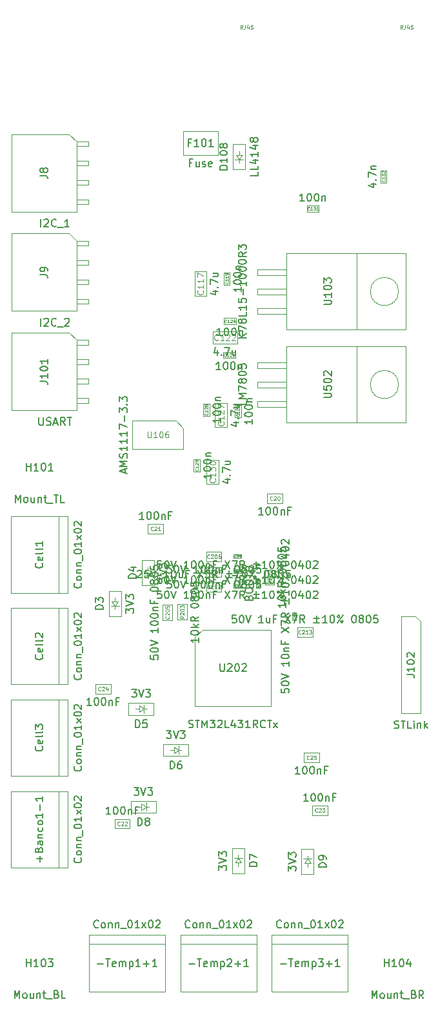
<source format=gbr>
%TF.GenerationSoftware,KiCad,Pcbnew,9.0.2-9.0.2-0~ubuntu24.04.1*%
%TF.CreationDate,2025-05-30T10:59:01-03:00*%
%TF.ProjectId,MSG25,4d534732-352e-46b6-9963-61645f706362,rev?*%
%TF.SameCoordinates,Original*%
%TF.FileFunction,AssemblyDrawing,Top*%
%FSLAX46Y46*%
G04 Gerber Fmt 4.6, Leading zero omitted, Abs format (unit mm)*
G04 Created by KiCad (PCBNEW 9.0.2-9.0.2-0~ubuntu24.04.1) date 2025-05-30 10:59:01*
%MOMM*%
%LPD*%
G01*
G04 APERTURE LIST*
%ADD10C,0.150000*%
%ADD11C,0.080000*%
%ADD12C,0.100000*%
%ADD13C,0.040000*%
%ADD14C,0.120000*%
%ADD15C,0.060000*%
G04 APERTURE END LIST*
D10*
X127064819Y-111663094D02*
X127064819Y-111044047D01*
X127064819Y-111044047D02*
X127445771Y-111377380D01*
X127445771Y-111377380D02*
X127445771Y-111234523D01*
X127445771Y-111234523D02*
X127493390Y-111139285D01*
X127493390Y-111139285D02*
X127541009Y-111091666D01*
X127541009Y-111091666D02*
X127636247Y-111044047D01*
X127636247Y-111044047D02*
X127874342Y-111044047D01*
X127874342Y-111044047D02*
X127969580Y-111091666D01*
X127969580Y-111091666D02*
X128017200Y-111139285D01*
X128017200Y-111139285D02*
X128064819Y-111234523D01*
X128064819Y-111234523D02*
X128064819Y-111520237D01*
X128064819Y-111520237D02*
X128017200Y-111615475D01*
X128017200Y-111615475D02*
X127969580Y-111663094D01*
X127064819Y-110758332D02*
X128064819Y-110424999D01*
X128064819Y-110424999D02*
X127064819Y-110091666D01*
X127064819Y-109853570D02*
X127064819Y-109234523D01*
X127064819Y-109234523D02*
X127445771Y-109567856D01*
X127445771Y-109567856D02*
X127445771Y-109424999D01*
X127445771Y-109424999D02*
X127493390Y-109329761D01*
X127493390Y-109329761D02*
X127541009Y-109282142D01*
X127541009Y-109282142D02*
X127636247Y-109234523D01*
X127636247Y-109234523D02*
X127874342Y-109234523D01*
X127874342Y-109234523D02*
X127969580Y-109282142D01*
X127969580Y-109282142D02*
X128017200Y-109329761D01*
X128017200Y-109329761D02*
X128064819Y-109424999D01*
X128064819Y-109424999D02*
X128064819Y-109710713D01*
X128064819Y-109710713D02*
X128017200Y-109805951D01*
X128017200Y-109805951D02*
X127969580Y-109853570D01*
X124064819Y-111163094D02*
X123064819Y-111163094D01*
X123064819Y-111163094D02*
X123064819Y-110924999D01*
X123064819Y-110924999D02*
X123112438Y-110782142D01*
X123112438Y-110782142D02*
X123207676Y-110686904D01*
X123207676Y-110686904D02*
X123302914Y-110639285D01*
X123302914Y-110639285D02*
X123493390Y-110591666D01*
X123493390Y-110591666D02*
X123636247Y-110591666D01*
X123636247Y-110591666D02*
X123826723Y-110639285D01*
X123826723Y-110639285D02*
X123921961Y-110686904D01*
X123921961Y-110686904D02*
X124017200Y-110782142D01*
X124017200Y-110782142D02*
X124064819Y-110924999D01*
X124064819Y-110924999D02*
X124064819Y-111163094D01*
X123064819Y-110258332D02*
X123064819Y-109639285D01*
X123064819Y-109639285D02*
X123445771Y-109972618D01*
X123445771Y-109972618D02*
X123445771Y-109829761D01*
X123445771Y-109829761D02*
X123493390Y-109734523D01*
X123493390Y-109734523D02*
X123541009Y-109686904D01*
X123541009Y-109686904D02*
X123636247Y-109639285D01*
X123636247Y-109639285D02*
X123874342Y-109639285D01*
X123874342Y-109639285D02*
X123969580Y-109686904D01*
X123969580Y-109686904D02*
X124017200Y-109734523D01*
X124017200Y-109734523D02*
X124064819Y-109829761D01*
X124064819Y-109829761D02*
X124064819Y-110115475D01*
X124064819Y-110115475D02*
X124017200Y-110210713D01*
X124017200Y-110210713D02*
X123969580Y-110258332D01*
X128562380Y-106145057D02*
X128609999Y-106097438D01*
X128609999Y-106097438D02*
X128705237Y-106049819D01*
X128705237Y-106049819D02*
X128943332Y-106049819D01*
X128943332Y-106049819D02*
X129038570Y-106097438D01*
X129038570Y-106097438D02*
X129086189Y-106145057D01*
X129086189Y-106145057D02*
X129133808Y-106240295D01*
X129133808Y-106240295D02*
X129133808Y-106335533D01*
X129133808Y-106335533D02*
X129086189Y-106478390D01*
X129086189Y-106478390D02*
X128514761Y-107049819D01*
X128514761Y-107049819D02*
X129133808Y-107049819D01*
X130038570Y-106049819D02*
X129562380Y-106049819D01*
X129562380Y-106049819D02*
X129514761Y-106526009D01*
X129514761Y-106526009D02*
X129562380Y-106478390D01*
X129562380Y-106478390D02*
X129657618Y-106430771D01*
X129657618Y-106430771D02*
X129895713Y-106430771D01*
X129895713Y-106430771D02*
X129990951Y-106478390D01*
X129990951Y-106478390D02*
X130038570Y-106526009D01*
X130038570Y-106526009D02*
X130086189Y-106621247D01*
X130086189Y-106621247D02*
X130086189Y-106859342D01*
X130086189Y-106859342D02*
X130038570Y-106954580D01*
X130038570Y-106954580D02*
X129990951Y-107002200D01*
X129990951Y-107002200D02*
X129895713Y-107049819D01*
X129895713Y-107049819D02*
X129657618Y-107049819D01*
X129657618Y-107049819D02*
X129562380Y-107002200D01*
X129562380Y-107002200D02*
X129514761Y-106954580D01*
X130371904Y-106049819D02*
X130705237Y-107049819D01*
X130705237Y-107049819D02*
X131038570Y-106049819D01*
X132657618Y-107049819D02*
X132086190Y-107049819D01*
X132371904Y-107049819D02*
X132371904Y-106049819D01*
X132371904Y-106049819D02*
X132276666Y-106192676D01*
X132276666Y-106192676D02*
X132181428Y-106287914D01*
X132181428Y-106287914D02*
X132086190Y-106335533D01*
X133276666Y-106049819D02*
X133371904Y-106049819D01*
X133371904Y-106049819D02*
X133467142Y-106097438D01*
X133467142Y-106097438D02*
X133514761Y-106145057D01*
X133514761Y-106145057D02*
X133562380Y-106240295D01*
X133562380Y-106240295D02*
X133609999Y-106430771D01*
X133609999Y-106430771D02*
X133609999Y-106668866D01*
X133609999Y-106668866D02*
X133562380Y-106859342D01*
X133562380Y-106859342D02*
X133514761Y-106954580D01*
X133514761Y-106954580D02*
X133467142Y-107002200D01*
X133467142Y-107002200D02*
X133371904Y-107049819D01*
X133371904Y-107049819D02*
X133276666Y-107049819D01*
X133276666Y-107049819D02*
X133181428Y-107002200D01*
X133181428Y-107002200D02*
X133133809Y-106954580D01*
X133133809Y-106954580D02*
X133086190Y-106859342D01*
X133086190Y-106859342D02*
X133038571Y-106668866D01*
X133038571Y-106668866D02*
X133038571Y-106430771D01*
X133038571Y-106430771D02*
X133086190Y-106240295D01*
X133086190Y-106240295D02*
X133133809Y-106145057D01*
X133133809Y-106145057D02*
X133181428Y-106097438D01*
X133181428Y-106097438D02*
X133276666Y-106049819D01*
X134467142Y-106383152D02*
X134467142Y-107049819D01*
X134038571Y-106383152D02*
X134038571Y-106906961D01*
X134038571Y-106906961D02*
X134086190Y-107002200D01*
X134086190Y-107002200D02*
X134181428Y-107049819D01*
X134181428Y-107049819D02*
X134324285Y-107049819D01*
X134324285Y-107049819D02*
X134419523Y-107002200D01*
X134419523Y-107002200D02*
X134467142Y-106954580D01*
X135276666Y-106526009D02*
X134943333Y-106526009D01*
X134943333Y-107049819D02*
X134943333Y-106049819D01*
X134943333Y-106049819D02*
X135419523Y-106049819D01*
X136467143Y-106049819D02*
X137133809Y-107049819D01*
X137133809Y-106049819D02*
X136467143Y-107049819D01*
X137990952Y-106049819D02*
X137514762Y-106049819D01*
X137514762Y-106049819D02*
X137467143Y-106526009D01*
X137467143Y-106526009D02*
X137514762Y-106478390D01*
X137514762Y-106478390D02*
X137610000Y-106430771D01*
X137610000Y-106430771D02*
X137848095Y-106430771D01*
X137848095Y-106430771D02*
X137943333Y-106478390D01*
X137943333Y-106478390D02*
X137990952Y-106526009D01*
X137990952Y-106526009D02*
X138038571Y-106621247D01*
X138038571Y-106621247D02*
X138038571Y-106859342D01*
X138038571Y-106859342D02*
X137990952Y-106954580D01*
X137990952Y-106954580D02*
X137943333Y-107002200D01*
X137943333Y-107002200D02*
X137848095Y-107049819D01*
X137848095Y-107049819D02*
X137610000Y-107049819D01*
X137610000Y-107049819D02*
X137514762Y-107002200D01*
X137514762Y-107002200D02*
X137467143Y-106954580D01*
X139038571Y-107049819D02*
X138705238Y-106573628D01*
X138467143Y-107049819D02*
X138467143Y-106049819D01*
X138467143Y-106049819D02*
X138848095Y-106049819D01*
X138848095Y-106049819D02*
X138943333Y-106097438D01*
X138943333Y-106097438D02*
X138990952Y-106145057D01*
X138990952Y-106145057D02*
X139038571Y-106240295D01*
X139038571Y-106240295D02*
X139038571Y-106383152D01*
X139038571Y-106383152D02*
X138990952Y-106478390D01*
X138990952Y-106478390D02*
X138943333Y-106526009D01*
X138943333Y-106526009D02*
X138848095Y-106573628D01*
X138848095Y-106573628D02*
X138467143Y-106573628D01*
X140229048Y-106478390D02*
X140990953Y-106478390D01*
X140610000Y-106859342D02*
X140610000Y-106097438D01*
X140990953Y-107049819D02*
X140229048Y-107049819D01*
X141990952Y-107049819D02*
X141419524Y-107049819D01*
X141705238Y-107049819D02*
X141705238Y-106049819D01*
X141705238Y-106049819D02*
X141610000Y-106192676D01*
X141610000Y-106192676D02*
X141514762Y-106287914D01*
X141514762Y-106287914D02*
X141419524Y-106335533D01*
X142610000Y-106049819D02*
X142705238Y-106049819D01*
X142705238Y-106049819D02*
X142800476Y-106097438D01*
X142800476Y-106097438D02*
X142848095Y-106145057D01*
X142848095Y-106145057D02*
X142895714Y-106240295D01*
X142895714Y-106240295D02*
X142943333Y-106430771D01*
X142943333Y-106430771D02*
X142943333Y-106668866D01*
X142943333Y-106668866D02*
X142895714Y-106859342D01*
X142895714Y-106859342D02*
X142848095Y-106954580D01*
X142848095Y-106954580D02*
X142800476Y-107002200D01*
X142800476Y-107002200D02*
X142705238Y-107049819D01*
X142705238Y-107049819D02*
X142610000Y-107049819D01*
X142610000Y-107049819D02*
X142514762Y-107002200D01*
X142514762Y-107002200D02*
X142467143Y-106954580D01*
X142467143Y-106954580D02*
X142419524Y-106859342D01*
X142419524Y-106859342D02*
X142371905Y-106668866D01*
X142371905Y-106668866D02*
X142371905Y-106430771D01*
X142371905Y-106430771D02*
X142419524Y-106240295D01*
X142419524Y-106240295D02*
X142467143Y-106145057D01*
X142467143Y-106145057D02*
X142514762Y-106097438D01*
X142514762Y-106097438D02*
X142610000Y-106049819D01*
X143324286Y-107049819D02*
X144086190Y-106049819D01*
X143467143Y-106049819D02*
X143562381Y-106097438D01*
X143562381Y-106097438D02*
X143610000Y-106192676D01*
X143610000Y-106192676D02*
X143562381Y-106287914D01*
X143562381Y-106287914D02*
X143467143Y-106335533D01*
X143467143Y-106335533D02*
X143371905Y-106287914D01*
X143371905Y-106287914D02*
X143324286Y-106192676D01*
X143324286Y-106192676D02*
X143371905Y-106097438D01*
X143371905Y-106097438D02*
X143467143Y-106049819D01*
X144038571Y-107002200D02*
X144086190Y-106906961D01*
X144086190Y-106906961D02*
X144038571Y-106811723D01*
X144038571Y-106811723D02*
X143943333Y-106764104D01*
X143943333Y-106764104D02*
X143848095Y-106811723D01*
X143848095Y-106811723D02*
X143800476Y-106906961D01*
X143800476Y-106906961D02*
X143848095Y-107002200D01*
X143848095Y-107002200D02*
X143943333Y-107049819D01*
X143943333Y-107049819D02*
X144038571Y-107002200D01*
X145467143Y-106049819D02*
X145562381Y-106049819D01*
X145562381Y-106049819D02*
X145657619Y-106097438D01*
X145657619Y-106097438D02*
X145705238Y-106145057D01*
X145705238Y-106145057D02*
X145752857Y-106240295D01*
X145752857Y-106240295D02*
X145800476Y-106430771D01*
X145800476Y-106430771D02*
X145800476Y-106668866D01*
X145800476Y-106668866D02*
X145752857Y-106859342D01*
X145752857Y-106859342D02*
X145705238Y-106954580D01*
X145705238Y-106954580D02*
X145657619Y-107002200D01*
X145657619Y-107002200D02*
X145562381Y-107049819D01*
X145562381Y-107049819D02*
X145467143Y-107049819D01*
X145467143Y-107049819D02*
X145371905Y-107002200D01*
X145371905Y-107002200D02*
X145324286Y-106954580D01*
X145324286Y-106954580D02*
X145276667Y-106859342D01*
X145276667Y-106859342D02*
X145229048Y-106668866D01*
X145229048Y-106668866D02*
X145229048Y-106430771D01*
X145229048Y-106430771D02*
X145276667Y-106240295D01*
X145276667Y-106240295D02*
X145324286Y-106145057D01*
X145324286Y-106145057D02*
X145371905Y-106097438D01*
X145371905Y-106097438D02*
X145467143Y-106049819D01*
X146371905Y-106478390D02*
X146276667Y-106430771D01*
X146276667Y-106430771D02*
X146229048Y-106383152D01*
X146229048Y-106383152D02*
X146181429Y-106287914D01*
X146181429Y-106287914D02*
X146181429Y-106240295D01*
X146181429Y-106240295D02*
X146229048Y-106145057D01*
X146229048Y-106145057D02*
X146276667Y-106097438D01*
X146276667Y-106097438D02*
X146371905Y-106049819D01*
X146371905Y-106049819D02*
X146562381Y-106049819D01*
X146562381Y-106049819D02*
X146657619Y-106097438D01*
X146657619Y-106097438D02*
X146705238Y-106145057D01*
X146705238Y-106145057D02*
X146752857Y-106240295D01*
X146752857Y-106240295D02*
X146752857Y-106287914D01*
X146752857Y-106287914D02*
X146705238Y-106383152D01*
X146705238Y-106383152D02*
X146657619Y-106430771D01*
X146657619Y-106430771D02*
X146562381Y-106478390D01*
X146562381Y-106478390D02*
X146371905Y-106478390D01*
X146371905Y-106478390D02*
X146276667Y-106526009D01*
X146276667Y-106526009D02*
X146229048Y-106573628D01*
X146229048Y-106573628D02*
X146181429Y-106668866D01*
X146181429Y-106668866D02*
X146181429Y-106859342D01*
X146181429Y-106859342D02*
X146229048Y-106954580D01*
X146229048Y-106954580D02*
X146276667Y-107002200D01*
X146276667Y-107002200D02*
X146371905Y-107049819D01*
X146371905Y-107049819D02*
X146562381Y-107049819D01*
X146562381Y-107049819D02*
X146657619Y-107002200D01*
X146657619Y-107002200D02*
X146705238Y-106954580D01*
X146705238Y-106954580D02*
X146752857Y-106859342D01*
X146752857Y-106859342D02*
X146752857Y-106668866D01*
X146752857Y-106668866D02*
X146705238Y-106573628D01*
X146705238Y-106573628D02*
X146657619Y-106526009D01*
X146657619Y-106526009D02*
X146562381Y-106478390D01*
X147371905Y-106049819D02*
X147467143Y-106049819D01*
X147467143Y-106049819D02*
X147562381Y-106097438D01*
X147562381Y-106097438D02*
X147610000Y-106145057D01*
X147610000Y-106145057D02*
X147657619Y-106240295D01*
X147657619Y-106240295D02*
X147705238Y-106430771D01*
X147705238Y-106430771D02*
X147705238Y-106668866D01*
X147705238Y-106668866D02*
X147657619Y-106859342D01*
X147657619Y-106859342D02*
X147610000Y-106954580D01*
X147610000Y-106954580D02*
X147562381Y-107002200D01*
X147562381Y-107002200D02*
X147467143Y-107049819D01*
X147467143Y-107049819D02*
X147371905Y-107049819D01*
X147371905Y-107049819D02*
X147276667Y-107002200D01*
X147276667Y-107002200D02*
X147229048Y-106954580D01*
X147229048Y-106954580D02*
X147181429Y-106859342D01*
X147181429Y-106859342D02*
X147133810Y-106668866D01*
X147133810Y-106668866D02*
X147133810Y-106430771D01*
X147133810Y-106430771D02*
X147181429Y-106240295D01*
X147181429Y-106240295D02*
X147229048Y-106145057D01*
X147229048Y-106145057D02*
X147276667Y-106097438D01*
X147276667Y-106097438D02*
X147371905Y-106049819D01*
X148610000Y-106049819D02*
X148133810Y-106049819D01*
X148133810Y-106049819D02*
X148086191Y-106526009D01*
X148086191Y-106526009D02*
X148133810Y-106478390D01*
X148133810Y-106478390D02*
X148229048Y-106430771D01*
X148229048Y-106430771D02*
X148467143Y-106430771D01*
X148467143Y-106430771D02*
X148562381Y-106478390D01*
X148562381Y-106478390D02*
X148610000Y-106526009D01*
X148610000Y-106526009D02*
X148657619Y-106621247D01*
X148657619Y-106621247D02*
X148657619Y-106859342D01*
X148657619Y-106859342D02*
X148610000Y-106954580D01*
X148610000Y-106954580D02*
X148562381Y-107002200D01*
X148562381Y-107002200D02*
X148467143Y-107049819D01*
X148467143Y-107049819D02*
X148229048Y-107049819D01*
X148229048Y-107049819D02*
X148133810Y-107002200D01*
X148133810Y-107002200D02*
X148086191Y-106954580D01*
D11*
X138050476Y-108454530D02*
X138026667Y-108478340D01*
X138026667Y-108478340D02*
X137955238Y-108502149D01*
X137955238Y-108502149D02*
X137907619Y-108502149D01*
X137907619Y-108502149D02*
X137836191Y-108478340D01*
X137836191Y-108478340D02*
X137788572Y-108430720D01*
X137788572Y-108430720D02*
X137764762Y-108383101D01*
X137764762Y-108383101D02*
X137740953Y-108287863D01*
X137740953Y-108287863D02*
X137740953Y-108216435D01*
X137740953Y-108216435D02*
X137764762Y-108121197D01*
X137764762Y-108121197D02*
X137788572Y-108073578D01*
X137788572Y-108073578D02*
X137836191Y-108025959D01*
X137836191Y-108025959D02*
X137907619Y-108002149D01*
X137907619Y-108002149D02*
X137955238Y-108002149D01*
X137955238Y-108002149D02*
X138026667Y-108025959D01*
X138026667Y-108025959D02*
X138050476Y-108049768D01*
X138240953Y-108049768D02*
X138264762Y-108025959D01*
X138264762Y-108025959D02*
X138312381Y-108002149D01*
X138312381Y-108002149D02*
X138431429Y-108002149D01*
X138431429Y-108002149D02*
X138479048Y-108025959D01*
X138479048Y-108025959D02*
X138502857Y-108049768D01*
X138502857Y-108049768D02*
X138526667Y-108097387D01*
X138526667Y-108097387D02*
X138526667Y-108145006D01*
X138526667Y-108145006D02*
X138502857Y-108216435D01*
X138502857Y-108216435D02*
X138217143Y-108502149D01*
X138217143Y-108502149D02*
X138526667Y-108502149D01*
X139002857Y-108502149D02*
X138717143Y-108502149D01*
X138860000Y-108502149D02*
X138860000Y-108002149D01*
X138860000Y-108002149D02*
X138812381Y-108073578D01*
X138812381Y-108073578D02*
X138764762Y-108121197D01*
X138764762Y-108121197D02*
X138717143Y-108145006D01*
X139193333Y-108049768D02*
X139217142Y-108025959D01*
X139217142Y-108025959D02*
X139264761Y-108002149D01*
X139264761Y-108002149D02*
X139383809Y-108002149D01*
X139383809Y-108002149D02*
X139431428Y-108025959D01*
X139431428Y-108025959D02*
X139455237Y-108049768D01*
X139455237Y-108049768D02*
X139479047Y-108097387D01*
X139479047Y-108097387D02*
X139479047Y-108145006D01*
X139479047Y-108145006D02*
X139455237Y-108216435D01*
X139455237Y-108216435D02*
X139169523Y-108502149D01*
X139169523Y-108502149D02*
X139479047Y-108502149D01*
D10*
X132967142Y-107409819D02*
X132490952Y-107409819D01*
X132490952Y-107409819D02*
X132443333Y-107886009D01*
X132443333Y-107886009D02*
X132490952Y-107838390D01*
X132490952Y-107838390D02*
X132586190Y-107790771D01*
X132586190Y-107790771D02*
X132824285Y-107790771D01*
X132824285Y-107790771D02*
X132919523Y-107838390D01*
X132919523Y-107838390D02*
X132967142Y-107886009D01*
X132967142Y-107886009D02*
X133014761Y-107981247D01*
X133014761Y-107981247D02*
X133014761Y-108219342D01*
X133014761Y-108219342D02*
X132967142Y-108314580D01*
X132967142Y-108314580D02*
X132919523Y-108362200D01*
X132919523Y-108362200D02*
X132824285Y-108409819D01*
X132824285Y-108409819D02*
X132586190Y-108409819D01*
X132586190Y-108409819D02*
X132490952Y-108362200D01*
X132490952Y-108362200D02*
X132443333Y-108314580D01*
X133633809Y-107409819D02*
X133729047Y-107409819D01*
X133729047Y-107409819D02*
X133824285Y-107457438D01*
X133824285Y-107457438D02*
X133871904Y-107505057D01*
X133871904Y-107505057D02*
X133919523Y-107600295D01*
X133919523Y-107600295D02*
X133967142Y-107790771D01*
X133967142Y-107790771D02*
X133967142Y-108028866D01*
X133967142Y-108028866D02*
X133919523Y-108219342D01*
X133919523Y-108219342D02*
X133871904Y-108314580D01*
X133871904Y-108314580D02*
X133824285Y-108362200D01*
X133824285Y-108362200D02*
X133729047Y-108409819D01*
X133729047Y-108409819D02*
X133633809Y-108409819D01*
X133633809Y-108409819D02*
X133538571Y-108362200D01*
X133538571Y-108362200D02*
X133490952Y-108314580D01*
X133490952Y-108314580D02*
X133443333Y-108219342D01*
X133443333Y-108219342D02*
X133395714Y-108028866D01*
X133395714Y-108028866D02*
X133395714Y-107790771D01*
X133395714Y-107790771D02*
X133443333Y-107600295D01*
X133443333Y-107600295D02*
X133490952Y-107505057D01*
X133490952Y-107505057D02*
X133538571Y-107457438D01*
X133538571Y-107457438D02*
X133633809Y-107409819D01*
X134252857Y-107409819D02*
X134586190Y-108409819D01*
X134586190Y-108409819D02*
X134919523Y-107409819D01*
X136538571Y-108409819D02*
X135967143Y-108409819D01*
X136252857Y-108409819D02*
X136252857Y-107409819D01*
X136252857Y-107409819D02*
X136157619Y-107552676D01*
X136157619Y-107552676D02*
X136062381Y-107647914D01*
X136062381Y-107647914D02*
X135967143Y-107695533D01*
X137157619Y-107409819D02*
X137252857Y-107409819D01*
X137252857Y-107409819D02*
X137348095Y-107457438D01*
X137348095Y-107457438D02*
X137395714Y-107505057D01*
X137395714Y-107505057D02*
X137443333Y-107600295D01*
X137443333Y-107600295D02*
X137490952Y-107790771D01*
X137490952Y-107790771D02*
X137490952Y-108028866D01*
X137490952Y-108028866D02*
X137443333Y-108219342D01*
X137443333Y-108219342D02*
X137395714Y-108314580D01*
X137395714Y-108314580D02*
X137348095Y-108362200D01*
X137348095Y-108362200D02*
X137252857Y-108409819D01*
X137252857Y-108409819D02*
X137157619Y-108409819D01*
X137157619Y-108409819D02*
X137062381Y-108362200D01*
X137062381Y-108362200D02*
X137014762Y-108314580D01*
X137014762Y-108314580D02*
X136967143Y-108219342D01*
X136967143Y-108219342D02*
X136919524Y-108028866D01*
X136919524Y-108028866D02*
X136919524Y-107790771D01*
X136919524Y-107790771D02*
X136967143Y-107600295D01*
X136967143Y-107600295D02*
X137014762Y-107505057D01*
X137014762Y-107505057D02*
X137062381Y-107457438D01*
X137062381Y-107457438D02*
X137157619Y-107409819D01*
X138110000Y-107409819D02*
X138205238Y-107409819D01*
X138205238Y-107409819D02*
X138300476Y-107457438D01*
X138300476Y-107457438D02*
X138348095Y-107505057D01*
X138348095Y-107505057D02*
X138395714Y-107600295D01*
X138395714Y-107600295D02*
X138443333Y-107790771D01*
X138443333Y-107790771D02*
X138443333Y-108028866D01*
X138443333Y-108028866D02*
X138395714Y-108219342D01*
X138395714Y-108219342D02*
X138348095Y-108314580D01*
X138348095Y-108314580D02*
X138300476Y-108362200D01*
X138300476Y-108362200D02*
X138205238Y-108409819D01*
X138205238Y-108409819D02*
X138110000Y-108409819D01*
X138110000Y-108409819D02*
X138014762Y-108362200D01*
X138014762Y-108362200D02*
X137967143Y-108314580D01*
X137967143Y-108314580D02*
X137919524Y-108219342D01*
X137919524Y-108219342D02*
X137871905Y-108028866D01*
X137871905Y-108028866D02*
X137871905Y-107790771D01*
X137871905Y-107790771D02*
X137919524Y-107600295D01*
X137919524Y-107600295D02*
X137967143Y-107505057D01*
X137967143Y-107505057D02*
X138014762Y-107457438D01*
X138014762Y-107457438D02*
X138110000Y-107409819D01*
X138871905Y-107743152D02*
X138871905Y-108409819D01*
X138871905Y-107838390D02*
X138919524Y-107790771D01*
X138919524Y-107790771D02*
X139014762Y-107743152D01*
X139014762Y-107743152D02*
X139157619Y-107743152D01*
X139157619Y-107743152D02*
X139252857Y-107790771D01*
X139252857Y-107790771D02*
X139300476Y-107886009D01*
X139300476Y-107886009D02*
X139300476Y-108409819D01*
X140110000Y-107886009D02*
X139776667Y-107886009D01*
X139776667Y-108409819D02*
X139776667Y-107409819D01*
X139776667Y-107409819D02*
X140252857Y-107409819D01*
X141586191Y-107409819D02*
X141681429Y-107409819D01*
X141681429Y-107409819D02*
X141776667Y-107457438D01*
X141776667Y-107457438D02*
X141824286Y-107505057D01*
X141824286Y-107505057D02*
X141871905Y-107600295D01*
X141871905Y-107600295D02*
X141919524Y-107790771D01*
X141919524Y-107790771D02*
X141919524Y-108028866D01*
X141919524Y-108028866D02*
X141871905Y-108219342D01*
X141871905Y-108219342D02*
X141824286Y-108314580D01*
X141824286Y-108314580D02*
X141776667Y-108362200D01*
X141776667Y-108362200D02*
X141681429Y-108409819D01*
X141681429Y-108409819D02*
X141586191Y-108409819D01*
X141586191Y-108409819D02*
X141490953Y-108362200D01*
X141490953Y-108362200D02*
X141443334Y-108314580D01*
X141443334Y-108314580D02*
X141395715Y-108219342D01*
X141395715Y-108219342D02*
X141348096Y-108028866D01*
X141348096Y-108028866D02*
X141348096Y-107790771D01*
X141348096Y-107790771D02*
X141395715Y-107600295D01*
X141395715Y-107600295D02*
X141443334Y-107505057D01*
X141443334Y-107505057D02*
X141490953Y-107457438D01*
X141490953Y-107457438D02*
X141586191Y-107409819D01*
X142490953Y-107838390D02*
X142395715Y-107790771D01*
X142395715Y-107790771D02*
X142348096Y-107743152D01*
X142348096Y-107743152D02*
X142300477Y-107647914D01*
X142300477Y-107647914D02*
X142300477Y-107600295D01*
X142300477Y-107600295D02*
X142348096Y-107505057D01*
X142348096Y-107505057D02*
X142395715Y-107457438D01*
X142395715Y-107457438D02*
X142490953Y-107409819D01*
X142490953Y-107409819D02*
X142681429Y-107409819D01*
X142681429Y-107409819D02*
X142776667Y-107457438D01*
X142776667Y-107457438D02*
X142824286Y-107505057D01*
X142824286Y-107505057D02*
X142871905Y-107600295D01*
X142871905Y-107600295D02*
X142871905Y-107647914D01*
X142871905Y-107647914D02*
X142824286Y-107743152D01*
X142824286Y-107743152D02*
X142776667Y-107790771D01*
X142776667Y-107790771D02*
X142681429Y-107838390D01*
X142681429Y-107838390D02*
X142490953Y-107838390D01*
X142490953Y-107838390D02*
X142395715Y-107886009D01*
X142395715Y-107886009D02*
X142348096Y-107933628D01*
X142348096Y-107933628D02*
X142300477Y-108028866D01*
X142300477Y-108028866D02*
X142300477Y-108219342D01*
X142300477Y-108219342D02*
X142348096Y-108314580D01*
X142348096Y-108314580D02*
X142395715Y-108362200D01*
X142395715Y-108362200D02*
X142490953Y-108409819D01*
X142490953Y-108409819D02*
X142681429Y-108409819D01*
X142681429Y-108409819D02*
X142776667Y-108362200D01*
X142776667Y-108362200D02*
X142824286Y-108314580D01*
X142824286Y-108314580D02*
X142871905Y-108219342D01*
X142871905Y-108219342D02*
X142871905Y-108028866D01*
X142871905Y-108028866D02*
X142824286Y-107933628D01*
X142824286Y-107933628D02*
X142776667Y-107886009D01*
X142776667Y-107886009D02*
X142681429Y-107838390D01*
X143490953Y-107409819D02*
X143586191Y-107409819D01*
X143586191Y-107409819D02*
X143681429Y-107457438D01*
X143681429Y-107457438D02*
X143729048Y-107505057D01*
X143729048Y-107505057D02*
X143776667Y-107600295D01*
X143776667Y-107600295D02*
X143824286Y-107790771D01*
X143824286Y-107790771D02*
X143824286Y-108028866D01*
X143824286Y-108028866D02*
X143776667Y-108219342D01*
X143776667Y-108219342D02*
X143729048Y-108314580D01*
X143729048Y-108314580D02*
X143681429Y-108362200D01*
X143681429Y-108362200D02*
X143586191Y-108409819D01*
X143586191Y-108409819D02*
X143490953Y-108409819D01*
X143490953Y-108409819D02*
X143395715Y-108362200D01*
X143395715Y-108362200D02*
X143348096Y-108314580D01*
X143348096Y-108314580D02*
X143300477Y-108219342D01*
X143300477Y-108219342D02*
X143252858Y-108028866D01*
X143252858Y-108028866D02*
X143252858Y-107790771D01*
X143252858Y-107790771D02*
X143300477Y-107600295D01*
X143300477Y-107600295D02*
X143348096Y-107505057D01*
X143348096Y-107505057D02*
X143395715Y-107457438D01*
X143395715Y-107457438D02*
X143490953Y-107409819D01*
X144729048Y-107409819D02*
X144252858Y-107409819D01*
X144252858Y-107409819D02*
X144205239Y-107886009D01*
X144205239Y-107886009D02*
X144252858Y-107838390D01*
X144252858Y-107838390D02*
X144348096Y-107790771D01*
X144348096Y-107790771D02*
X144586191Y-107790771D01*
X144586191Y-107790771D02*
X144681429Y-107838390D01*
X144681429Y-107838390D02*
X144729048Y-107886009D01*
X144729048Y-107886009D02*
X144776667Y-107981247D01*
X144776667Y-107981247D02*
X144776667Y-108219342D01*
X144776667Y-108219342D02*
X144729048Y-108314580D01*
X144729048Y-108314580D02*
X144681429Y-108362200D01*
X144681429Y-108362200D02*
X144586191Y-108409819D01*
X144586191Y-108409819D02*
X144348096Y-108409819D01*
X144348096Y-108409819D02*
X144252858Y-108362200D01*
X144252858Y-108362200D02*
X144205239Y-108314580D01*
D11*
X138050476Y-106454530D02*
X138026667Y-106478340D01*
X138026667Y-106478340D02*
X137955238Y-106502149D01*
X137955238Y-106502149D02*
X137907619Y-106502149D01*
X137907619Y-106502149D02*
X137836191Y-106478340D01*
X137836191Y-106478340D02*
X137788572Y-106430720D01*
X137788572Y-106430720D02*
X137764762Y-106383101D01*
X137764762Y-106383101D02*
X137740953Y-106287863D01*
X137740953Y-106287863D02*
X137740953Y-106216435D01*
X137740953Y-106216435D02*
X137764762Y-106121197D01*
X137764762Y-106121197D02*
X137788572Y-106073578D01*
X137788572Y-106073578D02*
X137836191Y-106025959D01*
X137836191Y-106025959D02*
X137907619Y-106002149D01*
X137907619Y-106002149D02*
X137955238Y-106002149D01*
X137955238Y-106002149D02*
X138026667Y-106025959D01*
X138026667Y-106025959D02*
X138050476Y-106049768D01*
X138240953Y-106049768D02*
X138264762Y-106025959D01*
X138264762Y-106025959D02*
X138312381Y-106002149D01*
X138312381Y-106002149D02*
X138431429Y-106002149D01*
X138431429Y-106002149D02*
X138479048Y-106025959D01*
X138479048Y-106025959D02*
X138502857Y-106049768D01*
X138502857Y-106049768D02*
X138526667Y-106097387D01*
X138526667Y-106097387D02*
X138526667Y-106145006D01*
X138526667Y-106145006D02*
X138502857Y-106216435D01*
X138502857Y-106216435D02*
X138217143Y-106502149D01*
X138217143Y-106502149D02*
X138526667Y-106502149D01*
X138836190Y-106002149D02*
X138883809Y-106002149D01*
X138883809Y-106002149D02*
X138931428Y-106025959D01*
X138931428Y-106025959D02*
X138955238Y-106049768D01*
X138955238Y-106049768D02*
X138979047Y-106097387D01*
X138979047Y-106097387D02*
X139002857Y-106192625D01*
X139002857Y-106192625D02*
X139002857Y-106311673D01*
X139002857Y-106311673D02*
X138979047Y-106406911D01*
X138979047Y-106406911D02*
X138955238Y-106454530D01*
X138955238Y-106454530D02*
X138931428Y-106478340D01*
X138931428Y-106478340D02*
X138883809Y-106502149D01*
X138883809Y-106502149D02*
X138836190Y-106502149D01*
X138836190Y-106502149D02*
X138788571Y-106478340D01*
X138788571Y-106478340D02*
X138764762Y-106454530D01*
X138764762Y-106454530D02*
X138740952Y-106406911D01*
X138740952Y-106406911D02*
X138717143Y-106311673D01*
X138717143Y-106311673D02*
X138717143Y-106192625D01*
X138717143Y-106192625D02*
X138740952Y-106097387D01*
X138740952Y-106097387D02*
X138764762Y-106049768D01*
X138764762Y-106049768D02*
X138788571Y-106025959D01*
X138788571Y-106025959D02*
X138836190Y-106002149D01*
X139169523Y-106002149D02*
X139502856Y-106002149D01*
X139502856Y-106002149D02*
X139288571Y-106502149D01*
D12*
X163378095Y-35111109D02*
X163211429Y-34873014D01*
X163092381Y-35111109D02*
X163092381Y-34611109D01*
X163092381Y-34611109D02*
X163282857Y-34611109D01*
X163282857Y-34611109D02*
X163330476Y-34634919D01*
X163330476Y-34634919D02*
X163354286Y-34658728D01*
X163354286Y-34658728D02*
X163378095Y-34706347D01*
X163378095Y-34706347D02*
X163378095Y-34777776D01*
X163378095Y-34777776D02*
X163354286Y-34825395D01*
X163354286Y-34825395D02*
X163330476Y-34849204D01*
X163330476Y-34849204D02*
X163282857Y-34873014D01*
X163282857Y-34873014D02*
X163092381Y-34873014D01*
X163735238Y-34611109D02*
X163735238Y-34968252D01*
X163735238Y-34968252D02*
X163711429Y-35039680D01*
X163711429Y-35039680D02*
X163663810Y-35087300D01*
X163663810Y-35087300D02*
X163592381Y-35111109D01*
X163592381Y-35111109D02*
X163544762Y-35111109D01*
X164187619Y-34777776D02*
X164187619Y-35111109D01*
X164068571Y-34587300D02*
X163949524Y-34944442D01*
X163949524Y-34944442D02*
X164259047Y-34944442D01*
X164687618Y-34611109D02*
X164449523Y-34611109D01*
X164449523Y-34611109D02*
X164425714Y-34849204D01*
X164425714Y-34849204D02*
X164449523Y-34825395D01*
X164449523Y-34825395D02*
X164497142Y-34801585D01*
X164497142Y-34801585D02*
X164616190Y-34801585D01*
X164616190Y-34801585D02*
X164663809Y-34825395D01*
X164663809Y-34825395D02*
X164687618Y-34849204D01*
X164687618Y-34849204D02*
X164711428Y-34896823D01*
X164711428Y-34896823D02*
X164711428Y-35015871D01*
X164711428Y-35015871D02*
X164687618Y-35063490D01*
X164687618Y-35063490D02*
X164663809Y-35087300D01*
X164663809Y-35087300D02*
X164616190Y-35111109D01*
X164616190Y-35111109D02*
X164497142Y-35111109D01*
X164497142Y-35111109D02*
X164449523Y-35087300D01*
X164449523Y-35087300D02*
X164425714Y-35063490D01*
D10*
X131704999Y-106789819D02*
X131228809Y-106789819D01*
X131228809Y-106789819D02*
X131181190Y-107266009D01*
X131181190Y-107266009D02*
X131228809Y-107218390D01*
X131228809Y-107218390D02*
X131324047Y-107170771D01*
X131324047Y-107170771D02*
X131562142Y-107170771D01*
X131562142Y-107170771D02*
X131657380Y-107218390D01*
X131657380Y-107218390D02*
X131704999Y-107266009D01*
X131704999Y-107266009D02*
X131752618Y-107361247D01*
X131752618Y-107361247D02*
X131752618Y-107599342D01*
X131752618Y-107599342D02*
X131704999Y-107694580D01*
X131704999Y-107694580D02*
X131657380Y-107742200D01*
X131657380Y-107742200D02*
X131562142Y-107789819D01*
X131562142Y-107789819D02*
X131324047Y-107789819D01*
X131324047Y-107789819D02*
X131228809Y-107742200D01*
X131228809Y-107742200D02*
X131181190Y-107694580D01*
X132371666Y-106789819D02*
X132466904Y-106789819D01*
X132466904Y-106789819D02*
X132562142Y-106837438D01*
X132562142Y-106837438D02*
X132609761Y-106885057D01*
X132609761Y-106885057D02*
X132657380Y-106980295D01*
X132657380Y-106980295D02*
X132704999Y-107170771D01*
X132704999Y-107170771D02*
X132704999Y-107408866D01*
X132704999Y-107408866D02*
X132657380Y-107599342D01*
X132657380Y-107599342D02*
X132609761Y-107694580D01*
X132609761Y-107694580D02*
X132562142Y-107742200D01*
X132562142Y-107742200D02*
X132466904Y-107789819D01*
X132466904Y-107789819D02*
X132371666Y-107789819D01*
X132371666Y-107789819D02*
X132276428Y-107742200D01*
X132276428Y-107742200D02*
X132228809Y-107694580D01*
X132228809Y-107694580D02*
X132181190Y-107599342D01*
X132181190Y-107599342D02*
X132133571Y-107408866D01*
X132133571Y-107408866D02*
X132133571Y-107170771D01*
X132133571Y-107170771D02*
X132181190Y-106980295D01*
X132181190Y-106980295D02*
X132228809Y-106885057D01*
X132228809Y-106885057D02*
X132276428Y-106837438D01*
X132276428Y-106837438D02*
X132371666Y-106789819D01*
X132990714Y-106789819D02*
X133324047Y-107789819D01*
X133324047Y-107789819D02*
X133657380Y-106789819D01*
X135276428Y-107789819D02*
X134705000Y-107789819D01*
X134990714Y-107789819D02*
X134990714Y-106789819D01*
X134990714Y-106789819D02*
X134895476Y-106932676D01*
X134895476Y-106932676D02*
X134800238Y-107027914D01*
X134800238Y-107027914D02*
X134705000Y-107075533D01*
X135895476Y-106789819D02*
X135990714Y-106789819D01*
X135990714Y-106789819D02*
X136085952Y-106837438D01*
X136085952Y-106837438D02*
X136133571Y-106885057D01*
X136133571Y-106885057D02*
X136181190Y-106980295D01*
X136181190Y-106980295D02*
X136228809Y-107170771D01*
X136228809Y-107170771D02*
X136228809Y-107408866D01*
X136228809Y-107408866D02*
X136181190Y-107599342D01*
X136181190Y-107599342D02*
X136133571Y-107694580D01*
X136133571Y-107694580D02*
X136085952Y-107742200D01*
X136085952Y-107742200D02*
X135990714Y-107789819D01*
X135990714Y-107789819D02*
X135895476Y-107789819D01*
X135895476Y-107789819D02*
X135800238Y-107742200D01*
X135800238Y-107742200D02*
X135752619Y-107694580D01*
X135752619Y-107694580D02*
X135705000Y-107599342D01*
X135705000Y-107599342D02*
X135657381Y-107408866D01*
X135657381Y-107408866D02*
X135657381Y-107170771D01*
X135657381Y-107170771D02*
X135705000Y-106980295D01*
X135705000Y-106980295D02*
X135752619Y-106885057D01*
X135752619Y-106885057D02*
X135800238Y-106837438D01*
X135800238Y-106837438D02*
X135895476Y-106789819D01*
X136847857Y-106789819D02*
X136943095Y-106789819D01*
X136943095Y-106789819D02*
X137038333Y-106837438D01*
X137038333Y-106837438D02*
X137085952Y-106885057D01*
X137085952Y-106885057D02*
X137133571Y-106980295D01*
X137133571Y-106980295D02*
X137181190Y-107170771D01*
X137181190Y-107170771D02*
X137181190Y-107408866D01*
X137181190Y-107408866D02*
X137133571Y-107599342D01*
X137133571Y-107599342D02*
X137085952Y-107694580D01*
X137085952Y-107694580D02*
X137038333Y-107742200D01*
X137038333Y-107742200D02*
X136943095Y-107789819D01*
X136943095Y-107789819D02*
X136847857Y-107789819D01*
X136847857Y-107789819D02*
X136752619Y-107742200D01*
X136752619Y-107742200D02*
X136705000Y-107694580D01*
X136705000Y-107694580D02*
X136657381Y-107599342D01*
X136657381Y-107599342D02*
X136609762Y-107408866D01*
X136609762Y-107408866D02*
X136609762Y-107170771D01*
X136609762Y-107170771D02*
X136657381Y-106980295D01*
X136657381Y-106980295D02*
X136705000Y-106885057D01*
X136705000Y-106885057D02*
X136752619Y-106837438D01*
X136752619Y-106837438D02*
X136847857Y-106789819D01*
X137609762Y-107123152D02*
X137609762Y-107789819D01*
X137609762Y-107218390D02*
X137657381Y-107170771D01*
X137657381Y-107170771D02*
X137752619Y-107123152D01*
X137752619Y-107123152D02*
X137895476Y-107123152D01*
X137895476Y-107123152D02*
X137990714Y-107170771D01*
X137990714Y-107170771D02*
X138038333Y-107266009D01*
X138038333Y-107266009D02*
X138038333Y-107789819D01*
X138847857Y-107266009D02*
X138514524Y-107266009D01*
X138514524Y-107789819D02*
X138514524Y-106789819D01*
X138514524Y-106789819D02*
X138990714Y-106789819D01*
X140038334Y-106789819D02*
X140705000Y-107789819D01*
X140705000Y-106789819D02*
X140038334Y-107789819D01*
X140990715Y-106789819D02*
X141657381Y-106789819D01*
X141657381Y-106789819D02*
X141228810Y-107789819D01*
X142609762Y-107789819D02*
X142276429Y-107313628D01*
X142038334Y-107789819D02*
X142038334Y-106789819D01*
X142038334Y-106789819D02*
X142419286Y-106789819D01*
X142419286Y-106789819D02*
X142514524Y-106837438D01*
X142514524Y-106837438D02*
X142562143Y-106885057D01*
X142562143Y-106885057D02*
X142609762Y-106980295D01*
X142609762Y-106980295D02*
X142609762Y-107123152D01*
X142609762Y-107123152D02*
X142562143Y-107218390D01*
X142562143Y-107218390D02*
X142514524Y-107266009D01*
X142514524Y-107266009D02*
X142419286Y-107313628D01*
X142419286Y-107313628D02*
X142038334Y-107313628D01*
X143800239Y-107218390D02*
X144562144Y-107218390D01*
X144181191Y-107599342D02*
X144181191Y-106837438D01*
X144562144Y-107789819D02*
X143800239Y-107789819D01*
X145562143Y-107789819D02*
X144990715Y-107789819D01*
X145276429Y-107789819D02*
X145276429Y-106789819D01*
X145276429Y-106789819D02*
X145181191Y-106932676D01*
X145181191Y-106932676D02*
X145085953Y-107027914D01*
X145085953Y-107027914D02*
X144990715Y-107075533D01*
X146181191Y-106789819D02*
X146276429Y-106789819D01*
X146276429Y-106789819D02*
X146371667Y-106837438D01*
X146371667Y-106837438D02*
X146419286Y-106885057D01*
X146419286Y-106885057D02*
X146466905Y-106980295D01*
X146466905Y-106980295D02*
X146514524Y-107170771D01*
X146514524Y-107170771D02*
X146514524Y-107408866D01*
X146514524Y-107408866D02*
X146466905Y-107599342D01*
X146466905Y-107599342D02*
X146419286Y-107694580D01*
X146419286Y-107694580D02*
X146371667Y-107742200D01*
X146371667Y-107742200D02*
X146276429Y-107789819D01*
X146276429Y-107789819D02*
X146181191Y-107789819D01*
X146181191Y-107789819D02*
X146085953Y-107742200D01*
X146085953Y-107742200D02*
X146038334Y-107694580D01*
X146038334Y-107694580D02*
X145990715Y-107599342D01*
X145990715Y-107599342D02*
X145943096Y-107408866D01*
X145943096Y-107408866D02*
X145943096Y-107170771D01*
X145943096Y-107170771D02*
X145990715Y-106980295D01*
X145990715Y-106980295D02*
X146038334Y-106885057D01*
X146038334Y-106885057D02*
X146085953Y-106837438D01*
X146085953Y-106837438D02*
X146181191Y-106789819D01*
X146895477Y-107789819D02*
X147657381Y-106789819D01*
X147038334Y-106789819D02*
X147133572Y-106837438D01*
X147133572Y-106837438D02*
X147181191Y-106932676D01*
X147181191Y-106932676D02*
X147133572Y-107027914D01*
X147133572Y-107027914D02*
X147038334Y-107075533D01*
X147038334Y-107075533D02*
X146943096Y-107027914D01*
X146943096Y-107027914D02*
X146895477Y-106932676D01*
X146895477Y-106932676D02*
X146943096Y-106837438D01*
X146943096Y-106837438D02*
X147038334Y-106789819D01*
X147609762Y-107742200D02*
X147657381Y-107646961D01*
X147657381Y-107646961D02*
X147609762Y-107551723D01*
X147609762Y-107551723D02*
X147514524Y-107504104D01*
X147514524Y-107504104D02*
X147419286Y-107551723D01*
X147419286Y-107551723D02*
X147371667Y-107646961D01*
X147371667Y-107646961D02*
X147419286Y-107742200D01*
X147419286Y-107742200D02*
X147514524Y-107789819D01*
X147514524Y-107789819D02*
X147609762Y-107742200D01*
X149038334Y-106789819D02*
X149133572Y-106789819D01*
X149133572Y-106789819D02*
X149228810Y-106837438D01*
X149228810Y-106837438D02*
X149276429Y-106885057D01*
X149276429Y-106885057D02*
X149324048Y-106980295D01*
X149324048Y-106980295D02*
X149371667Y-107170771D01*
X149371667Y-107170771D02*
X149371667Y-107408866D01*
X149371667Y-107408866D02*
X149324048Y-107599342D01*
X149324048Y-107599342D02*
X149276429Y-107694580D01*
X149276429Y-107694580D02*
X149228810Y-107742200D01*
X149228810Y-107742200D02*
X149133572Y-107789819D01*
X149133572Y-107789819D02*
X149038334Y-107789819D01*
X149038334Y-107789819D02*
X148943096Y-107742200D01*
X148943096Y-107742200D02*
X148895477Y-107694580D01*
X148895477Y-107694580D02*
X148847858Y-107599342D01*
X148847858Y-107599342D02*
X148800239Y-107408866D01*
X148800239Y-107408866D02*
X148800239Y-107170771D01*
X148800239Y-107170771D02*
X148847858Y-106980295D01*
X148847858Y-106980295D02*
X148895477Y-106885057D01*
X148895477Y-106885057D02*
X148943096Y-106837438D01*
X148943096Y-106837438D02*
X149038334Y-106789819D01*
X150228810Y-107123152D02*
X150228810Y-107789819D01*
X149990715Y-106742200D02*
X149752620Y-107456485D01*
X149752620Y-107456485D02*
X150371667Y-107456485D01*
X150943096Y-106789819D02*
X151038334Y-106789819D01*
X151038334Y-106789819D02*
X151133572Y-106837438D01*
X151133572Y-106837438D02*
X151181191Y-106885057D01*
X151181191Y-106885057D02*
X151228810Y-106980295D01*
X151228810Y-106980295D02*
X151276429Y-107170771D01*
X151276429Y-107170771D02*
X151276429Y-107408866D01*
X151276429Y-107408866D02*
X151228810Y-107599342D01*
X151228810Y-107599342D02*
X151181191Y-107694580D01*
X151181191Y-107694580D02*
X151133572Y-107742200D01*
X151133572Y-107742200D02*
X151038334Y-107789819D01*
X151038334Y-107789819D02*
X150943096Y-107789819D01*
X150943096Y-107789819D02*
X150847858Y-107742200D01*
X150847858Y-107742200D02*
X150800239Y-107694580D01*
X150800239Y-107694580D02*
X150752620Y-107599342D01*
X150752620Y-107599342D02*
X150705001Y-107408866D01*
X150705001Y-107408866D02*
X150705001Y-107170771D01*
X150705001Y-107170771D02*
X150752620Y-106980295D01*
X150752620Y-106980295D02*
X150800239Y-106885057D01*
X150800239Y-106885057D02*
X150847858Y-106837438D01*
X150847858Y-106837438D02*
X150943096Y-106789819D01*
X151657382Y-106885057D02*
X151705001Y-106837438D01*
X151705001Y-106837438D02*
X151800239Y-106789819D01*
X151800239Y-106789819D02*
X152038334Y-106789819D01*
X152038334Y-106789819D02*
X152133572Y-106837438D01*
X152133572Y-106837438D02*
X152181191Y-106885057D01*
X152181191Y-106885057D02*
X152228810Y-106980295D01*
X152228810Y-106980295D02*
X152228810Y-107075533D01*
X152228810Y-107075533D02*
X152181191Y-107218390D01*
X152181191Y-107218390D02*
X151609763Y-107789819D01*
X151609763Y-107789819D02*
X152228810Y-107789819D01*
D13*
X141425238Y-106264765D02*
X141413334Y-106276670D01*
X141413334Y-106276670D02*
X141377619Y-106288574D01*
X141377619Y-106288574D02*
X141353810Y-106288574D01*
X141353810Y-106288574D02*
X141318096Y-106276670D01*
X141318096Y-106276670D02*
X141294286Y-106252860D01*
X141294286Y-106252860D02*
X141282381Y-106229050D01*
X141282381Y-106229050D02*
X141270477Y-106181431D01*
X141270477Y-106181431D02*
X141270477Y-106145717D01*
X141270477Y-106145717D02*
X141282381Y-106098098D01*
X141282381Y-106098098D02*
X141294286Y-106074289D01*
X141294286Y-106074289D02*
X141318096Y-106050479D01*
X141318096Y-106050479D02*
X141353810Y-106038574D01*
X141353810Y-106038574D02*
X141377619Y-106038574D01*
X141377619Y-106038574D02*
X141413334Y-106050479D01*
X141413334Y-106050479D02*
X141425238Y-106062384D01*
X141520477Y-106062384D02*
X141532381Y-106050479D01*
X141532381Y-106050479D02*
X141556191Y-106038574D01*
X141556191Y-106038574D02*
X141615715Y-106038574D01*
X141615715Y-106038574D02*
X141639524Y-106050479D01*
X141639524Y-106050479D02*
X141651429Y-106062384D01*
X141651429Y-106062384D02*
X141663334Y-106086193D01*
X141663334Y-106086193D02*
X141663334Y-106110003D01*
X141663334Y-106110003D02*
X141651429Y-106145717D01*
X141651429Y-106145717D02*
X141508572Y-106288574D01*
X141508572Y-106288574D02*
X141663334Y-106288574D01*
X141818095Y-106038574D02*
X141841905Y-106038574D01*
X141841905Y-106038574D02*
X141865714Y-106050479D01*
X141865714Y-106050479D02*
X141877619Y-106062384D01*
X141877619Y-106062384D02*
X141889524Y-106086193D01*
X141889524Y-106086193D02*
X141901429Y-106133812D01*
X141901429Y-106133812D02*
X141901429Y-106193336D01*
X141901429Y-106193336D02*
X141889524Y-106240955D01*
X141889524Y-106240955D02*
X141877619Y-106264765D01*
X141877619Y-106264765D02*
X141865714Y-106276670D01*
X141865714Y-106276670D02*
X141841905Y-106288574D01*
X141841905Y-106288574D02*
X141818095Y-106288574D01*
X141818095Y-106288574D02*
X141794286Y-106276670D01*
X141794286Y-106276670D02*
X141782381Y-106264765D01*
X141782381Y-106264765D02*
X141770476Y-106240955D01*
X141770476Y-106240955D02*
X141758572Y-106193336D01*
X141758572Y-106193336D02*
X141758572Y-106133812D01*
X141758572Y-106133812D02*
X141770476Y-106086193D01*
X141770476Y-106086193D02*
X141782381Y-106062384D01*
X141782381Y-106062384D02*
X141794286Y-106050479D01*
X141794286Y-106050479D02*
X141818095Y-106038574D01*
X142020476Y-106288574D02*
X142068095Y-106288574D01*
X142068095Y-106288574D02*
X142091905Y-106276670D01*
X142091905Y-106276670D02*
X142103809Y-106264765D01*
X142103809Y-106264765D02*
X142127619Y-106229050D01*
X142127619Y-106229050D02*
X142139524Y-106181431D01*
X142139524Y-106181431D02*
X142139524Y-106086193D01*
X142139524Y-106086193D02*
X142127619Y-106062384D01*
X142127619Y-106062384D02*
X142115714Y-106050479D01*
X142115714Y-106050479D02*
X142091905Y-106038574D01*
X142091905Y-106038574D02*
X142044286Y-106038574D01*
X142044286Y-106038574D02*
X142020476Y-106050479D01*
X142020476Y-106050479D02*
X142008571Y-106062384D01*
X142008571Y-106062384D02*
X141996667Y-106086193D01*
X141996667Y-106086193D02*
X141996667Y-106145717D01*
X141996667Y-106145717D02*
X142008571Y-106169527D01*
X142008571Y-106169527D02*
X142020476Y-106181431D01*
X142020476Y-106181431D02*
X142044286Y-106193336D01*
X142044286Y-106193336D02*
X142091905Y-106193336D01*
X142091905Y-106193336D02*
X142115714Y-106181431D01*
X142115714Y-106181431D02*
X142127619Y-106169527D01*
X142127619Y-106169527D02*
X142139524Y-106145717D01*
D10*
X139083809Y-77213152D02*
X139083809Y-77879819D01*
X138845714Y-76832200D02*
X138607619Y-77546485D01*
X138607619Y-77546485D02*
X139226666Y-77546485D01*
X139607619Y-77784580D02*
X139655238Y-77832200D01*
X139655238Y-77832200D02*
X139607619Y-77879819D01*
X139607619Y-77879819D02*
X139560000Y-77832200D01*
X139560000Y-77832200D02*
X139607619Y-77784580D01*
X139607619Y-77784580D02*
X139607619Y-77879819D01*
X139988571Y-76879819D02*
X140655237Y-76879819D01*
X140655237Y-76879819D02*
X140226666Y-77879819D01*
X141464761Y-77213152D02*
X141464761Y-77879819D01*
X141036190Y-77213152D02*
X141036190Y-77736961D01*
X141036190Y-77736961D02*
X141083809Y-77832200D01*
X141083809Y-77832200D02*
X141179047Y-77879819D01*
X141179047Y-77879819D02*
X141321904Y-77879819D01*
X141321904Y-77879819D02*
X141417142Y-77832200D01*
X141417142Y-77832200D02*
X141464761Y-77784580D01*
D14*
X139164762Y-75862664D02*
X139126666Y-75900760D01*
X139126666Y-75900760D02*
X139012381Y-75938855D01*
X139012381Y-75938855D02*
X138936190Y-75938855D01*
X138936190Y-75938855D02*
X138821904Y-75900760D01*
X138821904Y-75900760D02*
X138745714Y-75824569D01*
X138745714Y-75824569D02*
X138707619Y-75748379D01*
X138707619Y-75748379D02*
X138669523Y-75595998D01*
X138669523Y-75595998D02*
X138669523Y-75481712D01*
X138669523Y-75481712D02*
X138707619Y-75329331D01*
X138707619Y-75329331D02*
X138745714Y-75253140D01*
X138745714Y-75253140D02*
X138821904Y-75176950D01*
X138821904Y-75176950D02*
X138936190Y-75138855D01*
X138936190Y-75138855D02*
X139012381Y-75138855D01*
X139012381Y-75138855D02*
X139126666Y-75176950D01*
X139126666Y-75176950D02*
X139164762Y-75215045D01*
X139926666Y-75938855D02*
X139469523Y-75938855D01*
X139698095Y-75938855D02*
X139698095Y-75138855D01*
X139698095Y-75138855D02*
X139621904Y-75253140D01*
X139621904Y-75253140D02*
X139545714Y-75329331D01*
X139545714Y-75329331D02*
X139469523Y-75367426D01*
X140231428Y-75215045D02*
X140269524Y-75176950D01*
X140269524Y-75176950D02*
X140345714Y-75138855D01*
X140345714Y-75138855D02*
X140536190Y-75138855D01*
X140536190Y-75138855D02*
X140612381Y-75176950D01*
X140612381Y-75176950D02*
X140650476Y-75215045D01*
X140650476Y-75215045D02*
X140688571Y-75291236D01*
X140688571Y-75291236D02*
X140688571Y-75367426D01*
X140688571Y-75367426D02*
X140650476Y-75481712D01*
X140650476Y-75481712D02*
X140193333Y-75938855D01*
X140193333Y-75938855D02*
X140688571Y-75938855D01*
X140993333Y-75215045D02*
X141031429Y-75176950D01*
X141031429Y-75176950D02*
X141107619Y-75138855D01*
X141107619Y-75138855D02*
X141298095Y-75138855D01*
X141298095Y-75138855D02*
X141374286Y-75176950D01*
X141374286Y-75176950D02*
X141412381Y-75215045D01*
X141412381Y-75215045D02*
X141450476Y-75291236D01*
X141450476Y-75291236D02*
X141450476Y-75367426D01*
X141450476Y-75367426D02*
X141412381Y-75481712D01*
X141412381Y-75481712D02*
X140955238Y-75938855D01*
X140955238Y-75938855D02*
X141450476Y-75938855D01*
D10*
X141198152Y-86701190D02*
X141864819Y-86701190D01*
X140817200Y-86939285D02*
X141531485Y-87177380D01*
X141531485Y-87177380D02*
X141531485Y-86558333D01*
X141769580Y-86177380D02*
X141817200Y-86129761D01*
X141817200Y-86129761D02*
X141864819Y-86177380D01*
X141864819Y-86177380D02*
X141817200Y-86224999D01*
X141817200Y-86224999D02*
X141769580Y-86177380D01*
X141769580Y-86177380D02*
X141864819Y-86177380D01*
X140864819Y-85796428D02*
X140864819Y-85129762D01*
X140864819Y-85129762D02*
X141864819Y-85558333D01*
X141198152Y-84320238D02*
X141864819Y-84320238D01*
X141198152Y-84748809D02*
X141721961Y-84748809D01*
X141721961Y-84748809D02*
X141817200Y-84701190D01*
X141817200Y-84701190D02*
X141864819Y-84605952D01*
X141864819Y-84605952D02*
X141864819Y-84463095D01*
X141864819Y-84463095D02*
X141817200Y-84367857D01*
X141817200Y-84367857D02*
X141769580Y-84320238D01*
D14*
X139847664Y-86620237D02*
X139885760Y-86658333D01*
X139885760Y-86658333D02*
X139923855Y-86772618D01*
X139923855Y-86772618D02*
X139923855Y-86848809D01*
X139923855Y-86848809D02*
X139885760Y-86963095D01*
X139885760Y-86963095D02*
X139809569Y-87039285D01*
X139809569Y-87039285D02*
X139733379Y-87077380D01*
X139733379Y-87077380D02*
X139580998Y-87115476D01*
X139580998Y-87115476D02*
X139466712Y-87115476D01*
X139466712Y-87115476D02*
X139314331Y-87077380D01*
X139314331Y-87077380D02*
X139238140Y-87039285D01*
X139238140Y-87039285D02*
X139161950Y-86963095D01*
X139161950Y-86963095D02*
X139123855Y-86848809D01*
X139123855Y-86848809D02*
X139123855Y-86772618D01*
X139123855Y-86772618D02*
X139161950Y-86658333D01*
X139161950Y-86658333D02*
X139200045Y-86620237D01*
X139923855Y-85858333D02*
X139923855Y-86315476D01*
X139923855Y-86086904D02*
X139123855Y-86086904D01*
X139123855Y-86086904D02*
X139238140Y-86163095D01*
X139238140Y-86163095D02*
X139314331Y-86239285D01*
X139314331Y-86239285D02*
X139352426Y-86315476D01*
X139200045Y-85553571D02*
X139161950Y-85515475D01*
X139161950Y-85515475D02*
X139123855Y-85439285D01*
X139123855Y-85439285D02*
X139123855Y-85248809D01*
X139123855Y-85248809D02*
X139161950Y-85172618D01*
X139161950Y-85172618D02*
X139200045Y-85134523D01*
X139200045Y-85134523D02*
X139276236Y-85096428D01*
X139276236Y-85096428D02*
X139352426Y-85096428D01*
X139352426Y-85096428D02*
X139466712Y-85134523D01*
X139466712Y-85134523D02*
X139923855Y-85591666D01*
X139923855Y-85591666D02*
X139923855Y-85096428D01*
X139123855Y-84829761D02*
X139123855Y-84296427D01*
X139123855Y-84296427D02*
X139923855Y-84639285D01*
D10*
X139478452Y-79759819D02*
X138907024Y-79759819D01*
X139192738Y-79759819D02*
X139192738Y-78759819D01*
X139192738Y-78759819D02*
X139097500Y-78902676D01*
X139097500Y-78902676D02*
X139002262Y-78997914D01*
X139002262Y-78997914D02*
X138907024Y-79045533D01*
X140097500Y-78759819D02*
X140192738Y-78759819D01*
X140192738Y-78759819D02*
X140287976Y-78807438D01*
X140287976Y-78807438D02*
X140335595Y-78855057D01*
X140335595Y-78855057D02*
X140383214Y-78950295D01*
X140383214Y-78950295D02*
X140430833Y-79140771D01*
X140430833Y-79140771D02*
X140430833Y-79378866D01*
X140430833Y-79378866D02*
X140383214Y-79569342D01*
X140383214Y-79569342D02*
X140335595Y-79664580D01*
X140335595Y-79664580D02*
X140287976Y-79712200D01*
X140287976Y-79712200D02*
X140192738Y-79759819D01*
X140192738Y-79759819D02*
X140097500Y-79759819D01*
X140097500Y-79759819D02*
X140002262Y-79712200D01*
X140002262Y-79712200D02*
X139954643Y-79664580D01*
X139954643Y-79664580D02*
X139907024Y-79569342D01*
X139907024Y-79569342D02*
X139859405Y-79378866D01*
X139859405Y-79378866D02*
X139859405Y-79140771D01*
X139859405Y-79140771D02*
X139907024Y-78950295D01*
X139907024Y-78950295D02*
X139954643Y-78855057D01*
X139954643Y-78855057D02*
X140002262Y-78807438D01*
X140002262Y-78807438D02*
X140097500Y-78759819D01*
X141049881Y-78759819D02*
X141145119Y-78759819D01*
X141145119Y-78759819D02*
X141240357Y-78807438D01*
X141240357Y-78807438D02*
X141287976Y-78855057D01*
X141287976Y-78855057D02*
X141335595Y-78950295D01*
X141335595Y-78950295D02*
X141383214Y-79140771D01*
X141383214Y-79140771D02*
X141383214Y-79378866D01*
X141383214Y-79378866D02*
X141335595Y-79569342D01*
X141335595Y-79569342D02*
X141287976Y-79664580D01*
X141287976Y-79664580D02*
X141240357Y-79712200D01*
X141240357Y-79712200D02*
X141145119Y-79759819D01*
X141145119Y-79759819D02*
X141049881Y-79759819D01*
X141049881Y-79759819D02*
X140954643Y-79712200D01*
X140954643Y-79712200D02*
X140907024Y-79664580D01*
X140907024Y-79664580D02*
X140859405Y-79569342D01*
X140859405Y-79569342D02*
X140811786Y-79378866D01*
X140811786Y-79378866D02*
X140811786Y-79140771D01*
X140811786Y-79140771D02*
X140859405Y-78950295D01*
X140859405Y-78950295D02*
X140907024Y-78855057D01*
X140907024Y-78855057D02*
X140954643Y-78807438D01*
X140954643Y-78807438D02*
X141049881Y-78759819D01*
X141811786Y-79093152D02*
X141811786Y-79759819D01*
X141811786Y-79188390D02*
X141859405Y-79140771D01*
X141859405Y-79140771D02*
X141954643Y-79093152D01*
X141954643Y-79093152D02*
X142097500Y-79093152D01*
X142097500Y-79093152D02*
X142192738Y-79140771D01*
X142192738Y-79140771D02*
X142240357Y-79236009D01*
X142240357Y-79236009D02*
X142240357Y-79759819D01*
D15*
X140149881Y-78018832D02*
X140130833Y-78037880D01*
X140130833Y-78037880D02*
X140073691Y-78056927D01*
X140073691Y-78056927D02*
X140035595Y-78056927D01*
X140035595Y-78056927D02*
X139978452Y-78037880D01*
X139978452Y-78037880D02*
X139940357Y-77999784D01*
X139940357Y-77999784D02*
X139921310Y-77961689D01*
X139921310Y-77961689D02*
X139902262Y-77885499D01*
X139902262Y-77885499D02*
X139902262Y-77828356D01*
X139902262Y-77828356D02*
X139921310Y-77752165D01*
X139921310Y-77752165D02*
X139940357Y-77714070D01*
X139940357Y-77714070D02*
X139978452Y-77675975D01*
X139978452Y-77675975D02*
X140035595Y-77656927D01*
X140035595Y-77656927D02*
X140073691Y-77656927D01*
X140073691Y-77656927D02*
X140130833Y-77675975D01*
X140130833Y-77675975D02*
X140149881Y-77695022D01*
X140530833Y-78056927D02*
X140302262Y-78056927D01*
X140416548Y-78056927D02*
X140416548Y-77656927D01*
X140416548Y-77656927D02*
X140378452Y-77714070D01*
X140378452Y-77714070D02*
X140340357Y-77752165D01*
X140340357Y-77752165D02*
X140302262Y-77771213D01*
X140683214Y-77695022D02*
X140702262Y-77675975D01*
X140702262Y-77675975D02*
X140740357Y-77656927D01*
X140740357Y-77656927D02*
X140835595Y-77656927D01*
X140835595Y-77656927D02*
X140873690Y-77675975D01*
X140873690Y-77675975D02*
X140892738Y-77695022D01*
X140892738Y-77695022D02*
X140911785Y-77733118D01*
X140911785Y-77733118D02*
X140911785Y-77771213D01*
X140911785Y-77771213D02*
X140892738Y-77828356D01*
X140892738Y-77828356D02*
X140664166Y-78056927D01*
X140664166Y-78056927D02*
X140911785Y-78056927D01*
X141292737Y-78056927D02*
X141064166Y-78056927D01*
X141178452Y-78056927D02*
X141178452Y-77656927D01*
X141178452Y-77656927D02*
X141140356Y-77714070D01*
X141140356Y-77714070D02*
X141102261Y-77752165D01*
X141102261Y-77752165D02*
X141064166Y-77771213D01*
D10*
X147454819Y-121598810D02*
X147454819Y-122075000D01*
X147454819Y-122075000D02*
X147931009Y-122122619D01*
X147931009Y-122122619D02*
X147883390Y-122075000D01*
X147883390Y-122075000D02*
X147835771Y-121979762D01*
X147835771Y-121979762D02*
X147835771Y-121741667D01*
X147835771Y-121741667D02*
X147883390Y-121646429D01*
X147883390Y-121646429D02*
X147931009Y-121598810D01*
X147931009Y-121598810D02*
X148026247Y-121551191D01*
X148026247Y-121551191D02*
X148264342Y-121551191D01*
X148264342Y-121551191D02*
X148359580Y-121598810D01*
X148359580Y-121598810D02*
X148407200Y-121646429D01*
X148407200Y-121646429D02*
X148454819Y-121741667D01*
X148454819Y-121741667D02*
X148454819Y-121979762D01*
X148454819Y-121979762D02*
X148407200Y-122075000D01*
X148407200Y-122075000D02*
X148359580Y-122122619D01*
X147454819Y-120932143D02*
X147454819Y-120836905D01*
X147454819Y-120836905D02*
X147502438Y-120741667D01*
X147502438Y-120741667D02*
X147550057Y-120694048D01*
X147550057Y-120694048D02*
X147645295Y-120646429D01*
X147645295Y-120646429D02*
X147835771Y-120598810D01*
X147835771Y-120598810D02*
X148073866Y-120598810D01*
X148073866Y-120598810D02*
X148264342Y-120646429D01*
X148264342Y-120646429D02*
X148359580Y-120694048D01*
X148359580Y-120694048D02*
X148407200Y-120741667D01*
X148407200Y-120741667D02*
X148454819Y-120836905D01*
X148454819Y-120836905D02*
X148454819Y-120932143D01*
X148454819Y-120932143D02*
X148407200Y-121027381D01*
X148407200Y-121027381D02*
X148359580Y-121075000D01*
X148359580Y-121075000D02*
X148264342Y-121122619D01*
X148264342Y-121122619D02*
X148073866Y-121170238D01*
X148073866Y-121170238D02*
X147835771Y-121170238D01*
X147835771Y-121170238D02*
X147645295Y-121122619D01*
X147645295Y-121122619D02*
X147550057Y-121075000D01*
X147550057Y-121075000D02*
X147502438Y-121027381D01*
X147502438Y-121027381D02*
X147454819Y-120932143D01*
X147454819Y-120313095D02*
X148454819Y-119979762D01*
X148454819Y-119979762D02*
X147454819Y-119646429D01*
X148454819Y-118027381D02*
X148454819Y-118598809D01*
X148454819Y-118313095D02*
X147454819Y-118313095D01*
X147454819Y-118313095D02*
X147597676Y-118408333D01*
X147597676Y-118408333D02*
X147692914Y-118503571D01*
X147692914Y-118503571D02*
X147740533Y-118598809D01*
X147454819Y-117408333D02*
X147454819Y-117313095D01*
X147454819Y-117313095D02*
X147502438Y-117217857D01*
X147502438Y-117217857D02*
X147550057Y-117170238D01*
X147550057Y-117170238D02*
X147645295Y-117122619D01*
X147645295Y-117122619D02*
X147835771Y-117075000D01*
X147835771Y-117075000D02*
X148073866Y-117075000D01*
X148073866Y-117075000D02*
X148264342Y-117122619D01*
X148264342Y-117122619D02*
X148359580Y-117170238D01*
X148359580Y-117170238D02*
X148407200Y-117217857D01*
X148407200Y-117217857D02*
X148454819Y-117313095D01*
X148454819Y-117313095D02*
X148454819Y-117408333D01*
X148454819Y-117408333D02*
X148407200Y-117503571D01*
X148407200Y-117503571D02*
X148359580Y-117551190D01*
X148359580Y-117551190D02*
X148264342Y-117598809D01*
X148264342Y-117598809D02*
X148073866Y-117646428D01*
X148073866Y-117646428D02*
X147835771Y-117646428D01*
X147835771Y-117646428D02*
X147645295Y-117598809D01*
X147645295Y-117598809D02*
X147550057Y-117551190D01*
X147550057Y-117551190D02*
X147502438Y-117503571D01*
X147502438Y-117503571D02*
X147454819Y-117408333D01*
X147788152Y-116646428D02*
X148454819Y-116646428D01*
X147883390Y-116646428D02*
X147835771Y-116598809D01*
X147835771Y-116598809D02*
X147788152Y-116503571D01*
X147788152Y-116503571D02*
X147788152Y-116360714D01*
X147788152Y-116360714D02*
X147835771Y-116265476D01*
X147835771Y-116265476D02*
X147931009Y-116217857D01*
X147931009Y-116217857D02*
X148454819Y-116217857D01*
X147931009Y-115408333D02*
X147931009Y-115741666D01*
X148454819Y-115741666D02*
X147454819Y-115741666D01*
X147454819Y-115741666D02*
X147454819Y-115265476D01*
X147454819Y-114217856D02*
X148454819Y-113551190D01*
X147454819Y-113551190D02*
X148454819Y-114217856D01*
X147454819Y-113265475D02*
X147454819Y-112598809D01*
X147454819Y-112598809D02*
X148454819Y-113027380D01*
X148454819Y-111646428D02*
X147978628Y-111979761D01*
X148454819Y-112217856D02*
X147454819Y-112217856D01*
X147454819Y-112217856D02*
X147454819Y-111836904D01*
X147454819Y-111836904D02*
X147502438Y-111741666D01*
X147502438Y-111741666D02*
X147550057Y-111694047D01*
X147550057Y-111694047D02*
X147645295Y-111646428D01*
X147645295Y-111646428D02*
X147788152Y-111646428D01*
X147788152Y-111646428D02*
X147883390Y-111694047D01*
X147883390Y-111694047D02*
X147931009Y-111741666D01*
X147931009Y-111741666D02*
X147978628Y-111836904D01*
X147978628Y-111836904D02*
X147978628Y-112217856D01*
X147883390Y-110455951D02*
X147883390Y-109694047D01*
X148264342Y-110074999D02*
X147502438Y-110074999D01*
X148454819Y-109694047D02*
X148454819Y-110455951D01*
X148454819Y-108694047D02*
X148454819Y-109265475D01*
X148454819Y-108979761D02*
X147454819Y-108979761D01*
X147454819Y-108979761D02*
X147597676Y-109074999D01*
X147597676Y-109074999D02*
X147692914Y-109170237D01*
X147692914Y-109170237D02*
X147740533Y-109265475D01*
X147454819Y-108074999D02*
X147454819Y-107979761D01*
X147454819Y-107979761D02*
X147502438Y-107884523D01*
X147502438Y-107884523D02*
X147550057Y-107836904D01*
X147550057Y-107836904D02*
X147645295Y-107789285D01*
X147645295Y-107789285D02*
X147835771Y-107741666D01*
X147835771Y-107741666D02*
X148073866Y-107741666D01*
X148073866Y-107741666D02*
X148264342Y-107789285D01*
X148264342Y-107789285D02*
X148359580Y-107836904D01*
X148359580Y-107836904D02*
X148407200Y-107884523D01*
X148407200Y-107884523D02*
X148454819Y-107979761D01*
X148454819Y-107979761D02*
X148454819Y-108074999D01*
X148454819Y-108074999D02*
X148407200Y-108170237D01*
X148407200Y-108170237D02*
X148359580Y-108217856D01*
X148359580Y-108217856D02*
X148264342Y-108265475D01*
X148264342Y-108265475D02*
X148073866Y-108313094D01*
X148073866Y-108313094D02*
X147835771Y-108313094D01*
X147835771Y-108313094D02*
X147645295Y-108265475D01*
X147645295Y-108265475D02*
X147550057Y-108217856D01*
X147550057Y-108217856D02*
X147502438Y-108170237D01*
X147502438Y-108170237D02*
X147454819Y-108074999D01*
X148454819Y-107360713D02*
X147454819Y-106598809D01*
X147454819Y-107217856D02*
X147502438Y-107122618D01*
X147502438Y-107122618D02*
X147597676Y-107074999D01*
X147597676Y-107074999D02*
X147692914Y-107122618D01*
X147692914Y-107122618D02*
X147740533Y-107217856D01*
X147740533Y-107217856D02*
X147692914Y-107313094D01*
X147692914Y-107313094D02*
X147597676Y-107360713D01*
X147597676Y-107360713D02*
X147502438Y-107313094D01*
X147502438Y-107313094D02*
X147454819Y-107217856D01*
X148407200Y-106646428D02*
X148311961Y-106598809D01*
X148311961Y-106598809D02*
X148216723Y-106646428D01*
X148216723Y-106646428D02*
X148169104Y-106741666D01*
X148169104Y-106741666D02*
X148216723Y-106836904D01*
X148216723Y-106836904D02*
X148311961Y-106884523D01*
X148311961Y-106884523D02*
X148407200Y-106836904D01*
X148407200Y-106836904D02*
X148454819Y-106741666D01*
X148454819Y-106741666D02*
X148407200Y-106646428D01*
X147454819Y-105217856D02*
X147454819Y-105122618D01*
X147454819Y-105122618D02*
X147502438Y-105027380D01*
X147502438Y-105027380D02*
X147550057Y-104979761D01*
X147550057Y-104979761D02*
X147645295Y-104932142D01*
X147645295Y-104932142D02*
X147835771Y-104884523D01*
X147835771Y-104884523D02*
X148073866Y-104884523D01*
X148073866Y-104884523D02*
X148264342Y-104932142D01*
X148264342Y-104932142D02*
X148359580Y-104979761D01*
X148359580Y-104979761D02*
X148407200Y-105027380D01*
X148407200Y-105027380D02*
X148454819Y-105122618D01*
X148454819Y-105122618D02*
X148454819Y-105217856D01*
X148454819Y-105217856D02*
X148407200Y-105313094D01*
X148407200Y-105313094D02*
X148359580Y-105360713D01*
X148359580Y-105360713D02*
X148264342Y-105408332D01*
X148264342Y-105408332D02*
X148073866Y-105455951D01*
X148073866Y-105455951D02*
X147835771Y-105455951D01*
X147835771Y-105455951D02*
X147645295Y-105408332D01*
X147645295Y-105408332D02*
X147550057Y-105360713D01*
X147550057Y-105360713D02*
X147502438Y-105313094D01*
X147502438Y-105313094D02*
X147454819Y-105217856D01*
X147788152Y-104027380D02*
X148454819Y-104027380D01*
X147407200Y-104265475D02*
X148121485Y-104503570D01*
X148121485Y-104503570D02*
X148121485Y-103884523D01*
X147454819Y-103313094D02*
X147454819Y-103217856D01*
X147454819Y-103217856D02*
X147502438Y-103122618D01*
X147502438Y-103122618D02*
X147550057Y-103074999D01*
X147550057Y-103074999D02*
X147645295Y-103027380D01*
X147645295Y-103027380D02*
X147835771Y-102979761D01*
X147835771Y-102979761D02*
X148073866Y-102979761D01*
X148073866Y-102979761D02*
X148264342Y-103027380D01*
X148264342Y-103027380D02*
X148359580Y-103074999D01*
X148359580Y-103074999D02*
X148407200Y-103122618D01*
X148407200Y-103122618D02*
X148454819Y-103217856D01*
X148454819Y-103217856D02*
X148454819Y-103313094D01*
X148454819Y-103313094D02*
X148407200Y-103408332D01*
X148407200Y-103408332D02*
X148359580Y-103455951D01*
X148359580Y-103455951D02*
X148264342Y-103503570D01*
X148264342Y-103503570D02*
X148073866Y-103551189D01*
X148073866Y-103551189D02*
X147835771Y-103551189D01*
X147835771Y-103551189D02*
X147645295Y-103503570D01*
X147645295Y-103503570D02*
X147550057Y-103455951D01*
X147550057Y-103455951D02*
X147502438Y-103408332D01*
X147502438Y-103408332D02*
X147454819Y-103313094D01*
X147550057Y-102598808D02*
X147502438Y-102551189D01*
X147502438Y-102551189D02*
X147454819Y-102455951D01*
X147454819Y-102455951D02*
X147454819Y-102217856D01*
X147454819Y-102217856D02*
X147502438Y-102122618D01*
X147502438Y-102122618D02*
X147550057Y-102074999D01*
X147550057Y-102074999D02*
X147645295Y-102027380D01*
X147645295Y-102027380D02*
X147740533Y-102027380D01*
X147740533Y-102027380D02*
X147883390Y-102074999D01*
X147883390Y-102074999D02*
X148454819Y-102646427D01*
X148454819Y-102646427D02*
X148454819Y-102027380D01*
D13*
X149249765Y-112354761D02*
X149261670Y-112366665D01*
X149261670Y-112366665D02*
X149273574Y-112402380D01*
X149273574Y-112402380D02*
X149273574Y-112426189D01*
X149273574Y-112426189D02*
X149261670Y-112461903D01*
X149261670Y-112461903D02*
X149237860Y-112485713D01*
X149237860Y-112485713D02*
X149214050Y-112497618D01*
X149214050Y-112497618D02*
X149166431Y-112509522D01*
X149166431Y-112509522D02*
X149130717Y-112509522D01*
X149130717Y-112509522D02*
X149083098Y-112497618D01*
X149083098Y-112497618D02*
X149059289Y-112485713D01*
X149059289Y-112485713D02*
X149035479Y-112461903D01*
X149035479Y-112461903D02*
X149023574Y-112426189D01*
X149023574Y-112426189D02*
X149023574Y-112402380D01*
X149023574Y-112402380D02*
X149035479Y-112366665D01*
X149035479Y-112366665D02*
X149047384Y-112354761D01*
X149047384Y-112259522D02*
X149035479Y-112247618D01*
X149035479Y-112247618D02*
X149023574Y-112223808D01*
X149023574Y-112223808D02*
X149023574Y-112164284D01*
X149023574Y-112164284D02*
X149035479Y-112140475D01*
X149035479Y-112140475D02*
X149047384Y-112128570D01*
X149047384Y-112128570D02*
X149071193Y-112116665D01*
X149071193Y-112116665D02*
X149095003Y-112116665D01*
X149095003Y-112116665D02*
X149130717Y-112128570D01*
X149130717Y-112128570D02*
X149273574Y-112271427D01*
X149273574Y-112271427D02*
X149273574Y-112116665D01*
X149273574Y-111878570D02*
X149273574Y-112021427D01*
X149273574Y-111949999D02*
X149023574Y-111949999D01*
X149023574Y-111949999D02*
X149059289Y-111973808D01*
X149059289Y-111973808D02*
X149083098Y-111997618D01*
X149083098Y-111997618D02*
X149095003Y-112021427D01*
X149273574Y-111640475D02*
X149273574Y-111783332D01*
X149273574Y-111711904D02*
X149023574Y-111711904D01*
X149023574Y-111711904D02*
X149059289Y-111735713D01*
X149059289Y-111735713D02*
X149083098Y-111759523D01*
X149083098Y-111759523D02*
X149095003Y-111783332D01*
D10*
X162293333Y-126732200D02*
X162436190Y-126779819D01*
X162436190Y-126779819D02*
X162674285Y-126779819D01*
X162674285Y-126779819D02*
X162769523Y-126732200D01*
X162769523Y-126732200D02*
X162817142Y-126684580D01*
X162817142Y-126684580D02*
X162864761Y-126589342D01*
X162864761Y-126589342D02*
X162864761Y-126494104D01*
X162864761Y-126494104D02*
X162817142Y-126398866D01*
X162817142Y-126398866D02*
X162769523Y-126351247D01*
X162769523Y-126351247D02*
X162674285Y-126303628D01*
X162674285Y-126303628D02*
X162483809Y-126256009D01*
X162483809Y-126256009D02*
X162388571Y-126208390D01*
X162388571Y-126208390D02*
X162340952Y-126160771D01*
X162340952Y-126160771D02*
X162293333Y-126065533D01*
X162293333Y-126065533D02*
X162293333Y-125970295D01*
X162293333Y-125970295D02*
X162340952Y-125875057D01*
X162340952Y-125875057D02*
X162388571Y-125827438D01*
X162388571Y-125827438D02*
X162483809Y-125779819D01*
X162483809Y-125779819D02*
X162721904Y-125779819D01*
X162721904Y-125779819D02*
X162864761Y-125827438D01*
X163150476Y-125779819D02*
X163721904Y-125779819D01*
X163436190Y-126779819D02*
X163436190Y-125779819D01*
X164531428Y-126779819D02*
X164055238Y-126779819D01*
X164055238Y-126779819D02*
X164055238Y-125779819D01*
X164864762Y-126779819D02*
X164864762Y-126113152D01*
X164864762Y-125779819D02*
X164817143Y-125827438D01*
X164817143Y-125827438D02*
X164864762Y-125875057D01*
X164864762Y-125875057D02*
X164912381Y-125827438D01*
X164912381Y-125827438D02*
X164864762Y-125779819D01*
X164864762Y-125779819D02*
X164864762Y-125875057D01*
X165340952Y-126113152D02*
X165340952Y-126779819D01*
X165340952Y-126208390D02*
X165388571Y-126160771D01*
X165388571Y-126160771D02*
X165483809Y-126113152D01*
X165483809Y-126113152D02*
X165626666Y-126113152D01*
X165626666Y-126113152D02*
X165721904Y-126160771D01*
X165721904Y-126160771D02*
X165769523Y-126256009D01*
X165769523Y-126256009D02*
X165769523Y-126779819D01*
X166245714Y-126779819D02*
X166245714Y-125779819D01*
X166340952Y-126398866D02*
X166626666Y-126779819D01*
X166626666Y-126113152D02*
X166245714Y-126494104D01*
X163914819Y-119760714D02*
X164629104Y-119760714D01*
X164629104Y-119760714D02*
X164771961Y-119808333D01*
X164771961Y-119808333D02*
X164867200Y-119903571D01*
X164867200Y-119903571D02*
X164914819Y-120046428D01*
X164914819Y-120046428D02*
X164914819Y-120141666D01*
X164914819Y-118760714D02*
X164914819Y-119332142D01*
X164914819Y-119046428D02*
X163914819Y-119046428D01*
X163914819Y-119046428D02*
X164057676Y-119141666D01*
X164057676Y-119141666D02*
X164152914Y-119236904D01*
X164152914Y-119236904D02*
X164200533Y-119332142D01*
X163914819Y-118141666D02*
X163914819Y-118046428D01*
X163914819Y-118046428D02*
X163962438Y-117951190D01*
X163962438Y-117951190D02*
X164010057Y-117903571D01*
X164010057Y-117903571D02*
X164105295Y-117855952D01*
X164105295Y-117855952D02*
X164295771Y-117808333D01*
X164295771Y-117808333D02*
X164533866Y-117808333D01*
X164533866Y-117808333D02*
X164724342Y-117855952D01*
X164724342Y-117855952D02*
X164819580Y-117903571D01*
X164819580Y-117903571D02*
X164867200Y-117951190D01*
X164867200Y-117951190D02*
X164914819Y-118046428D01*
X164914819Y-118046428D02*
X164914819Y-118141666D01*
X164914819Y-118141666D02*
X164867200Y-118236904D01*
X164867200Y-118236904D02*
X164819580Y-118284523D01*
X164819580Y-118284523D02*
X164724342Y-118332142D01*
X164724342Y-118332142D02*
X164533866Y-118379761D01*
X164533866Y-118379761D02*
X164295771Y-118379761D01*
X164295771Y-118379761D02*
X164105295Y-118332142D01*
X164105295Y-118332142D02*
X164010057Y-118284523D01*
X164010057Y-118284523D02*
X163962438Y-118236904D01*
X163962438Y-118236904D02*
X163914819Y-118141666D01*
X164010057Y-117427380D02*
X163962438Y-117379761D01*
X163962438Y-117379761D02*
X163914819Y-117284523D01*
X163914819Y-117284523D02*
X163914819Y-117046428D01*
X163914819Y-117046428D02*
X163962438Y-116951190D01*
X163962438Y-116951190D02*
X164010057Y-116903571D01*
X164010057Y-116903571D02*
X164105295Y-116855952D01*
X164105295Y-116855952D02*
X164200533Y-116855952D01*
X164200533Y-116855952D02*
X164343390Y-116903571D01*
X164343390Y-116903571D02*
X164914819Y-117474999D01*
X164914819Y-117474999D02*
X164914819Y-116855952D01*
X139590952Y-75309819D02*
X139019524Y-75309819D01*
X139305238Y-75309819D02*
X139305238Y-74309819D01*
X139305238Y-74309819D02*
X139210000Y-74452676D01*
X139210000Y-74452676D02*
X139114762Y-74547914D01*
X139114762Y-74547914D02*
X139019524Y-74595533D01*
X140210000Y-74309819D02*
X140305238Y-74309819D01*
X140305238Y-74309819D02*
X140400476Y-74357438D01*
X140400476Y-74357438D02*
X140448095Y-74405057D01*
X140448095Y-74405057D02*
X140495714Y-74500295D01*
X140495714Y-74500295D02*
X140543333Y-74690771D01*
X140543333Y-74690771D02*
X140543333Y-74928866D01*
X140543333Y-74928866D02*
X140495714Y-75119342D01*
X140495714Y-75119342D02*
X140448095Y-75214580D01*
X140448095Y-75214580D02*
X140400476Y-75262200D01*
X140400476Y-75262200D02*
X140305238Y-75309819D01*
X140305238Y-75309819D02*
X140210000Y-75309819D01*
X140210000Y-75309819D02*
X140114762Y-75262200D01*
X140114762Y-75262200D02*
X140067143Y-75214580D01*
X140067143Y-75214580D02*
X140019524Y-75119342D01*
X140019524Y-75119342D02*
X139971905Y-74928866D01*
X139971905Y-74928866D02*
X139971905Y-74690771D01*
X139971905Y-74690771D02*
X140019524Y-74500295D01*
X140019524Y-74500295D02*
X140067143Y-74405057D01*
X140067143Y-74405057D02*
X140114762Y-74357438D01*
X140114762Y-74357438D02*
X140210000Y-74309819D01*
X141162381Y-74309819D02*
X141257619Y-74309819D01*
X141257619Y-74309819D02*
X141352857Y-74357438D01*
X141352857Y-74357438D02*
X141400476Y-74405057D01*
X141400476Y-74405057D02*
X141448095Y-74500295D01*
X141448095Y-74500295D02*
X141495714Y-74690771D01*
X141495714Y-74690771D02*
X141495714Y-74928866D01*
X141495714Y-74928866D02*
X141448095Y-75119342D01*
X141448095Y-75119342D02*
X141400476Y-75214580D01*
X141400476Y-75214580D02*
X141352857Y-75262200D01*
X141352857Y-75262200D02*
X141257619Y-75309819D01*
X141257619Y-75309819D02*
X141162381Y-75309819D01*
X141162381Y-75309819D02*
X141067143Y-75262200D01*
X141067143Y-75262200D02*
X141019524Y-75214580D01*
X141019524Y-75214580D02*
X140971905Y-75119342D01*
X140971905Y-75119342D02*
X140924286Y-74928866D01*
X140924286Y-74928866D02*
X140924286Y-74690771D01*
X140924286Y-74690771D02*
X140971905Y-74500295D01*
X140971905Y-74500295D02*
X141019524Y-74405057D01*
X141019524Y-74405057D02*
X141067143Y-74357438D01*
X141067143Y-74357438D02*
X141162381Y-74309819D01*
X141924286Y-74643152D02*
X141924286Y-75309819D01*
X141924286Y-74738390D02*
X141971905Y-74690771D01*
X141971905Y-74690771D02*
X142067143Y-74643152D01*
X142067143Y-74643152D02*
X142210000Y-74643152D01*
X142210000Y-74643152D02*
X142305238Y-74690771D01*
X142305238Y-74690771D02*
X142352857Y-74786009D01*
X142352857Y-74786009D02*
X142352857Y-75309819D01*
D15*
X140262381Y-73568832D02*
X140243333Y-73587880D01*
X140243333Y-73587880D02*
X140186191Y-73606927D01*
X140186191Y-73606927D02*
X140148095Y-73606927D01*
X140148095Y-73606927D02*
X140090952Y-73587880D01*
X140090952Y-73587880D02*
X140052857Y-73549784D01*
X140052857Y-73549784D02*
X140033810Y-73511689D01*
X140033810Y-73511689D02*
X140014762Y-73435499D01*
X140014762Y-73435499D02*
X140014762Y-73378356D01*
X140014762Y-73378356D02*
X140033810Y-73302165D01*
X140033810Y-73302165D02*
X140052857Y-73264070D01*
X140052857Y-73264070D02*
X140090952Y-73225975D01*
X140090952Y-73225975D02*
X140148095Y-73206927D01*
X140148095Y-73206927D02*
X140186191Y-73206927D01*
X140186191Y-73206927D02*
X140243333Y-73225975D01*
X140243333Y-73225975D02*
X140262381Y-73245022D01*
X140643333Y-73606927D02*
X140414762Y-73606927D01*
X140529048Y-73606927D02*
X140529048Y-73206927D01*
X140529048Y-73206927D02*
X140490952Y-73264070D01*
X140490952Y-73264070D02*
X140452857Y-73302165D01*
X140452857Y-73302165D02*
X140414762Y-73321213D01*
X140795714Y-73245022D02*
X140814762Y-73225975D01*
X140814762Y-73225975D02*
X140852857Y-73206927D01*
X140852857Y-73206927D02*
X140948095Y-73206927D01*
X140948095Y-73206927D02*
X140986190Y-73225975D01*
X140986190Y-73225975D02*
X141005238Y-73245022D01*
X141005238Y-73245022D02*
X141024285Y-73283118D01*
X141024285Y-73283118D02*
X141024285Y-73321213D01*
X141024285Y-73321213D02*
X141005238Y-73378356D01*
X141005238Y-73378356D02*
X140776666Y-73606927D01*
X140776666Y-73606927D02*
X141024285Y-73606927D01*
X141367142Y-73340260D02*
X141367142Y-73606927D01*
X141271904Y-73187880D02*
X141176666Y-73473594D01*
X141176666Y-73473594D02*
X141424285Y-73473594D01*
D10*
X112557142Y-97159819D02*
X112557142Y-96159819D01*
X112557142Y-96159819D02*
X112890475Y-96874104D01*
X112890475Y-96874104D02*
X113223808Y-96159819D01*
X113223808Y-96159819D02*
X113223808Y-97159819D01*
X113842856Y-97159819D02*
X113747618Y-97112200D01*
X113747618Y-97112200D02*
X113699999Y-97064580D01*
X113699999Y-97064580D02*
X113652380Y-96969342D01*
X113652380Y-96969342D02*
X113652380Y-96683628D01*
X113652380Y-96683628D02*
X113699999Y-96588390D01*
X113699999Y-96588390D02*
X113747618Y-96540771D01*
X113747618Y-96540771D02*
X113842856Y-96493152D01*
X113842856Y-96493152D02*
X113985713Y-96493152D01*
X113985713Y-96493152D02*
X114080951Y-96540771D01*
X114080951Y-96540771D02*
X114128570Y-96588390D01*
X114128570Y-96588390D02*
X114176189Y-96683628D01*
X114176189Y-96683628D02*
X114176189Y-96969342D01*
X114176189Y-96969342D02*
X114128570Y-97064580D01*
X114128570Y-97064580D02*
X114080951Y-97112200D01*
X114080951Y-97112200D02*
X113985713Y-97159819D01*
X113985713Y-97159819D02*
X113842856Y-97159819D01*
X115033332Y-96493152D02*
X115033332Y-97159819D01*
X114604761Y-96493152D02*
X114604761Y-97016961D01*
X114604761Y-97016961D02*
X114652380Y-97112200D01*
X114652380Y-97112200D02*
X114747618Y-97159819D01*
X114747618Y-97159819D02*
X114890475Y-97159819D01*
X114890475Y-97159819D02*
X114985713Y-97112200D01*
X114985713Y-97112200D02*
X115033332Y-97064580D01*
X115509523Y-96493152D02*
X115509523Y-97159819D01*
X115509523Y-96588390D02*
X115557142Y-96540771D01*
X115557142Y-96540771D02*
X115652380Y-96493152D01*
X115652380Y-96493152D02*
X115795237Y-96493152D01*
X115795237Y-96493152D02*
X115890475Y-96540771D01*
X115890475Y-96540771D02*
X115938094Y-96636009D01*
X115938094Y-96636009D02*
X115938094Y-97159819D01*
X116271428Y-96493152D02*
X116652380Y-96493152D01*
X116414285Y-96159819D02*
X116414285Y-97016961D01*
X116414285Y-97016961D02*
X116461904Y-97112200D01*
X116461904Y-97112200D02*
X116557142Y-97159819D01*
X116557142Y-97159819D02*
X116652380Y-97159819D01*
X116747619Y-97255057D02*
X117509523Y-97255057D01*
X117604762Y-96159819D02*
X118176190Y-96159819D01*
X117890476Y-97159819D02*
X117890476Y-96159819D01*
X118985714Y-97159819D02*
X118509524Y-97159819D01*
X118509524Y-97159819D02*
X118509524Y-96159819D01*
X113985714Y-93009819D02*
X113985714Y-92009819D01*
X113985714Y-92486009D02*
X114557142Y-92486009D01*
X114557142Y-93009819D02*
X114557142Y-92009819D01*
X115557142Y-93009819D02*
X114985714Y-93009819D01*
X115271428Y-93009819D02*
X115271428Y-92009819D01*
X115271428Y-92009819D02*
X115176190Y-92152676D01*
X115176190Y-92152676D02*
X115080952Y-92247914D01*
X115080952Y-92247914D02*
X114985714Y-92295533D01*
X116176190Y-92009819D02*
X116271428Y-92009819D01*
X116271428Y-92009819D02*
X116366666Y-92057438D01*
X116366666Y-92057438D02*
X116414285Y-92105057D01*
X116414285Y-92105057D02*
X116461904Y-92200295D01*
X116461904Y-92200295D02*
X116509523Y-92390771D01*
X116509523Y-92390771D02*
X116509523Y-92628866D01*
X116509523Y-92628866D02*
X116461904Y-92819342D01*
X116461904Y-92819342D02*
X116414285Y-92914580D01*
X116414285Y-92914580D02*
X116366666Y-92962200D01*
X116366666Y-92962200D02*
X116271428Y-93009819D01*
X116271428Y-93009819D02*
X116176190Y-93009819D01*
X116176190Y-93009819D02*
X116080952Y-92962200D01*
X116080952Y-92962200D02*
X116033333Y-92914580D01*
X116033333Y-92914580D02*
X115985714Y-92819342D01*
X115985714Y-92819342D02*
X115938095Y-92628866D01*
X115938095Y-92628866D02*
X115938095Y-92390771D01*
X115938095Y-92390771D02*
X115985714Y-92200295D01*
X115985714Y-92200295D02*
X116033333Y-92105057D01*
X116033333Y-92105057D02*
X116080952Y-92057438D01*
X116080952Y-92057438D02*
X116176190Y-92009819D01*
X117461904Y-93009819D02*
X116890476Y-93009819D01*
X117176190Y-93009819D02*
X117176190Y-92009819D01*
X117176190Y-92009819D02*
X117080952Y-92152676D01*
X117080952Y-92152676D02*
X116985714Y-92247914D01*
X116985714Y-92247914D02*
X116890476Y-92295533D01*
X150962380Y-136299819D02*
X150390952Y-136299819D01*
X150676666Y-136299819D02*
X150676666Y-135299819D01*
X150676666Y-135299819D02*
X150581428Y-135442676D01*
X150581428Y-135442676D02*
X150486190Y-135537914D01*
X150486190Y-135537914D02*
X150390952Y-135585533D01*
X151581428Y-135299819D02*
X151676666Y-135299819D01*
X151676666Y-135299819D02*
X151771904Y-135347438D01*
X151771904Y-135347438D02*
X151819523Y-135395057D01*
X151819523Y-135395057D02*
X151867142Y-135490295D01*
X151867142Y-135490295D02*
X151914761Y-135680771D01*
X151914761Y-135680771D02*
X151914761Y-135918866D01*
X151914761Y-135918866D02*
X151867142Y-136109342D01*
X151867142Y-136109342D02*
X151819523Y-136204580D01*
X151819523Y-136204580D02*
X151771904Y-136252200D01*
X151771904Y-136252200D02*
X151676666Y-136299819D01*
X151676666Y-136299819D02*
X151581428Y-136299819D01*
X151581428Y-136299819D02*
X151486190Y-136252200D01*
X151486190Y-136252200D02*
X151438571Y-136204580D01*
X151438571Y-136204580D02*
X151390952Y-136109342D01*
X151390952Y-136109342D02*
X151343333Y-135918866D01*
X151343333Y-135918866D02*
X151343333Y-135680771D01*
X151343333Y-135680771D02*
X151390952Y-135490295D01*
X151390952Y-135490295D02*
X151438571Y-135395057D01*
X151438571Y-135395057D02*
X151486190Y-135347438D01*
X151486190Y-135347438D02*
X151581428Y-135299819D01*
X152533809Y-135299819D02*
X152629047Y-135299819D01*
X152629047Y-135299819D02*
X152724285Y-135347438D01*
X152724285Y-135347438D02*
X152771904Y-135395057D01*
X152771904Y-135395057D02*
X152819523Y-135490295D01*
X152819523Y-135490295D02*
X152867142Y-135680771D01*
X152867142Y-135680771D02*
X152867142Y-135918866D01*
X152867142Y-135918866D02*
X152819523Y-136109342D01*
X152819523Y-136109342D02*
X152771904Y-136204580D01*
X152771904Y-136204580D02*
X152724285Y-136252200D01*
X152724285Y-136252200D02*
X152629047Y-136299819D01*
X152629047Y-136299819D02*
X152533809Y-136299819D01*
X152533809Y-136299819D02*
X152438571Y-136252200D01*
X152438571Y-136252200D02*
X152390952Y-136204580D01*
X152390952Y-136204580D02*
X152343333Y-136109342D01*
X152343333Y-136109342D02*
X152295714Y-135918866D01*
X152295714Y-135918866D02*
X152295714Y-135680771D01*
X152295714Y-135680771D02*
X152343333Y-135490295D01*
X152343333Y-135490295D02*
X152390952Y-135395057D01*
X152390952Y-135395057D02*
X152438571Y-135347438D01*
X152438571Y-135347438D02*
X152533809Y-135299819D01*
X153295714Y-135633152D02*
X153295714Y-136299819D01*
X153295714Y-135728390D02*
X153343333Y-135680771D01*
X153343333Y-135680771D02*
X153438571Y-135633152D01*
X153438571Y-135633152D02*
X153581428Y-135633152D01*
X153581428Y-135633152D02*
X153676666Y-135680771D01*
X153676666Y-135680771D02*
X153724285Y-135776009D01*
X153724285Y-135776009D02*
X153724285Y-136299819D01*
X154533809Y-135776009D02*
X154200476Y-135776009D01*
X154200476Y-136299819D02*
X154200476Y-135299819D01*
X154200476Y-135299819D02*
X154676666Y-135299819D01*
D11*
X152188571Y-137704530D02*
X152164762Y-137728340D01*
X152164762Y-137728340D02*
X152093333Y-137752149D01*
X152093333Y-137752149D02*
X152045714Y-137752149D01*
X152045714Y-137752149D02*
X151974286Y-137728340D01*
X151974286Y-137728340D02*
X151926667Y-137680720D01*
X151926667Y-137680720D02*
X151902857Y-137633101D01*
X151902857Y-137633101D02*
X151879048Y-137537863D01*
X151879048Y-137537863D02*
X151879048Y-137466435D01*
X151879048Y-137466435D02*
X151902857Y-137371197D01*
X151902857Y-137371197D02*
X151926667Y-137323578D01*
X151926667Y-137323578D02*
X151974286Y-137275959D01*
X151974286Y-137275959D02*
X152045714Y-137252149D01*
X152045714Y-137252149D02*
X152093333Y-137252149D01*
X152093333Y-137252149D02*
X152164762Y-137275959D01*
X152164762Y-137275959D02*
X152188571Y-137299768D01*
X152379048Y-137299768D02*
X152402857Y-137275959D01*
X152402857Y-137275959D02*
X152450476Y-137252149D01*
X152450476Y-137252149D02*
X152569524Y-137252149D01*
X152569524Y-137252149D02*
X152617143Y-137275959D01*
X152617143Y-137275959D02*
X152640952Y-137299768D01*
X152640952Y-137299768D02*
X152664762Y-137347387D01*
X152664762Y-137347387D02*
X152664762Y-137395006D01*
X152664762Y-137395006D02*
X152640952Y-137466435D01*
X152640952Y-137466435D02*
X152355238Y-137752149D01*
X152355238Y-137752149D02*
X152664762Y-137752149D01*
X152831428Y-137252149D02*
X153140952Y-137252149D01*
X153140952Y-137252149D02*
X152974285Y-137442625D01*
X152974285Y-137442625D02*
X153045714Y-137442625D01*
X153045714Y-137442625D02*
X153093333Y-137466435D01*
X153093333Y-137466435D02*
X153117142Y-137490244D01*
X153117142Y-137490244D02*
X153140952Y-137537863D01*
X153140952Y-137537863D02*
X153140952Y-137656911D01*
X153140952Y-137656911D02*
X153117142Y-137704530D01*
X153117142Y-137704530D02*
X153093333Y-137728340D01*
X153093333Y-137728340D02*
X153045714Y-137752149D01*
X153045714Y-137752149D02*
X152902857Y-137752149D01*
X152902857Y-137752149D02*
X152855238Y-137728340D01*
X152855238Y-137728340D02*
X152831428Y-137704530D01*
D10*
X123461904Y-152834580D02*
X123414285Y-152882200D01*
X123414285Y-152882200D02*
X123271428Y-152929819D01*
X123271428Y-152929819D02*
X123176190Y-152929819D01*
X123176190Y-152929819D02*
X123033333Y-152882200D01*
X123033333Y-152882200D02*
X122938095Y-152786961D01*
X122938095Y-152786961D02*
X122890476Y-152691723D01*
X122890476Y-152691723D02*
X122842857Y-152501247D01*
X122842857Y-152501247D02*
X122842857Y-152358390D01*
X122842857Y-152358390D02*
X122890476Y-152167914D01*
X122890476Y-152167914D02*
X122938095Y-152072676D01*
X122938095Y-152072676D02*
X123033333Y-151977438D01*
X123033333Y-151977438D02*
X123176190Y-151929819D01*
X123176190Y-151929819D02*
X123271428Y-151929819D01*
X123271428Y-151929819D02*
X123414285Y-151977438D01*
X123414285Y-151977438D02*
X123461904Y-152025057D01*
X124033333Y-152929819D02*
X123938095Y-152882200D01*
X123938095Y-152882200D02*
X123890476Y-152834580D01*
X123890476Y-152834580D02*
X123842857Y-152739342D01*
X123842857Y-152739342D02*
X123842857Y-152453628D01*
X123842857Y-152453628D02*
X123890476Y-152358390D01*
X123890476Y-152358390D02*
X123938095Y-152310771D01*
X123938095Y-152310771D02*
X124033333Y-152263152D01*
X124033333Y-152263152D02*
X124176190Y-152263152D01*
X124176190Y-152263152D02*
X124271428Y-152310771D01*
X124271428Y-152310771D02*
X124319047Y-152358390D01*
X124319047Y-152358390D02*
X124366666Y-152453628D01*
X124366666Y-152453628D02*
X124366666Y-152739342D01*
X124366666Y-152739342D02*
X124319047Y-152834580D01*
X124319047Y-152834580D02*
X124271428Y-152882200D01*
X124271428Y-152882200D02*
X124176190Y-152929819D01*
X124176190Y-152929819D02*
X124033333Y-152929819D01*
X124795238Y-152263152D02*
X124795238Y-152929819D01*
X124795238Y-152358390D02*
X124842857Y-152310771D01*
X124842857Y-152310771D02*
X124938095Y-152263152D01*
X124938095Y-152263152D02*
X125080952Y-152263152D01*
X125080952Y-152263152D02*
X125176190Y-152310771D01*
X125176190Y-152310771D02*
X125223809Y-152406009D01*
X125223809Y-152406009D02*
X125223809Y-152929819D01*
X125700000Y-152263152D02*
X125700000Y-152929819D01*
X125700000Y-152358390D02*
X125747619Y-152310771D01*
X125747619Y-152310771D02*
X125842857Y-152263152D01*
X125842857Y-152263152D02*
X125985714Y-152263152D01*
X125985714Y-152263152D02*
X126080952Y-152310771D01*
X126080952Y-152310771D02*
X126128571Y-152406009D01*
X126128571Y-152406009D02*
X126128571Y-152929819D01*
X126366667Y-153025057D02*
X127128571Y-153025057D01*
X127557143Y-151929819D02*
X127652381Y-151929819D01*
X127652381Y-151929819D02*
X127747619Y-151977438D01*
X127747619Y-151977438D02*
X127795238Y-152025057D01*
X127795238Y-152025057D02*
X127842857Y-152120295D01*
X127842857Y-152120295D02*
X127890476Y-152310771D01*
X127890476Y-152310771D02*
X127890476Y-152548866D01*
X127890476Y-152548866D02*
X127842857Y-152739342D01*
X127842857Y-152739342D02*
X127795238Y-152834580D01*
X127795238Y-152834580D02*
X127747619Y-152882200D01*
X127747619Y-152882200D02*
X127652381Y-152929819D01*
X127652381Y-152929819D02*
X127557143Y-152929819D01*
X127557143Y-152929819D02*
X127461905Y-152882200D01*
X127461905Y-152882200D02*
X127414286Y-152834580D01*
X127414286Y-152834580D02*
X127366667Y-152739342D01*
X127366667Y-152739342D02*
X127319048Y-152548866D01*
X127319048Y-152548866D02*
X127319048Y-152310771D01*
X127319048Y-152310771D02*
X127366667Y-152120295D01*
X127366667Y-152120295D02*
X127414286Y-152025057D01*
X127414286Y-152025057D02*
X127461905Y-151977438D01*
X127461905Y-151977438D02*
X127557143Y-151929819D01*
X128842857Y-152929819D02*
X128271429Y-152929819D01*
X128557143Y-152929819D02*
X128557143Y-151929819D01*
X128557143Y-151929819D02*
X128461905Y-152072676D01*
X128461905Y-152072676D02*
X128366667Y-152167914D01*
X128366667Y-152167914D02*
X128271429Y-152215533D01*
X129176191Y-152929819D02*
X129700000Y-152263152D01*
X129176191Y-152263152D02*
X129700000Y-152929819D01*
X130271429Y-151929819D02*
X130366667Y-151929819D01*
X130366667Y-151929819D02*
X130461905Y-151977438D01*
X130461905Y-151977438D02*
X130509524Y-152025057D01*
X130509524Y-152025057D02*
X130557143Y-152120295D01*
X130557143Y-152120295D02*
X130604762Y-152310771D01*
X130604762Y-152310771D02*
X130604762Y-152548866D01*
X130604762Y-152548866D02*
X130557143Y-152739342D01*
X130557143Y-152739342D02*
X130509524Y-152834580D01*
X130509524Y-152834580D02*
X130461905Y-152882200D01*
X130461905Y-152882200D02*
X130366667Y-152929819D01*
X130366667Y-152929819D02*
X130271429Y-152929819D01*
X130271429Y-152929819D02*
X130176191Y-152882200D01*
X130176191Y-152882200D02*
X130128572Y-152834580D01*
X130128572Y-152834580D02*
X130080953Y-152739342D01*
X130080953Y-152739342D02*
X130033334Y-152548866D01*
X130033334Y-152548866D02*
X130033334Y-152310771D01*
X130033334Y-152310771D02*
X130080953Y-152120295D01*
X130080953Y-152120295D02*
X130128572Y-152025057D01*
X130128572Y-152025057D02*
X130176191Y-151977438D01*
X130176191Y-151977438D02*
X130271429Y-151929819D01*
X130985715Y-152025057D02*
X131033334Y-151977438D01*
X131033334Y-151977438D02*
X131128572Y-151929819D01*
X131128572Y-151929819D02*
X131366667Y-151929819D01*
X131366667Y-151929819D02*
X131461905Y-151977438D01*
X131461905Y-151977438D02*
X131509524Y-152025057D01*
X131509524Y-152025057D02*
X131557143Y-152120295D01*
X131557143Y-152120295D02*
X131557143Y-152215533D01*
X131557143Y-152215533D02*
X131509524Y-152358390D01*
X131509524Y-152358390D02*
X130938096Y-152929819D01*
X130938096Y-152929819D02*
X131557143Y-152929819D01*
X123319048Y-157628866D02*
X124080953Y-157628866D01*
X124414286Y-157009819D02*
X124985714Y-157009819D01*
X124700000Y-158009819D02*
X124700000Y-157009819D01*
X125700000Y-157962200D02*
X125604762Y-158009819D01*
X125604762Y-158009819D02*
X125414286Y-158009819D01*
X125414286Y-158009819D02*
X125319048Y-157962200D01*
X125319048Y-157962200D02*
X125271429Y-157866961D01*
X125271429Y-157866961D02*
X125271429Y-157486009D01*
X125271429Y-157486009D02*
X125319048Y-157390771D01*
X125319048Y-157390771D02*
X125414286Y-157343152D01*
X125414286Y-157343152D02*
X125604762Y-157343152D01*
X125604762Y-157343152D02*
X125700000Y-157390771D01*
X125700000Y-157390771D02*
X125747619Y-157486009D01*
X125747619Y-157486009D02*
X125747619Y-157581247D01*
X125747619Y-157581247D02*
X125271429Y-157676485D01*
X126176191Y-158009819D02*
X126176191Y-157343152D01*
X126176191Y-157438390D02*
X126223810Y-157390771D01*
X126223810Y-157390771D02*
X126319048Y-157343152D01*
X126319048Y-157343152D02*
X126461905Y-157343152D01*
X126461905Y-157343152D02*
X126557143Y-157390771D01*
X126557143Y-157390771D02*
X126604762Y-157486009D01*
X126604762Y-157486009D02*
X126604762Y-158009819D01*
X126604762Y-157486009D02*
X126652381Y-157390771D01*
X126652381Y-157390771D02*
X126747619Y-157343152D01*
X126747619Y-157343152D02*
X126890476Y-157343152D01*
X126890476Y-157343152D02*
X126985715Y-157390771D01*
X126985715Y-157390771D02*
X127033334Y-157486009D01*
X127033334Y-157486009D02*
X127033334Y-158009819D01*
X127509524Y-157343152D02*
X127509524Y-158343152D01*
X127509524Y-157390771D02*
X127604762Y-157343152D01*
X127604762Y-157343152D02*
X127795238Y-157343152D01*
X127795238Y-157343152D02*
X127890476Y-157390771D01*
X127890476Y-157390771D02*
X127938095Y-157438390D01*
X127938095Y-157438390D02*
X127985714Y-157533628D01*
X127985714Y-157533628D02*
X127985714Y-157819342D01*
X127985714Y-157819342D02*
X127938095Y-157914580D01*
X127938095Y-157914580D02*
X127890476Y-157962200D01*
X127890476Y-157962200D02*
X127795238Y-158009819D01*
X127795238Y-158009819D02*
X127604762Y-158009819D01*
X127604762Y-158009819D02*
X127509524Y-157962200D01*
X128938095Y-158009819D02*
X128366667Y-158009819D01*
X128652381Y-158009819D02*
X128652381Y-157009819D01*
X128652381Y-157009819D02*
X128557143Y-157152676D01*
X128557143Y-157152676D02*
X128461905Y-157247914D01*
X128461905Y-157247914D02*
X128366667Y-157295533D01*
X129366667Y-157628866D02*
X130128572Y-157628866D01*
X129747619Y-158009819D02*
X129747619Y-157247914D01*
X131128571Y-158009819D02*
X130557143Y-158009819D01*
X130842857Y-158009819D02*
X130842857Y-157009819D01*
X130842857Y-157009819D02*
X130747619Y-157152676D01*
X130747619Y-157152676D02*
X130652381Y-157247914D01*
X130652381Y-157247914D02*
X130557143Y-157295533D01*
X142834819Y-75596428D02*
X141834819Y-75596428D01*
X142834819Y-75025000D02*
X142263390Y-75453571D01*
X141834819Y-75025000D02*
X142406247Y-75596428D01*
X141834819Y-74691666D02*
X141834819Y-74025000D01*
X141834819Y-74025000D02*
X142834819Y-74453571D01*
X142263390Y-73501190D02*
X142215771Y-73596428D01*
X142215771Y-73596428D02*
X142168152Y-73644047D01*
X142168152Y-73644047D02*
X142072914Y-73691666D01*
X142072914Y-73691666D02*
X142025295Y-73691666D01*
X142025295Y-73691666D02*
X141930057Y-73644047D01*
X141930057Y-73644047D02*
X141882438Y-73596428D01*
X141882438Y-73596428D02*
X141834819Y-73501190D01*
X141834819Y-73501190D02*
X141834819Y-73310714D01*
X141834819Y-73310714D02*
X141882438Y-73215476D01*
X141882438Y-73215476D02*
X141930057Y-73167857D01*
X141930057Y-73167857D02*
X142025295Y-73120238D01*
X142025295Y-73120238D02*
X142072914Y-73120238D01*
X142072914Y-73120238D02*
X142168152Y-73167857D01*
X142168152Y-73167857D02*
X142215771Y-73215476D01*
X142215771Y-73215476D02*
X142263390Y-73310714D01*
X142263390Y-73310714D02*
X142263390Y-73501190D01*
X142263390Y-73501190D02*
X142311009Y-73596428D01*
X142311009Y-73596428D02*
X142358628Y-73644047D01*
X142358628Y-73644047D02*
X142453866Y-73691666D01*
X142453866Y-73691666D02*
X142644342Y-73691666D01*
X142644342Y-73691666D02*
X142739580Y-73644047D01*
X142739580Y-73644047D02*
X142787200Y-73596428D01*
X142787200Y-73596428D02*
X142834819Y-73501190D01*
X142834819Y-73501190D02*
X142834819Y-73310714D01*
X142834819Y-73310714D02*
X142787200Y-73215476D01*
X142787200Y-73215476D02*
X142739580Y-73167857D01*
X142739580Y-73167857D02*
X142644342Y-73120238D01*
X142644342Y-73120238D02*
X142453866Y-73120238D01*
X142453866Y-73120238D02*
X142358628Y-73167857D01*
X142358628Y-73167857D02*
X142311009Y-73215476D01*
X142311009Y-73215476D02*
X142263390Y-73310714D01*
X142834819Y-72215476D02*
X142834819Y-72691666D01*
X142834819Y-72691666D02*
X141834819Y-72691666D01*
X142834819Y-71358333D02*
X142834819Y-71929761D01*
X142834819Y-71644047D02*
X141834819Y-71644047D01*
X141834819Y-71644047D02*
X141977676Y-71739285D01*
X141977676Y-71739285D02*
X142072914Y-71834523D01*
X142072914Y-71834523D02*
X142120533Y-71929761D01*
X141834819Y-70453571D02*
X141834819Y-70929761D01*
X141834819Y-70929761D02*
X142311009Y-70977380D01*
X142311009Y-70977380D02*
X142263390Y-70929761D01*
X142263390Y-70929761D02*
X142215771Y-70834523D01*
X142215771Y-70834523D02*
X142215771Y-70596428D01*
X142215771Y-70596428D02*
X142263390Y-70501190D01*
X142263390Y-70501190D02*
X142311009Y-70453571D01*
X142311009Y-70453571D02*
X142406247Y-70405952D01*
X142406247Y-70405952D02*
X142644342Y-70405952D01*
X142644342Y-70405952D02*
X142739580Y-70453571D01*
X142739580Y-70453571D02*
X142787200Y-70501190D01*
X142787200Y-70501190D02*
X142834819Y-70596428D01*
X142834819Y-70596428D02*
X142834819Y-70834523D01*
X142834819Y-70834523D02*
X142787200Y-70929761D01*
X142787200Y-70929761D02*
X142739580Y-70977380D01*
X142453866Y-69977380D02*
X142453866Y-69215476D01*
X142834819Y-68215476D02*
X142834819Y-68786904D01*
X142834819Y-68501190D02*
X141834819Y-68501190D01*
X141834819Y-68501190D02*
X141977676Y-68596428D01*
X141977676Y-68596428D02*
X142072914Y-68691666D01*
X142072914Y-68691666D02*
X142120533Y-68786904D01*
X141834819Y-67596428D02*
X141834819Y-67501190D01*
X141834819Y-67501190D02*
X141882438Y-67405952D01*
X141882438Y-67405952D02*
X141930057Y-67358333D01*
X141930057Y-67358333D02*
X142025295Y-67310714D01*
X142025295Y-67310714D02*
X142215771Y-67263095D01*
X142215771Y-67263095D02*
X142453866Y-67263095D01*
X142453866Y-67263095D02*
X142644342Y-67310714D01*
X142644342Y-67310714D02*
X142739580Y-67358333D01*
X142739580Y-67358333D02*
X142787200Y-67405952D01*
X142787200Y-67405952D02*
X142834819Y-67501190D01*
X142834819Y-67501190D02*
X142834819Y-67596428D01*
X142834819Y-67596428D02*
X142787200Y-67691666D01*
X142787200Y-67691666D02*
X142739580Y-67739285D01*
X142739580Y-67739285D02*
X142644342Y-67786904D01*
X142644342Y-67786904D02*
X142453866Y-67834523D01*
X142453866Y-67834523D02*
X142215771Y-67834523D01*
X142215771Y-67834523D02*
X142025295Y-67786904D01*
X142025295Y-67786904D02*
X141930057Y-67739285D01*
X141930057Y-67739285D02*
X141882438Y-67691666D01*
X141882438Y-67691666D02*
X141834819Y-67596428D01*
X141834819Y-66644047D02*
X141834819Y-66548809D01*
X141834819Y-66548809D02*
X141882438Y-66453571D01*
X141882438Y-66453571D02*
X141930057Y-66405952D01*
X141930057Y-66405952D02*
X142025295Y-66358333D01*
X142025295Y-66358333D02*
X142215771Y-66310714D01*
X142215771Y-66310714D02*
X142453866Y-66310714D01*
X142453866Y-66310714D02*
X142644342Y-66358333D01*
X142644342Y-66358333D02*
X142739580Y-66405952D01*
X142739580Y-66405952D02*
X142787200Y-66453571D01*
X142787200Y-66453571D02*
X142834819Y-66548809D01*
X142834819Y-66548809D02*
X142834819Y-66644047D01*
X142834819Y-66644047D02*
X142787200Y-66739285D01*
X142787200Y-66739285D02*
X142739580Y-66786904D01*
X142739580Y-66786904D02*
X142644342Y-66834523D01*
X142644342Y-66834523D02*
X142453866Y-66882142D01*
X142453866Y-66882142D02*
X142215771Y-66882142D01*
X142215771Y-66882142D02*
X142025295Y-66834523D01*
X142025295Y-66834523D02*
X141930057Y-66786904D01*
X141930057Y-66786904D02*
X141882438Y-66739285D01*
X141882438Y-66739285D02*
X141834819Y-66644047D01*
X141834819Y-65691666D02*
X141834819Y-65596428D01*
X141834819Y-65596428D02*
X141882438Y-65501190D01*
X141882438Y-65501190D02*
X141930057Y-65453571D01*
X141930057Y-65453571D02*
X142025295Y-65405952D01*
X142025295Y-65405952D02*
X142215771Y-65358333D01*
X142215771Y-65358333D02*
X142453866Y-65358333D01*
X142453866Y-65358333D02*
X142644342Y-65405952D01*
X142644342Y-65405952D02*
X142739580Y-65453571D01*
X142739580Y-65453571D02*
X142787200Y-65501190D01*
X142787200Y-65501190D02*
X142834819Y-65596428D01*
X142834819Y-65596428D02*
X142834819Y-65691666D01*
X142834819Y-65691666D02*
X142787200Y-65786904D01*
X142787200Y-65786904D02*
X142739580Y-65834523D01*
X142739580Y-65834523D02*
X142644342Y-65882142D01*
X142644342Y-65882142D02*
X142453866Y-65929761D01*
X142453866Y-65929761D02*
X142215771Y-65929761D01*
X142215771Y-65929761D02*
X142025295Y-65882142D01*
X142025295Y-65882142D02*
X141930057Y-65834523D01*
X141930057Y-65834523D02*
X141882438Y-65786904D01*
X141882438Y-65786904D02*
X141834819Y-65691666D01*
X142834819Y-64358333D02*
X142358628Y-64691666D01*
X142834819Y-64929761D02*
X141834819Y-64929761D01*
X141834819Y-64929761D02*
X141834819Y-64548809D01*
X141834819Y-64548809D02*
X141882438Y-64453571D01*
X141882438Y-64453571D02*
X141930057Y-64405952D01*
X141930057Y-64405952D02*
X142025295Y-64358333D01*
X142025295Y-64358333D02*
X142168152Y-64358333D01*
X142168152Y-64358333D02*
X142263390Y-64405952D01*
X142263390Y-64405952D02*
X142311009Y-64453571D01*
X142311009Y-64453571D02*
X142358628Y-64548809D01*
X142358628Y-64548809D02*
X142358628Y-64929761D01*
X141834819Y-64024999D02*
X141834819Y-63405952D01*
X141834819Y-63405952D02*
X142215771Y-63739285D01*
X142215771Y-63739285D02*
X142215771Y-63596428D01*
X142215771Y-63596428D02*
X142263390Y-63501190D01*
X142263390Y-63501190D02*
X142311009Y-63453571D01*
X142311009Y-63453571D02*
X142406247Y-63405952D01*
X142406247Y-63405952D02*
X142644342Y-63405952D01*
X142644342Y-63405952D02*
X142739580Y-63453571D01*
X142739580Y-63453571D02*
X142787200Y-63501190D01*
X142787200Y-63501190D02*
X142834819Y-63596428D01*
X142834819Y-63596428D02*
X142834819Y-63882142D01*
X142834819Y-63882142D02*
X142787200Y-63977380D01*
X142787200Y-63977380D02*
X142739580Y-64024999D01*
X153014819Y-71239285D02*
X153824342Y-71239285D01*
X153824342Y-71239285D02*
X153919580Y-71191666D01*
X153919580Y-71191666D02*
X153967200Y-71144047D01*
X153967200Y-71144047D02*
X154014819Y-71048809D01*
X154014819Y-71048809D02*
X154014819Y-70858333D01*
X154014819Y-70858333D02*
X153967200Y-70763095D01*
X153967200Y-70763095D02*
X153919580Y-70715476D01*
X153919580Y-70715476D02*
X153824342Y-70667857D01*
X153824342Y-70667857D02*
X153014819Y-70667857D01*
X154014819Y-69667857D02*
X154014819Y-70239285D01*
X154014819Y-69953571D02*
X153014819Y-69953571D01*
X153014819Y-69953571D02*
X153157676Y-70048809D01*
X153157676Y-70048809D02*
X153252914Y-70144047D01*
X153252914Y-70144047D02*
X153300533Y-70239285D01*
X153014819Y-69048809D02*
X153014819Y-68953571D01*
X153014819Y-68953571D02*
X153062438Y-68858333D01*
X153062438Y-68858333D02*
X153110057Y-68810714D01*
X153110057Y-68810714D02*
X153205295Y-68763095D01*
X153205295Y-68763095D02*
X153395771Y-68715476D01*
X153395771Y-68715476D02*
X153633866Y-68715476D01*
X153633866Y-68715476D02*
X153824342Y-68763095D01*
X153824342Y-68763095D02*
X153919580Y-68810714D01*
X153919580Y-68810714D02*
X153967200Y-68858333D01*
X153967200Y-68858333D02*
X154014819Y-68953571D01*
X154014819Y-68953571D02*
X154014819Y-69048809D01*
X154014819Y-69048809D02*
X153967200Y-69144047D01*
X153967200Y-69144047D02*
X153919580Y-69191666D01*
X153919580Y-69191666D02*
X153824342Y-69239285D01*
X153824342Y-69239285D02*
X153633866Y-69286904D01*
X153633866Y-69286904D02*
X153395771Y-69286904D01*
X153395771Y-69286904D02*
X153205295Y-69239285D01*
X153205295Y-69239285D02*
X153110057Y-69191666D01*
X153110057Y-69191666D02*
X153062438Y-69144047D01*
X153062438Y-69144047D02*
X153014819Y-69048809D01*
X153014819Y-68382142D02*
X153014819Y-67763095D01*
X153014819Y-67763095D02*
X153395771Y-68096428D01*
X153395771Y-68096428D02*
X153395771Y-67953571D01*
X153395771Y-67953571D02*
X153443390Y-67858333D01*
X153443390Y-67858333D02*
X153491009Y-67810714D01*
X153491009Y-67810714D02*
X153586247Y-67763095D01*
X153586247Y-67763095D02*
X153824342Y-67763095D01*
X153824342Y-67763095D02*
X153919580Y-67810714D01*
X153919580Y-67810714D02*
X153967200Y-67858333D01*
X153967200Y-67858333D02*
X154014819Y-67953571D01*
X154014819Y-67953571D02*
X154014819Y-68239285D01*
X154014819Y-68239285D02*
X153967200Y-68334523D01*
X153967200Y-68334523D02*
X153919580Y-68382142D01*
X148014819Y-110355952D02*
X148014819Y-110927380D01*
X148014819Y-110641666D02*
X147014819Y-110641666D01*
X147014819Y-110641666D02*
X147157676Y-110736904D01*
X147157676Y-110736904D02*
X147252914Y-110832142D01*
X147252914Y-110832142D02*
X147300533Y-110927380D01*
X147014819Y-109736904D02*
X147014819Y-109641666D01*
X147014819Y-109641666D02*
X147062438Y-109546428D01*
X147062438Y-109546428D02*
X147110057Y-109498809D01*
X147110057Y-109498809D02*
X147205295Y-109451190D01*
X147205295Y-109451190D02*
X147395771Y-109403571D01*
X147395771Y-109403571D02*
X147633866Y-109403571D01*
X147633866Y-109403571D02*
X147824342Y-109451190D01*
X147824342Y-109451190D02*
X147919580Y-109498809D01*
X147919580Y-109498809D02*
X147967200Y-109546428D01*
X147967200Y-109546428D02*
X148014819Y-109641666D01*
X148014819Y-109641666D02*
X148014819Y-109736904D01*
X148014819Y-109736904D02*
X147967200Y-109832142D01*
X147967200Y-109832142D02*
X147919580Y-109879761D01*
X147919580Y-109879761D02*
X147824342Y-109927380D01*
X147824342Y-109927380D02*
X147633866Y-109974999D01*
X147633866Y-109974999D02*
X147395771Y-109974999D01*
X147395771Y-109974999D02*
X147205295Y-109927380D01*
X147205295Y-109927380D02*
X147110057Y-109879761D01*
X147110057Y-109879761D02*
X147062438Y-109832142D01*
X147062438Y-109832142D02*
X147014819Y-109736904D01*
X148014819Y-108974999D02*
X147014819Y-108974999D01*
X147633866Y-108879761D02*
X148014819Y-108594047D01*
X147348152Y-108594047D02*
X147729104Y-108974999D01*
X148014819Y-107594047D02*
X147538628Y-107927380D01*
X148014819Y-108165475D02*
X147014819Y-108165475D01*
X147014819Y-108165475D02*
X147014819Y-107784523D01*
X147014819Y-107784523D02*
X147062438Y-107689285D01*
X147062438Y-107689285D02*
X147110057Y-107641666D01*
X147110057Y-107641666D02*
X147205295Y-107594047D01*
X147205295Y-107594047D02*
X147348152Y-107594047D01*
X147348152Y-107594047D02*
X147443390Y-107641666D01*
X147443390Y-107641666D02*
X147491009Y-107689285D01*
X147491009Y-107689285D02*
X147538628Y-107784523D01*
X147538628Y-107784523D02*
X147538628Y-108165475D01*
X147014819Y-106213094D02*
X147014819Y-106117856D01*
X147014819Y-106117856D02*
X147062438Y-106022618D01*
X147062438Y-106022618D02*
X147110057Y-105974999D01*
X147110057Y-105974999D02*
X147205295Y-105927380D01*
X147205295Y-105927380D02*
X147395771Y-105879761D01*
X147395771Y-105879761D02*
X147633866Y-105879761D01*
X147633866Y-105879761D02*
X147824342Y-105927380D01*
X147824342Y-105927380D02*
X147919580Y-105974999D01*
X147919580Y-105974999D02*
X147967200Y-106022618D01*
X147967200Y-106022618D02*
X148014819Y-106117856D01*
X148014819Y-106117856D02*
X148014819Y-106213094D01*
X148014819Y-106213094D02*
X147967200Y-106308332D01*
X147967200Y-106308332D02*
X147919580Y-106355951D01*
X147919580Y-106355951D02*
X147824342Y-106403570D01*
X147824342Y-106403570D02*
X147633866Y-106451189D01*
X147633866Y-106451189D02*
X147395771Y-106451189D01*
X147395771Y-106451189D02*
X147205295Y-106403570D01*
X147205295Y-106403570D02*
X147110057Y-106355951D01*
X147110057Y-106355951D02*
X147062438Y-106308332D01*
X147062438Y-106308332D02*
X147014819Y-106213094D01*
X147443390Y-105308332D02*
X147395771Y-105403570D01*
X147395771Y-105403570D02*
X147348152Y-105451189D01*
X147348152Y-105451189D02*
X147252914Y-105498808D01*
X147252914Y-105498808D02*
X147205295Y-105498808D01*
X147205295Y-105498808D02*
X147110057Y-105451189D01*
X147110057Y-105451189D02*
X147062438Y-105403570D01*
X147062438Y-105403570D02*
X147014819Y-105308332D01*
X147014819Y-105308332D02*
X147014819Y-105117856D01*
X147014819Y-105117856D02*
X147062438Y-105022618D01*
X147062438Y-105022618D02*
X147110057Y-104974999D01*
X147110057Y-104974999D02*
X147205295Y-104927380D01*
X147205295Y-104927380D02*
X147252914Y-104927380D01*
X147252914Y-104927380D02*
X147348152Y-104974999D01*
X147348152Y-104974999D02*
X147395771Y-105022618D01*
X147395771Y-105022618D02*
X147443390Y-105117856D01*
X147443390Y-105117856D02*
X147443390Y-105308332D01*
X147443390Y-105308332D02*
X147491009Y-105403570D01*
X147491009Y-105403570D02*
X147538628Y-105451189D01*
X147538628Y-105451189D02*
X147633866Y-105498808D01*
X147633866Y-105498808D02*
X147824342Y-105498808D01*
X147824342Y-105498808D02*
X147919580Y-105451189D01*
X147919580Y-105451189D02*
X147967200Y-105403570D01*
X147967200Y-105403570D02*
X148014819Y-105308332D01*
X148014819Y-105308332D02*
X148014819Y-105117856D01*
X148014819Y-105117856D02*
X147967200Y-105022618D01*
X147967200Y-105022618D02*
X147919580Y-104974999D01*
X147919580Y-104974999D02*
X147824342Y-104927380D01*
X147824342Y-104927380D02*
X147633866Y-104927380D01*
X147633866Y-104927380D02*
X147538628Y-104974999D01*
X147538628Y-104974999D02*
X147491009Y-105022618D01*
X147491009Y-105022618D02*
X147443390Y-105117856D01*
X147014819Y-104308332D02*
X147014819Y-104213094D01*
X147014819Y-104213094D02*
X147062438Y-104117856D01*
X147062438Y-104117856D02*
X147110057Y-104070237D01*
X147110057Y-104070237D02*
X147205295Y-104022618D01*
X147205295Y-104022618D02*
X147395771Y-103974999D01*
X147395771Y-103974999D02*
X147633866Y-103974999D01*
X147633866Y-103974999D02*
X147824342Y-104022618D01*
X147824342Y-104022618D02*
X147919580Y-104070237D01*
X147919580Y-104070237D02*
X147967200Y-104117856D01*
X147967200Y-104117856D02*
X148014819Y-104213094D01*
X148014819Y-104213094D02*
X148014819Y-104308332D01*
X148014819Y-104308332D02*
X147967200Y-104403570D01*
X147967200Y-104403570D02*
X147919580Y-104451189D01*
X147919580Y-104451189D02*
X147824342Y-104498808D01*
X147824342Y-104498808D02*
X147633866Y-104546427D01*
X147633866Y-104546427D02*
X147395771Y-104546427D01*
X147395771Y-104546427D02*
X147205295Y-104498808D01*
X147205295Y-104498808D02*
X147110057Y-104451189D01*
X147110057Y-104451189D02*
X147062438Y-104403570D01*
X147062438Y-104403570D02*
X147014819Y-104308332D01*
X147014819Y-103070237D02*
X147014819Y-103546427D01*
X147014819Y-103546427D02*
X147491009Y-103594046D01*
X147491009Y-103594046D02*
X147443390Y-103546427D01*
X147443390Y-103546427D02*
X147395771Y-103451189D01*
X147395771Y-103451189D02*
X147395771Y-103213094D01*
X147395771Y-103213094D02*
X147443390Y-103117856D01*
X147443390Y-103117856D02*
X147491009Y-103070237D01*
X147491009Y-103070237D02*
X147586247Y-103022618D01*
X147586247Y-103022618D02*
X147824342Y-103022618D01*
X147824342Y-103022618D02*
X147919580Y-103070237D01*
X147919580Y-103070237D02*
X147967200Y-103117856D01*
X147967200Y-103117856D02*
X148014819Y-103213094D01*
X148014819Y-103213094D02*
X148014819Y-103451189D01*
X148014819Y-103451189D02*
X147967200Y-103546427D01*
X147967200Y-103546427D02*
X147919580Y-103594046D01*
D11*
X146137149Y-107534523D02*
X145899054Y-107701189D01*
X146137149Y-107820237D02*
X145637149Y-107820237D01*
X145637149Y-107820237D02*
X145637149Y-107629761D01*
X145637149Y-107629761D02*
X145660959Y-107582142D01*
X145660959Y-107582142D02*
X145684768Y-107558332D01*
X145684768Y-107558332D02*
X145732387Y-107534523D01*
X145732387Y-107534523D02*
X145803816Y-107534523D01*
X145803816Y-107534523D02*
X145851435Y-107558332D01*
X145851435Y-107558332D02*
X145875244Y-107582142D01*
X145875244Y-107582142D02*
X145899054Y-107629761D01*
X145899054Y-107629761D02*
X145899054Y-107820237D01*
X145684768Y-107344046D02*
X145660959Y-107320237D01*
X145660959Y-107320237D02*
X145637149Y-107272618D01*
X145637149Y-107272618D02*
X145637149Y-107153570D01*
X145637149Y-107153570D02*
X145660959Y-107105951D01*
X145660959Y-107105951D02*
X145684768Y-107082142D01*
X145684768Y-107082142D02*
X145732387Y-107058332D01*
X145732387Y-107058332D02*
X145780006Y-107058332D01*
X145780006Y-107058332D02*
X145851435Y-107082142D01*
X145851435Y-107082142D02*
X146137149Y-107367856D01*
X146137149Y-107367856D02*
X146137149Y-107058332D01*
X145637149Y-106748809D02*
X145637149Y-106701190D01*
X145637149Y-106701190D02*
X145660959Y-106653571D01*
X145660959Y-106653571D02*
X145684768Y-106629761D01*
X145684768Y-106629761D02*
X145732387Y-106605952D01*
X145732387Y-106605952D02*
X145827625Y-106582142D01*
X145827625Y-106582142D02*
X145946673Y-106582142D01*
X145946673Y-106582142D02*
X146041911Y-106605952D01*
X146041911Y-106605952D02*
X146089530Y-106629761D01*
X146089530Y-106629761D02*
X146113340Y-106653571D01*
X146113340Y-106653571D02*
X146137149Y-106701190D01*
X146137149Y-106701190D02*
X146137149Y-106748809D01*
X146137149Y-106748809D02*
X146113340Y-106796428D01*
X146113340Y-106796428D02*
X146089530Y-106820237D01*
X146089530Y-106820237D02*
X146041911Y-106844047D01*
X146041911Y-106844047D02*
X145946673Y-106867856D01*
X145946673Y-106867856D02*
X145827625Y-106867856D01*
X145827625Y-106867856D02*
X145732387Y-106844047D01*
X145732387Y-106844047D02*
X145684768Y-106820237D01*
X145684768Y-106820237D02*
X145660959Y-106796428D01*
X145660959Y-106796428D02*
X145637149Y-106748809D01*
X145684768Y-106391666D02*
X145660959Y-106367857D01*
X145660959Y-106367857D02*
X145637149Y-106320238D01*
X145637149Y-106320238D02*
X145637149Y-106201190D01*
X145637149Y-106201190D02*
X145660959Y-106153571D01*
X145660959Y-106153571D02*
X145684768Y-106129762D01*
X145684768Y-106129762D02*
X145732387Y-106105952D01*
X145732387Y-106105952D02*
X145780006Y-106105952D01*
X145780006Y-106105952D02*
X145851435Y-106129762D01*
X145851435Y-106129762D02*
X146137149Y-106415476D01*
X146137149Y-106415476D02*
X146137149Y-106105952D01*
D10*
X125032380Y-138049819D02*
X124460952Y-138049819D01*
X124746666Y-138049819D02*
X124746666Y-137049819D01*
X124746666Y-137049819D02*
X124651428Y-137192676D01*
X124651428Y-137192676D02*
X124556190Y-137287914D01*
X124556190Y-137287914D02*
X124460952Y-137335533D01*
X125651428Y-137049819D02*
X125746666Y-137049819D01*
X125746666Y-137049819D02*
X125841904Y-137097438D01*
X125841904Y-137097438D02*
X125889523Y-137145057D01*
X125889523Y-137145057D02*
X125937142Y-137240295D01*
X125937142Y-137240295D02*
X125984761Y-137430771D01*
X125984761Y-137430771D02*
X125984761Y-137668866D01*
X125984761Y-137668866D02*
X125937142Y-137859342D01*
X125937142Y-137859342D02*
X125889523Y-137954580D01*
X125889523Y-137954580D02*
X125841904Y-138002200D01*
X125841904Y-138002200D02*
X125746666Y-138049819D01*
X125746666Y-138049819D02*
X125651428Y-138049819D01*
X125651428Y-138049819D02*
X125556190Y-138002200D01*
X125556190Y-138002200D02*
X125508571Y-137954580D01*
X125508571Y-137954580D02*
X125460952Y-137859342D01*
X125460952Y-137859342D02*
X125413333Y-137668866D01*
X125413333Y-137668866D02*
X125413333Y-137430771D01*
X125413333Y-137430771D02*
X125460952Y-137240295D01*
X125460952Y-137240295D02*
X125508571Y-137145057D01*
X125508571Y-137145057D02*
X125556190Y-137097438D01*
X125556190Y-137097438D02*
X125651428Y-137049819D01*
X126603809Y-137049819D02*
X126699047Y-137049819D01*
X126699047Y-137049819D02*
X126794285Y-137097438D01*
X126794285Y-137097438D02*
X126841904Y-137145057D01*
X126841904Y-137145057D02*
X126889523Y-137240295D01*
X126889523Y-137240295D02*
X126937142Y-137430771D01*
X126937142Y-137430771D02*
X126937142Y-137668866D01*
X126937142Y-137668866D02*
X126889523Y-137859342D01*
X126889523Y-137859342D02*
X126841904Y-137954580D01*
X126841904Y-137954580D02*
X126794285Y-138002200D01*
X126794285Y-138002200D02*
X126699047Y-138049819D01*
X126699047Y-138049819D02*
X126603809Y-138049819D01*
X126603809Y-138049819D02*
X126508571Y-138002200D01*
X126508571Y-138002200D02*
X126460952Y-137954580D01*
X126460952Y-137954580D02*
X126413333Y-137859342D01*
X126413333Y-137859342D02*
X126365714Y-137668866D01*
X126365714Y-137668866D02*
X126365714Y-137430771D01*
X126365714Y-137430771D02*
X126413333Y-137240295D01*
X126413333Y-137240295D02*
X126460952Y-137145057D01*
X126460952Y-137145057D02*
X126508571Y-137097438D01*
X126508571Y-137097438D02*
X126603809Y-137049819D01*
X127365714Y-137383152D02*
X127365714Y-138049819D01*
X127365714Y-137478390D02*
X127413333Y-137430771D01*
X127413333Y-137430771D02*
X127508571Y-137383152D01*
X127508571Y-137383152D02*
X127651428Y-137383152D01*
X127651428Y-137383152D02*
X127746666Y-137430771D01*
X127746666Y-137430771D02*
X127794285Y-137526009D01*
X127794285Y-137526009D02*
X127794285Y-138049819D01*
X128603809Y-137526009D02*
X128270476Y-137526009D01*
X128270476Y-138049819D02*
X128270476Y-137049819D01*
X128270476Y-137049819D02*
X128746666Y-137049819D01*
D11*
X126258571Y-139454530D02*
X126234762Y-139478340D01*
X126234762Y-139478340D02*
X126163333Y-139502149D01*
X126163333Y-139502149D02*
X126115714Y-139502149D01*
X126115714Y-139502149D02*
X126044286Y-139478340D01*
X126044286Y-139478340D02*
X125996667Y-139430720D01*
X125996667Y-139430720D02*
X125972857Y-139383101D01*
X125972857Y-139383101D02*
X125949048Y-139287863D01*
X125949048Y-139287863D02*
X125949048Y-139216435D01*
X125949048Y-139216435D02*
X125972857Y-139121197D01*
X125972857Y-139121197D02*
X125996667Y-139073578D01*
X125996667Y-139073578D02*
X126044286Y-139025959D01*
X126044286Y-139025959D02*
X126115714Y-139002149D01*
X126115714Y-139002149D02*
X126163333Y-139002149D01*
X126163333Y-139002149D02*
X126234762Y-139025959D01*
X126234762Y-139025959D02*
X126258571Y-139049768D01*
X126449048Y-139049768D02*
X126472857Y-139025959D01*
X126472857Y-139025959D02*
X126520476Y-139002149D01*
X126520476Y-139002149D02*
X126639524Y-139002149D01*
X126639524Y-139002149D02*
X126687143Y-139025959D01*
X126687143Y-139025959D02*
X126710952Y-139049768D01*
X126710952Y-139049768D02*
X126734762Y-139097387D01*
X126734762Y-139097387D02*
X126734762Y-139145006D01*
X126734762Y-139145006D02*
X126710952Y-139216435D01*
X126710952Y-139216435D02*
X126425238Y-139502149D01*
X126425238Y-139502149D02*
X126734762Y-139502149D01*
X126925238Y-139049768D02*
X126949047Y-139025959D01*
X126949047Y-139025959D02*
X126996666Y-139002149D01*
X126996666Y-139002149D02*
X127115714Y-139002149D01*
X127115714Y-139002149D02*
X127163333Y-139025959D01*
X127163333Y-139025959D02*
X127187142Y-139049768D01*
X127187142Y-139049768D02*
X127210952Y-139097387D01*
X127210952Y-139097387D02*
X127210952Y-139145006D01*
X127210952Y-139145006D02*
X127187142Y-139216435D01*
X127187142Y-139216435D02*
X126901428Y-139502149D01*
X126901428Y-139502149D02*
X127210952Y-139502149D01*
D10*
X142194819Y-68944047D02*
X142194819Y-69515475D01*
X142194819Y-69229761D02*
X141194819Y-69229761D01*
X141194819Y-69229761D02*
X141337676Y-69324999D01*
X141337676Y-69324999D02*
X141432914Y-69420237D01*
X141432914Y-69420237D02*
X141480533Y-69515475D01*
X141194819Y-68324999D02*
X141194819Y-68229761D01*
X141194819Y-68229761D02*
X141242438Y-68134523D01*
X141242438Y-68134523D02*
X141290057Y-68086904D01*
X141290057Y-68086904D02*
X141385295Y-68039285D01*
X141385295Y-68039285D02*
X141575771Y-67991666D01*
X141575771Y-67991666D02*
X141813866Y-67991666D01*
X141813866Y-67991666D02*
X142004342Y-68039285D01*
X142004342Y-68039285D02*
X142099580Y-68086904D01*
X142099580Y-68086904D02*
X142147200Y-68134523D01*
X142147200Y-68134523D02*
X142194819Y-68229761D01*
X142194819Y-68229761D02*
X142194819Y-68324999D01*
X142194819Y-68324999D02*
X142147200Y-68420237D01*
X142147200Y-68420237D02*
X142099580Y-68467856D01*
X142099580Y-68467856D02*
X142004342Y-68515475D01*
X142004342Y-68515475D02*
X141813866Y-68563094D01*
X141813866Y-68563094D02*
X141575771Y-68563094D01*
X141575771Y-68563094D02*
X141385295Y-68515475D01*
X141385295Y-68515475D02*
X141290057Y-68467856D01*
X141290057Y-68467856D02*
X141242438Y-68420237D01*
X141242438Y-68420237D02*
X141194819Y-68324999D01*
X141194819Y-67372618D02*
X141194819Y-67277380D01*
X141194819Y-67277380D02*
X141242438Y-67182142D01*
X141242438Y-67182142D02*
X141290057Y-67134523D01*
X141290057Y-67134523D02*
X141385295Y-67086904D01*
X141385295Y-67086904D02*
X141575771Y-67039285D01*
X141575771Y-67039285D02*
X141813866Y-67039285D01*
X141813866Y-67039285D02*
X142004342Y-67086904D01*
X142004342Y-67086904D02*
X142099580Y-67134523D01*
X142099580Y-67134523D02*
X142147200Y-67182142D01*
X142147200Y-67182142D02*
X142194819Y-67277380D01*
X142194819Y-67277380D02*
X142194819Y-67372618D01*
X142194819Y-67372618D02*
X142147200Y-67467856D01*
X142147200Y-67467856D02*
X142099580Y-67515475D01*
X142099580Y-67515475D02*
X142004342Y-67563094D01*
X142004342Y-67563094D02*
X141813866Y-67610713D01*
X141813866Y-67610713D02*
X141575771Y-67610713D01*
X141575771Y-67610713D02*
X141385295Y-67563094D01*
X141385295Y-67563094D02*
X141290057Y-67515475D01*
X141290057Y-67515475D02*
X141242438Y-67467856D01*
X141242438Y-67467856D02*
X141194819Y-67372618D01*
X141528152Y-66610713D02*
X142194819Y-66610713D01*
X141623390Y-66610713D02*
X141575771Y-66563094D01*
X141575771Y-66563094D02*
X141528152Y-66467856D01*
X141528152Y-66467856D02*
X141528152Y-66324999D01*
X141528152Y-66324999D02*
X141575771Y-66229761D01*
X141575771Y-66229761D02*
X141671009Y-66182142D01*
X141671009Y-66182142D02*
X142194819Y-66182142D01*
D15*
X140453832Y-68272618D02*
X140472880Y-68291666D01*
X140472880Y-68291666D02*
X140491927Y-68348808D01*
X140491927Y-68348808D02*
X140491927Y-68386904D01*
X140491927Y-68386904D02*
X140472880Y-68444047D01*
X140472880Y-68444047D02*
X140434784Y-68482142D01*
X140434784Y-68482142D02*
X140396689Y-68501189D01*
X140396689Y-68501189D02*
X140320499Y-68520237D01*
X140320499Y-68520237D02*
X140263356Y-68520237D01*
X140263356Y-68520237D02*
X140187165Y-68501189D01*
X140187165Y-68501189D02*
X140149070Y-68482142D01*
X140149070Y-68482142D02*
X140110975Y-68444047D01*
X140110975Y-68444047D02*
X140091927Y-68386904D01*
X140091927Y-68386904D02*
X140091927Y-68348808D01*
X140091927Y-68348808D02*
X140110975Y-68291666D01*
X140110975Y-68291666D02*
X140130022Y-68272618D01*
X140491927Y-67891666D02*
X140491927Y-68120237D01*
X140491927Y-68005951D02*
X140091927Y-68005951D01*
X140091927Y-68005951D02*
X140149070Y-68044047D01*
X140149070Y-68044047D02*
X140187165Y-68082142D01*
X140187165Y-68082142D02*
X140206213Y-68120237D01*
X140491927Y-67510714D02*
X140491927Y-67739285D01*
X140491927Y-67624999D02*
X140091927Y-67624999D01*
X140091927Y-67624999D02*
X140149070Y-67663095D01*
X140149070Y-67663095D02*
X140187165Y-67701190D01*
X140187165Y-67701190D02*
X140206213Y-67739285D01*
X140491927Y-67320238D02*
X140491927Y-67244047D01*
X140491927Y-67244047D02*
X140472880Y-67205952D01*
X140472880Y-67205952D02*
X140453832Y-67186904D01*
X140453832Y-67186904D02*
X140396689Y-67148809D01*
X140396689Y-67148809D02*
X140320499Y-67129762D01*
X140320499Y-67129762D02*
X140168118Y-67129762D01*
X140168118Y-67129762D02*
X140130022Y-67148809D01*
X140130022Y-67148809D02*
X140110975Y-67167857D01*
X140110975Y-67167857D02*
X140091927Y-67205952D01*
X140091927Y-67205952D02*
X140091927Y-67282143D01*
X140091927Y-67282143D02*
X140110975Y-67320238D01*
X140110975Y-67320238D02*
X140130022Y-67339285D01*
X140130022Y-67339285D02*
X140168118Y-67358333D01*
X140168118Y-67358333D02*
X140263356Y-67358333D01*
X140263356Y-67358333D02*
X140301451Y-67339285D01*
X140301451Y-67339285D02*
X140320499Y-67320238D01*
X140320499Y-67320238D02*
X140339546Y-67282143D01*
X140339546Y-67282143D02*
X140339546Y-67205952D01*
X140339546Y-67205952D02*
X140320499Y-67167857D01*
X140320499Y-67167857D02*
X140301451Y-67148809D01*
X140301451Y-67148809D02*
X140263356Y-67129762D01*
D10*
X145072380Y-98779819D02*
X144500952Y-98779819D01*
X144786666Y-98779819D02*
X144786666Y-97779819D01*
X144786666Y-97779819D02*
X144691428Y-97922676D01*
X144691428Y-97922676D02*
X144596190Y-98017914D01*
X144596190Y-98017914D02*
X144500952Y-98065533D01*
X145691428Y-97779819D02*
X145786666Y-97779819D01*
X145786666Y-97779819D02*
X145881904Y-97827438D01*
X145881904Y-97827438D02*
X145929523Y-97875057D01*
X145929523Y-97875057D02*
X145977142Y-97970295D01*
X145977142Y-97970295D02*
X146024761Y-98160771D01*
X146024761Y-98160771D02*
X146024761Y-98398866D01*
X146024761Y-98398866D02*
X145977142Y-98589342D01*
X145977142Y-98589342D02*
X145929523Y-98684580D01*
X145929523Y-98684580D02*
X145881904Y-98732200D01*
X145881904Y-98732200D02*
X145786666Y-98779819D01*
X145786666Y-98779819D02*
X145691428Y-98779819D01*
X145691428Y-98779819D02*
X145596190Y-98732200D01*
X145596190Y-98732200D02*
X145548571Y-98684580D01*
X145548571Y-98684580D02*
X145500952Y-98589342D01*
X145500952Y-98589342D02*
X145453333Y-98398866D01*
X145453333Y-98398866D02*
X145453333Y-98160771D01*
X145453333Y-98160771D02*
X145500952Y-97970295D01*
X145500952Y-97970295D02*
X145548571Y-97875057D01*
X145548571Y-97875057D02*
X145596190Y-97827438D01*
X145596190Y-97827438D02*
X145691428Y-97779819D01*
X146643809Y-97779819D02*
X146739047Y-97779819D01*
X146739047Y-97779819D02*
X146834285Y-97827438D01*
X146834285Y-97827438D02*
X146881904Y-97875057D01*
X146881904Y-97875057D02*
X146929523Y-97970295D01*
X146929523Y-97970295D02*
X146977142Y-98160771D01*
X146977142Y-98160771D02*
X146977142Y-98398866D01*
X146977142Y-98398866D02*
X146929523Y-98589342D01*
X146929523Y-98589342D02*
X146881904Y-98684580D01*
X146881904Y-98684580D02*
X146834285Y-98732200D01*
X146834285Y-98732200D02*
X146739047Y-98779819D01*
X146739047Y-98779819D02*
X146643809Y-98779819D01*
X146643809Y-98779819D02*
X146548571Y-98732200D01*
X146548571Y-98732200D02*
X146500952Y-98684580D01*
X146500952Y-98684580D02*
X146453333Y-98589342D01*
X146453333Y-98589342D02*
X146405714Y-98398866D01*
X146405714Y-98398866D02*
X146405714Y-98160771D01*
X146405714Y-98160771D02*
X146453333Y-97970295D01*
X146453333Y-97970295D02*
X146500952Y-97875057D01*
X146500952Y-97875057D02*
X146548571Y-97827438D01*
X146548571Y-97827438D02*
X146643809Y-97779819D01*
X147405714Y-98113152D02*
X147405714Y-98779819D01*
X147405714Y-98208390D02*
X147453333Y-98160771D01*
X147453333Y-98160771D02*
X147548571Y-98113152D01*
X147548571Y-98113152D02*
X147691428Y-98113152D01*
X147691428Y-98113152D02*
X147786666Y-98160771D01*
X147786666Y-98160771D02*
X147834285Y-98256009D01*
X147834285Y-98256009D02*
X147834285Y-98779819D01*
X148643809Y-98256009D02*
X148310476Y-98256009D01*
X148310476Y-98779819D02*
X148310476Y-97779819D01*
X148310476Y-97779819D02*
X148786666Y-97779819D01*
D11*
X146298571Y-96824530D02*
X146274762Y-96848340D01*
X146274762Y-96848340D02*
X146203333Y-96872149D01*
X146203333Y-96872149D02*
X146155714Y-96872149D01*
X146155714Y-96872149D02*
X146084286Y-96848340D01*
X146084286Y-96848340D02*
X146036667Y-96800720D01*
X146036667Y-96800720D02*
X146012857Y-96753101D01*
X146012857Y-96753101D02*
X145989048Y-96657863D01*
X145989048Y-96657863D02*
X145989048Y-96586435D01*
X145989048Y-96586435D02*
X146012857Y-96491197D01*
X146012857Y-96491197D02*
X146036667Y-96443578D01*
X146036667Y-96443578D02*
X146084286Y-96395959D01*
X146084286Y-96395959D02*
X146155714Y-96372149D01*
X146155714Y-96372149D02*
X146203333Y-96372149D01*
X146203333Y-96372149D02*
X146274762Y-96395959D01*
X146274762Y-96395959D02*
X146298571Y-96419768D01*
X146489048Y-96419768D02*
X146512857Y-96395959D01*
X146512857Y-96395959D02*
X146560476Y-96372149D01*
X146560476Y-96372149D02*
X146679524Y-96372149D01*
X146679524Y-96372149D02*
X146727143Y-96395959D01*
X146727143Y-96395959D02*
X146750952Y-96419768D01*
X146750952Y-96419768D02*
X146774762Y-96467387D01*
X146774762Y-96467387D02*
X146774762Y-96515006D01*
X146774762Y-96515006D02*
X146750952Y-96586435D01*
X146750952Y-96586435D02*
X146465238Y-96872149D01*
X146465238Y-96872149D02*
X146774762Y-96872149D01*
X147084285Y-96372149D02*
X147131904Y-96372149D01*
X147131904Y-96372149D02*
X147179523Y-96395959D01*
X147179523Y-96395959D02*
X147203333Y-96419768D01*
X147203333Y-96419768D02*
X147227142Y-96467387D01*
X147227142Y-96467387D02*
X147250952Y-96562625D01*
X147250952Y-96562625D02*
X147250952Y-96681673D01*
X147250952Y-96681673D02*
X147227142Y-96776911D01*
X147227142Y-96776911D02*
X147203333Y-96824530D01*
X147203333Y-96824530D02*
X147179523Y-96848340D01*
X147179523Y-96848340D02*
X147131904Y-96872149D01*
X147131904Y-96872149D02*
X147084285Y-96872149D01*
X147084285Y-96872149D02*
X147036666Y-96848340D01*
X147036666Y-96848340D02*
X147012857Y-96824530D01*
X147012857Y-96824530D02*
X146989047Y-96776911D01*
X146989047Y-96776911D02*
X146965238Y-96681673D01*
X146965238Y-96681673D02*
X146965238Y-96562625D01*
X146965238Y-96562625D02*
X146989047Y-96467387D01*
X146989047Y-96467387D02*
X147012857Y-96419768D01*
X147012857Y-96419768D02*
X147036666Y-96395959D01*
X147036666Y-96395959D02*
X147084285Y-96372149D01*
D10*
X129412380Y-99399819D02*
X128840952Y-99399819D01*
X129126666Y-99399819D02*
X129126666Y-98399819D01*
X129126666Y-98399819D02*
X129031428Y-98542676D01*
X129031428Y-98542676D02*
X128936190Y-98637914D01*
X128936190Y-98637914D02*
X128840952Y-98685533D01*
X130031428Y-98399819D02*
X130126666Y-98399819D01*
X130126666Y-98399819D02*
X130221904Y-98447438D01*
X130221904Y-98447438D02*
X130269523Y-98495057D01*
X130269523Y-98495057D02*
X130317142Y-98590295D01*
X130317142Y-98590295D02*
X130364761Y-98780771D01*
X130364761Y-98780771D02*
X130364761Y-99018866D01*
X130364761Y-99018866D02*
X130317142Y-99209342D01*
X130317142Y-99209342D02*
X130269523Y-99304580D01*
X130269523Y-99304580D02*
X130221904Y-99352200D01*
X130221904Y-99352200D02*
X130126666Y-99399819D01*
X130126666Y-99399819D02*
X130031428Y-99399819D01*
X130031428Y-99399819D02*
X129936190Y-99352200D01*
X129936190Y-99352200D02*
X129888571Y-99304580D01*
X129888571Y-99304580D02*
X129840952Y-99209342D01*
X129840952Y-99209342D02*
X129793333Y-99018866D01*
X129793333Y-99018866D02*
X129793333Y-98780771D01*
X129793333Y-98780771D02*
X129840952Y-98590295D01*
X129840952Y-98590295D02*
X129888571Y-98495057D01*
X129888571Y-98495057D02*
X129936190Y-98447438D01*
X129936190Y-98447438D02*
X130031428Y-98399819D01*
X130983809Y-98399819D02*
X131079047Y-98399819D01*
X131079047Y-98399819D02*
X131174285Y-98447438D01*
X131174285Y-98447438D02*
X131221904Y-98495057D01*
X131221904Y-98495057D02*
X131269523Y-98590295D01*
X131269523Y-98590295D02*
X131317142Y-98780771D01*
X131317142Y-98780771D02*
X131317142Y-99018866D01*
X131317142Y-99018866D02*
X131269523Y-99209342D01*
X131269523Y-99209342D02*
X131221904Y-99304580D01*
X131221904Y-99304580D02*
X131174285Y-99352200D01*
X131174285Y-99352200D02*
X131079047Y-99399819D01*
X131079047Y-99399819D02*
X130983809Y-99399819D01*
X130983809Y-99399819D02*
X130888571Y-99352200D01*
X130888571Y-99352200D02*
X130840952Y-99304580D01*
X130840952Y-99304580D02*
X130793333Y-99209342D01*
X130793333Y-99209342D02*
X130745714Y-99018866D01*
X130745714Y-99018866D02*
X130745714Y-98780771D01*
X130745714Y-98780771D02*
X130793333Y-98590295D01*
X130793333Y-98590295D02*
X130840952Y-98495057D01*
X130840952Y-98495057D02*
X130888571Y-98447438D01*
X130888571Y-98447438D02*
X130983809Y-98399819D01*
X131745714Y-98733152D02*
X131745714Y-99399819D01*
X131745714Y-98828390D02*
X131793333Y-98780771D01*
X131793333Y-98780771D02*
X131888571Y-98733152D01*
X131888571Y-98733152D02*
X132031428Y-98733152D01*
X132031428Y-98733152D02*
X132126666Y-98780771D01*
X132126666Y-98780771D02*
X132174285Y-98876009D01*
X132174285Y-98876009D02*
X132174285Y-99399819D01*
X132983809Y-98876009D02*
X132650476Y-98876009D01*
X132650476Y-99399819D02*
X132650476Y-98399819D01*
X132650476Y-98399819D02*
X133126666Y-98399819D01*
D11*
X130638571Y-100804530D02*
X130614762Y-100828340D01*
X130614762Y-100828340D02*
X130543333Y-100852149D01*
X130543333Y-100852149D02*
X130495714Y-100852149D01*
X130495714Y-100852149D02*
X130424286Y-100828340D01*
X130424286Y-100828340D02*
X130376667Y-100780720D01*
X130376667Y-100780720D02*
X130352857Y-100733101D01*
X130352857Y-100733101D02*
X130329048Y-100637863D01*
X130329048Y-100637863D02*
X130329048Y-100566435D01*
X130329048Y-100566435D02*
X130352857Y-100471197D01*
X130352857Y-100471197D02*
X130376667Y-100423578D01*
X130376667Y-100423578D02*
X130424286Y-100375959D01*
X130424286Y-100375959D02*
X130495714Y-100352149D01*
X130495714Y-100352149D02*
X130543333Y-100352149D01*
X130543333Y-100352149D02*
X130614762Y-100375959D01*
X130614762Y-100375959D02*
X130638571Y-100399768D01*
X130829048Y-100399768D02*
X130852857Y-100375959D01*
X130852857Y-100375959D02*
X130900476Y-100352149D01*
X130900476Y-100352149D02*
X131019524Y-100352149D01*
X131019524Y-100352149D02*
X131067143Y-100375959D01*
X131067143Y-100375959D02*
X131090952Y-100399768D01*
X131090952Y-100399768D02*
X131114762Y-100447387D01*
X131114762Y-100447387D02*
X131114762Y-100495006D01*
X131114762Y-100495006D02*
X131090952Y-100566435D01*
X131090952Y-100566435D02*
X130805238Y-100852149D01*
X130805238Y-100852149D02*
X131114762Y-100852149D01*
X131590952Y-100852149D02*
X131305238Y-100852149D01*
X131448095Y-100852149D02*
X131448095Y-100352149D01*
X131448095Y-100352149D02*
X131400476Y-100423578D01*
X131400476Y-100423578D02*
X131352857Y-100471197D01*
X131352857Y-100471197D02*
X131305238Y-100495006D01*
D10*
X150470952Y-57689819D02*
X149899524Y-57689819D01*
X150185238Y-57689819D02*
X150185238Y-56689819D01*
X150185238Y-56689819D02*
X150090000Y-56832676D01*
X150090000Y-56832676D02*
X149994762Y-56927914D01*
X149994762Y-56927914D02*
X149899524Y-56975533D01*
X151090000Y-56689819D02*
X151185238Y-56689819D01*
X151185238Y-56689819D02*
X151280476Y-56737438D01*
X151280476Y-56737438D02*
X151328095Y-56785057D01*
X151328095Y-56785057D02*
X151375714Y-56880295D01*
X151375714Y-56880295D02*
X151423333Y-57070771D01*
X151423333Y-57070771D02*
X151423333Y-57308866D01*
X151423333Y-57308866D02*
X151375714Y-57499342D01*
X151375714Y-57499342D02*
X151328095Y-57594580D01*
X151328095Y-57594580D02*
X151280476Y-57642200D01*
X151280476Y-57642200D02*
X151185238Y-57689819D01*
X151185238Y-57689819D02*
X151090000Y-57689819D01*
X151090000Y-57689819D02*
X150994762Y-57642200D01*
X150994762Y-57642200D02*
X150947143Y-57594580D01*
X150947143Y-57594580D02*
X150899524Y-57499342D01*
X150899524Y-57499342D02*
X150851905Y-57308866D01*
X150851905Y-57308866D02*
X150851905Y-57070771D01*
X150851905Y-57070771D02*
X150899524Y-56880295D01*
X150899524Y-56880295D02*
X150947143Y-56785057D01*
X150947143Y-56785057D02*
X150994762Y-56737438D01*
X150994762Y-56737438D02*
X151090000Y-56689819D01*
X152042381Y-56689819D02*
X152137619Y-56689819D01*
X152137619Y-56689819D02*
X152232857Y-56737438D01*
X152232857Y-56737438D02*
X152280476Y-56785057D01*
X152280476Y-56785057D02*
X152328095Y-56880295D01*
X152328095Y-56880295D02*
X152375714Y-57070771D01*
X152375714Y-57070771D02*
X152375714Y-57308866D01*
X152375714Y-57308866D02*
X152328095Y-57499342D01*
X152328095Y-57499342D02*
X152280476Y-57594580D01*
X152280476Y-57594580D02*
X152232857Y-57642200D01*
X152232857Y-57642200D02*
X152137619Y-57689819D01*
X152137619Y-57689819D02*
X152042381Y-57689819D01*
X152042381Y-57689819D02*
X151947143Y-57642200D01*
X151947143Y-57642200D02*
X151899524Y-57594580D01*
X151899524Y-57594580D02*
X151851905Y-57499342D01*
X151851905Y-57499342D02*
X151804286Y-57308866D01*
X151804286Y-57308866D02*
X151804286Y-57070771D01*
X151804286Y-57070771D02*
X151851905Y-56880295D01*
X151851905Y-56880295D02*
X151899524Y-56785057D01*
X151899524Y-56785057D02*
X151947143Y-56737438D01*
X151947143Y-56737438D02*
X152042381Y-56689819D01*
X152804286Y-57023152D02*
X152804286Y-57689819D01*
X152804286Y-57118390D02*
X152851905Y-57070771D01*
X152851905Y-57070771D02*
X152947143Y-57023152D01*
X152947143Y-57023152D02*
X153090000Y-57023152D01*
X153090000Y-57023152D02*
X153185238Y-57070771D01*
X153185238Y-57070771D02*
X153232857Y-57166009D01*
X153232857Y-57166009D02*
X153232857Y-57689819D01*
D15*
X151142381Y-58808832D02*
X151123333Y-58827880D01*
X151123333Y-58827880D02*
X151066191Y-58846927D01*
X151066191Y-58846927D02*
X151028095Y-58846927D01*
X151028095Y-58846927D02*
X150970952Y-58827880D01*
X150970952Y-58827880D02*
X150932857Y-58789784D01*
X150932857Y-58789784D02*
X150913810Y-58751689D01*
X150913810Y-58751689D02*
X150894762Y-58675499D01*
X150894762Y-58675499D02*
X150894762Y-58618356D01*
X150894762Y-58618356D02*
X150913810Y-58542165D01*
X150913810Y-58542165D02*
X150932857Y-58504070D01*
X150932857Y-58504070D02*
X150970952Y-58465975D01*
X150970952Y-58465975D02*
X151028095Y-58446927D01*
X151028095Y-58446927D02*
X151066191Y-58446927D01*
X151066191Y-58446927D02*
X151123333Y-58465975D01*
X151123333Y-58465975D02*
X151142381Y-58485022D01*
X151523333Y-58846927D02*
X151294762Y-58846927D01*
X151409048Y-58846927D02*
X151409048Y-58446927D01*
X151409048Y-58446927D02*
X151370952Y-58504070D01*
X151370952Y-58504070D02*
X151332857Y-58542165D01*
X151332857Y-58542165D02*
X151294762Y-58561213D01*
X151656666Y-58446927D02*
X151904285Y-58446927D01*
X151904285Y-58446927D02*
X151770952Y-58599308D01*
X151770952Y-58599308D02*
X151828095Y-58599308D01*
X151828095Y-58599308D02*
X151866190Y-58618356D01*
X151866190Y-58618356D02*
X151885238Y-58637403D01*
X151885238Y-58637403D02*
X151904285Y-58675499D01*
X151904285Y-58675499D02*
X151904285Y-58770737D01*
X151904285Y-58770737D02*
X151885238Y-58808832D01*
X151885238Y-58808832D02*
X151866190Y-58827880D01*
X151866190Y-58827880D02*
X151828095Y-58846927D01*
X151828095Y-58846927D02*
X151713809Y-58846927D01*
X151713809Y-58846927D02*
X151675714Y-58827880D01*
X151675714Y-58827880D02*
X151656666Y-58808832D01*
X152285237Y-58846927D02*
X152056666Y-58846927D01*
X152170952Y-58846927D02*
X152170952Y-58446927D01*
X152170952Y-58446927D02*
X152132856Y-58504070D01*
X152132856Y-58504070D02*
X152094761Y-58542165D01*
X152094761Y-58542165D02*
X152056666Y-58561213D01*
D10*
X131704999Y-108759819D02*
X131228809Y-108759819D01*
X131228809Y-108759819D02*
X131181190Y-109236009D01*
X131181190Y-109236009D02*
X131228809Y-109188390D01*
X131228809Y-109188390D02*
X131324047Y-109140771D01*
X131324047Y-109140771D02*
X131562142Y-109140771D01*
X131562142Y-109140771D02*
X131657380Y-109188390D01*
X131657380Y-109188390D02*
X131704999Y-109236009D01*
X131704999Y-109236009D02*
X131752618Y-109331247D01*
X131752618Y-109331247D02*
X131752618Y-109569342D01*
X131752618Y-109569342D02*
X131704999Y-109664580D01*
X131704999Y-109664580D02*
X131657380Y-109712200D01*
X131657380Y-109712200D02*
X131562142Y-109759819D01*
X131562142Y-109759819D02*
X131324047Y-109759819D01*
X131324047Y-109759819D02*
X131228809Y-109712200D01*
X131228809Y-109712200D02*
X131181190Y-109664580D01*
X132371666Y-108759819D02*
X132466904Y-108759819D01*
X132466904Y-108759819D02*
X132562142Y-108807438D01*
X132562142Y-108807438D02*
X132609761Y-108855057D01*
X132609761Y-108855057D02*
X132657380Y-108950295D01*
X132657380Y-108950295D02*
X132704999Y-109140771D01*
X132704999Y-109140771D02*
X132704999Y-109378866D01*
X132704999Y-109378866D02*
X132657380Y-109569342D01*
X132657380Y-109569342D02*
X132609761Y-109664580D01*
X132609761Y-109664580D02*
X132562142Y-109712200D01*
X132562142Y-109712200D02*
X132466904Y-109759819D01*
X132466904Y-109759819D02*
X132371666Y-109759819D01*
X132371666Y-109759819D02*
X132276428Y-109712200D01*
X132276428Y-109712200D02*
X132228809Y-109664580D01*
X132228809Y-109664580D02*
X132181190Y-109569342D01*
X132181190Y-109569342D02*
X132133571Y-109378866D01*
X132133571Y-109378866D02*
X132133571Y-109140771D01*
X132133571Y-109140771D02*
X132181190Y-108950295D01*
X132181190Y-108950295D02*
X132228809Y-108855057D01*
X132228809Y-108855057D02*
X132276428Y-108807438D01*
X132276428Y-108807438D02*
X132371666Y-108759819D01*
X132990714Y-108759819D02*
X133324047Y-109759819D01*
X133324047Y-109759819D02*
X133657380Y-108759819D01*
X135276428Y-109759819D02*
X134705000Y-109759819D01*
X134990714Y-109759819D02*
X134990714Y-108759819D01*
X134990714Y-108759819D02*
X134895476Y-108902676D01*
X134895476Y-108902676D02*
X134800238Y-108997914D01*
X134800238Y-108997914D02*
X134705000Y-109045533D01*
X135895476Y-108759819D02*
X135990714Y-108759819D01*
X135990714Y-108759819D02*
X136085952Y-108807438D01*
X136085952Y-108807438D02*
X136133571Y-108855057D01*
X136133571Y-108855057D02*
X136181190Y-108950295D01*
X136181190Y-108950295D02*
X136228809Y-109140771D01*
X136228809Y-109140771D02*
X136228809Y-109378866D01*
X136228809Y-109378866D02*
X136181190Y-109569342D01*
X136181190Y-109569342D02*
X136133571Y-109664580D01*
X136133571Y-109664580D02*
X136085952Y-109712200D01*
X136085952Y-109712200D02*
X135990714Y-109759819D01*
X135990714Y-109759819D02*
X135895476Y-109759819D01*
X135895476Y-109759819D02*
X135800238Y-109712200D01*
X135800238Y-109712200D02*
X135752619Y-109664580D01*
X135752619Y-109664580D02*
X135705000Y-109569342D01*
X135705000Y-109569342D02*
X135657381Y-109378866D01*
X135657381Y-109378866D02*
X135657381Y-109140771D01*
X135657381Y-109140771D02*
X135705000Y-108950295D01*
X135705000Y-108950295D02*
X135752619Y-108855057D01*
X135752619Y-108855057D02*
X135800238Y-108807438D01*
X135800238Y-108807438D02*
X135895476Y-108759819D01*
X136847857Y-108759819D02*
X136943095Y-108759819D01*
X136943095Y-108759819D02*
X137038333Y-108807438D01*
X137038333Y-108807438D02*
X137085952Y-108855057D01*
X137085952Y-108855057D02*
X137133571Y-108950295D01*
X137133571Y-108950295D02*
X137181190Y-109140771D01*
X137181190Y-109140771D02*
X137181190Y-109378866D01*
X137181190Y-109378866D02*
X137133571Y-109569342D01*
X137133571Y-109569342D02*
X137085952Y-109664580D01*
X137085952Y-109664580D02*
X137038333Y-109712200D01*
X137038333Y-109712200D02*
X136943095Y-109759819D01*
X136943095Y-109759819D02*
X136847857Y-109759819D01*
X136847857Y-109759819D02*
X136752619Y-109712200D01*
X136752619Y-109712200D02*
X136705000Y-109664580D01*
X136705000Y-109664580D02*
X136657381Y-109569342D01*
X136657381Y-109569342D02*
X136609762Y-109378866D01*
X136609762Y-109378866D02*
X136609762Y-109140771D01*
X136609762Y-109140771D02*
X136657381Y-108950295D01*
X136657381Y-108950295D02*
X136705000Y-108855057D01*
X136705000Y-108855057D02*
X136752619Y-108807438D01*
X136752619Y-108807438D02*
X136847857Y-108759819D01*
X137609762Y-109093152D02*
X137609762Y-109759819D01*
X137609762Y-109188390D02*
X137657381Y-109140771D01*
X137657381Y-109140771D02*
X137752619Y-109093152D01*
X137752619Y-109093152D02*
X137895476Y-109093152D01*
X137895476Y-109093152D02*
X137990714Y-109140771D01*
X137990714Y-109140771D02*
X138038333Y-109236009D01*
X138038333Y-109236009D02*
X138038333Y-109759819D01*
X138847857Y-109236009D02*
X138514524Y-109236009D01*
X138514524Y-109759819D02*
X138514524Y-108759819D01*
X138514524Y-108759819D02*
X138990714Y-108759819D01*
X140038334Y-108759819D02*
X140705000Y-109759819D01*
X140705000Y-108759819D02*
X140038334Y-109759819D01*
X140990715Y-108759819D02*
X141657381Y-108759819D01*
X141657381Y-108759819D02*
X141228810Y-109759819D01*
X142609762Y-109759819D02*
X142276429Y-109283628D01*
X142038334Y-109759819D02*
X142038334Y-108759819D01*
X142038334Y-108759819D02*
X142419286Y-108759819D01*
X142419286Y-108759819D02*
X142514524Y-108807438D01*
X142514524Y-108807438D02*
X142562143Y-108855057D01*
X142562143Y-108855057D02*
X142609762Y-108950295D01*
X142609762Y-108950295D02*
X142609762Y-109093152D01*
X142609762Y-109093152D02*
X142562143Y-109188390D01*
X142562143Y-109188390D02*
X142514524Y-109236009D01*
X142514524Y-109236009D02*
X142419286Y-109283628D01*
X142419286Y-109283628D02*
X142038334Y-109283628D01*
X143800239Y-109188390D02*
X144562144Y-109188390D01*
X144181191Y-109569342D02*
X144181191Y-108807438D01*
X144562144Y-109759819D02*
X143800239Y-109759819D01*
X145562143Y-109759819D02*
X144990715Y-109759819D01*
X145276429Y-109759819D02*
X145276429Y-108759819D01*
X145276429Y-108759819D02*
X145181191Y-108902676D01*
X145181191Y-108902676D02*
X145085953Y-108997914D01*
X145085953Y-108997914D02*
X144990715Y-109045533D01*
X146181191Y-108759819D02*
X146276429Y-108759819D01*
X146276429Y-108759819D02*
X146371667Y-108807438D01*
X146371667Y-108807438D02*
X146419286Y-108855057D01*
X146419286Y-108855057D02*
X146466905Y-108950295D01*
X146466905Y-108950295D02*
X146514524Y-109140771D01*
X146514524Y-109140771D02*
X146514524Y-109378866D01*
X146514524Y-109378866D02*
X146466905Y-109569342D01*
X146466905Y-109569342D02*
X146419286Y-109664580D01*
X146419286Y-109664580D02*
X146371667Y-109712200D01*
X146371667Y-109712200D02*
X146276429Y-109759819D01*
X146276429Y-109759819D02*
X146181191Y-109759819D01*
X146181191Y-109759819D02*
X146085953Y-109712200D01*
X146085953Y-109712200D02*
X146038334Y-109664580D01*
X146038334Y-109664580D02*
X145990715Y-109569342D01*
X145990715Y-109569342D02*
X145943096Y-109378866D01*
X145943096Y-109378866D02*
X145943096Y-109140771D01*
X145943096Y-109140771D02*
X145990715Y-108950295D01*
X145990715Y-108950295D02*
X146038334Y-108855057D01*
X146038334Y-108855057D02*
X146085953Y-108807438D01*
X146085953Y-108807438D02*
X146181191Y-108759819D01*
X146895477Y-109759819D02*
X147657381Y-108759819D01*
X147038334Y-108759819D02*
X147133572Y-108807438D01*
X147133572Y-108807438D02*
X147181191Y-108902676D01*
X147181191Y-108902676D02*
X147133572Y-108997914D01*
X147133572Y-108997914D02*
X147038334Y-109045533D01*
X147038334Y-109045533D02*
X146943096Y-108997914D01*
X146943096Y-108997914D02*
X146895477Y-108902676D01*
X146895477Y-108902676D02*
X146943096Y-108807438D01*
X146943096Y-108807438D02*
X147038334Y-108759819D01*
X147609762Y-109712200D02*
X147657381Y-109616961D01*
X147657381Y-109616961D02*
X147609762Y-109521723D01*
X147609762Y-109521723D02*
X147514524Y-109474104D01*
X147514524Y-109474104D02*
X147419286Y-109521723D01*
X147419286Y-109521723D02*
X147371667Y-109616961D01*
X147371667Y-109616961D02*
X147419286Y-109712200D01*
X147419286Y-109712200D02*
X147514524Y-109759819D01*
X147514524Y-109759819D02*
X147609762Y-109712200D01*
X149038334Y-108759819D02*
X149133572Y-108759819D01*
X149133572Y-108759819D02*
X149228810Y-108807438D01*
X149228810Y-108807438D02*
X149276429Y-108855057D01*
X149276429Y-108855057D02*
X149324048Y-108950295D01*
X149324048Y-108950295D02*
X149371667Y-109140771D01*
X149371667Y-109140771D02*
X149371667Y-109378866D01*
X149371667Y-109378866D02*
X149324048Y-109569342D01*
X149324048Y-109569342D02*
X149276429Y-109664580D01*
X149276429Y-109664580D02*
X149228810Y-109712200D01*
X149228810Y-109712200D02*
X149133572Y-109759819D01*
X149133572Y-109759819D02*
X149038334Y-109759819D01*
X149038334Y-109759819D02*
X148943096Y-109712200D01*
X148943096Y-109712200D02*
X148895477Y-109664580D01*
X148895477Y-109664580D02*
X148847858Y-109569342D01*
X148847858Y-109569342D02*
X148800239Y-109378866D01*
X148800239Y-109378866D02*
X148800239Y-109140771D01*
X148800239Y-109140771D02*
X148847858Y-108950295D01*
X148847858Y-108950295D02*
X148895477Y-108855057D01*
X148895477Y-108855057D02*
X148943096Y-108807438D01*
X148943096Y-108807438D02*
X149038334Y-108759819D01*
X150228810Y-109093152D02*
X150228810Y-109759819D01*
X149990715Y-108712200D02*
X149752620Y-109426485D01*
X149752620Y-109426485D02*
X150371667Y-109426485D01*
X150943096Y-108759819D02*
X151038334Y-108759819D01*
X151038334Y-108759819D02*
X151133572Y-108807438D01*
X151133572Y-108807438D02*
X151181191Y-108855057D01*
X151181191Y-108855057D02*
X151228810Y-108950295D01*
X151228810Y-108950295D02*
X151276429Y-109140771D01*
X151276429Y-109140771D02*
X151276429Y-109378866D01*
X151276429Y-109378866D02*
X151228810Y-109569342D01*
X151228810Y-109569342D02*
X151181191Y-109664580D01*
X151181191Y-109664580D02*
X151133572Y-109712200D01*
X151133572Y-109712200D02*
X151038334Y-109759819D01*
X151038334Y-109759819D02*
X150943096Y-109759819D01*
X150943096Y-109759819D02*
X150847858Y-109712200D01*
X150847858Y-109712200D02*
X150800239Y-109664580D01*
X150800239Y-109664580D02*
X150752620Y-109569342D01*
X150752620Y-109569342D02*
X150705001Y-109378866D01*
X150705001Y-109378866D02*
X150705001Y-109140771D01*
X150705001Y-109140771D02*
X150752620Y-108950295D01*
X150752620Y-108950295D02*
X150800239Y-108855057D01*
X150800239Y-108855057D02*
X150847858Y-108807438D01*
X150847858Y-108807438D02*
X150943096Y-108759819D01*
X151657382Y-108855057D02*
X151705001Y-108807438D01*
X151705001Y-108807438D02*
X151800239Y-108759819D01*
X151800239Y-108759819D02*
X152038334Y-108759819D01*
X152038334Y-108759819D02*
X152133572Y-108807438D01*
X152133572Y-108807438D02*
X152181191Y-108855057D01*
X152181191Y-108855057D02*
X152228810Y-108950295D01*
X152228810Y-108950295D02*
X152228810Y-109045533D01*
X152228810Y-109045533D02*
X152181191Y-109188390D01*
X152181191Y-109188390D02*
X151609763Y-109759819D01*
X151609763Y-109759819D02*
X152228810Y-109759819D01*
D13*
X141425238Y-108234765D02*
X141413334Y-108246670D01*
X141413334Y-108246670D02*
X141377619Y-108258574D01*
X141377619Y-108258574D02*
X141353810Y-108258574D01*
X141353810Y-108258574D02*
X141318096Y-108246670D01*
X141318096Y-108246670D02*
X141294286Y-108222860D01*
X141294286Y-108222860D02*
X141282381Y-108199050D01*
X141282381Y-108199050D02*
X141270477Y-108151431D01*
X141270477Y-108151431D02*
X141270477Y-108115717D01*
X141270477Y-108115717D02*
X141282381Y-108068098D01*
X141282381Y-108068098D02*
X141294286Y-108044289D01*
X141294286Y-108044289D02*
X141318096Y-108020479D01*
X141318096Y-108020479D02*
X141353810Y-108008574D01*
X141353810Y-108008574D02*
X141377619Y-108008574D01*
X141377619Y-108008574D02*
X141413334Y-108020479D01*
X141413334Y-108020479D02*
X141425238Y-108032384D01*
X141520477Y-108032384D02*
X141532381Y-108020479D01*
X141532381Y-108020479D02*
X141556191Y-108008574D01*
X141556191Y-108008574D02*
X141615715Y-108008574D01*
X141615715Y-108008574D02*
X141639524Y-108020479D01*
X141639524Y-108020479D02*
X141651429Y-108032384D01*
X141651429Y-108032384D02*
X141663334Y-108056193D01*
X141663334Y-108056193D02*
X141663334Y-108080003D01*
X141663334Y-108080003D02*
X141651429Y-108115717D01*
X141651429Y-108115717D02*
X141508572Y-108258574D01*
X141508572Y-108258574D02*
X141663334Y-108258574D01*
X141901429Y-108258574D02*
X141758572Y-108258574D01*
X141830000Y-108258574D02*
X141830000Y-108008574D01*
X141830000Y-108008574D02*
X141806191Y-108044289D01*
X141806191Y-108044289D02*
X141782381Y-108068098D01*
X141782381Y-108068098D02*
X141758572Y-108080003D01*
X142056190Y-108008574D02*
X142080000Y-108008574D01*
X142080000Y-108008574D02*
X142103809Y-108020479D01*
X142103809Y-108020479D02*
X142115714Y-108032384D01*
X142115714Y-108032384D02*
X142127619Y-108056193D01*
X142127619Y-108056193D02*
X142139524Y-108103812D01*
X142139524Y-108103812D02*
X142139524Y-108163336D01*
X142139524Y-108163336D02*
X142127619Y-108210955D01*
X142127619Y-108210955D02*
X142115714Y-108234765D01*
X142115714Y-108234765D02*
X142103809Y-108246670D01*
X142103809Y-108246670D02*
X142080000Y-108258574D01*
X142080000Y-108258574D02*
X142056190Y-108258574D01*
X142056190Y-108258574D02*
X142032381Y-108246670D01*
X142032381Y-108246670D02*
X142020476Y-108234765D01*
X142020476Y-108234765D02*
X142008571Y-108210955D01*
X142008571Y-108210955D02*
X141996667Y-108163336D01*
X141996667Y-108163336D02*
X141996667Y-108103812D01*
X141996667Y-108103812D02*
X142008571Y-108056193D01*
X142008571Y-108056193D02*
X142020476Y-108032384D01*
X142020476Y-108032384D02*
X142032381Y-108020479D01*
X142032381Y-108020479D02*
X142056190Y-108008574D01*
D10*
X159238152Y-55431190D02*
X159904819Y-55431190D01*
X158857200Y-55669285D02*
X159571485Y-55907380D01*
X159571485Y-55907380D02*
X159571485Y-55288333D01*
X159809580Y-54907380D02*
X159857200Y-54859761D01*
X159857200Y-54859761D02*
X159904819Y-54907380D01*
X159904819Y-54907380D02*
X159857200Y-54954999D01*
X159857200Y-54954999D02*
X159809580Y-54907380D01*
X159809580Y-54907380D02*
X159904819Y-54907380D01*
X158904819Y-54526428D02*
X158904819Y-53859762D01*
X158904819Y-53859762D02*
X159904819Y-54288333D01*
X159238152Y-53478809D02*
X159904819Y-53478809D01*
X159333390Y-53478809D02*
X159285771Y-53431190D01*
X159285771Y-53431190D02*
X159238152Y-53335952D01*
X159238152Y-53335952D02*
X159238152Y-53193095D01*
X159238152Y-53193095D02*
X159285771Y-53097857D01*
X159285771Y-53097857D02*
X159381009Y-53050238D01*
X159381009Y-53050238D02*
X159904819Y-53050238D01*
D15*
X161023832Y-54902618D02*
X161042880Y-54921666D01*
X161042880Y-54921666D02*
X161061927Y-54978808D01*
X161061927Y-54978808D02*
X161061927Y-55016904D01*
X161061927Y-55016904D02*
X161042880Y-55074047D01*
X161042880Y-55074047D02*
X161004784Y-55112142D01*
X161004784Y-55112142D02*
X160966689Y-55131189D01*
X160966689Y-55131189D02*
X160890499Y-55150237D01*
X160890499Y-55150237D02*
X160833356Y-55150237D01*
X160833356Y-55150237D02*
X160757165Y-55131189D01*
X160757165Y-55131189D02*
X160719070Y-55112142D01*
X160719070Y-55112142D02*
X160680975Y-55074047D01*
X160680975Y-55074047D02*
X160661927Y-55016904D01*
X160661927Y-55016904D02*
X160661927Y-54978808D01*
X160661927Y-54978808D02*
X160680975Y-54921666D01*
X160680975Y-54921666D02*
X160700022Y-54902618D01*
X161061927Y-54521666D02*
X161061927Y-54750237D01*
X161061927Y-54635951D02*
X160661927Y-54635951D01*
X160661927Y-54635951D02*
X160719070Y-54674047D01*
X160719070Y-54674047D02*
X160757165Y-54712142D01*
X160757165Y-54712142D02*
X160776213Y-54750237D01*
X160661927Y-54388333D02*
X160661927Y-54140714D01*
X160661927Y-54140714D02*
X160814308Y-54274047D01*
X160814308Y-54274047D02*
X160814308Y-54216904D01*
X160814308Y-54216904D02*
X160833356Y-54178809D01*
X160833356Y-54178809D02*
X160852403Y-54159761D01*
X160852403Y-54159761D02*
X160890499Y-54140714D01*
X160890499Y-54140714D02*
X160985737Y-54140714D01*
X160985737Y-54140714D02*
X161023832Y-54159761D01*
X161023832Y-54159761D02*
X161042880Y-54178809D01*
X161042880Y-54178809D02*
X161061927Y-54216904D01*
X161061927Y-54216904D02*
X161061927Y-54331190D01*
X161061927Y-54331190D02*
X161042880Y-54369285D01*
X161042880Y-54369285D02*
X161023832Y-54388333D01*
X160700022Y-53988333D02*
X160680975Y-53969285D01*
X160680975Y-53969285D02*
X160661927Y-53931190D01*
X160661927Y-53931190D02*
X160661927Y-53835952D01*
X160661927Y-53835952D02*
X160680975Y-53797857D01*
X160680975Y-53797857D02*
X160700022Y-53778809D01*
X160700022Y-53778809D02*
X160738118Y-53759762D01*
X160738118Y-53759762D02*
X160776213Y-53759762D01*
X160776213Y-53759762D02*
X160833356Y-53778809D01*
X160833356Y-53778809D02*
X161061927Y-54007381D01*
X161061927Y-54007381D02*
X161061927Y-53759762D01*
D10*
X126929104Y-93324999D02*
X126929104Y-92848809D01*
X127214819Y-93420237D02*
X126214819Y-93086904D01*
X126214819Y-93086904D02*
X127214819Y-92753571D01*
X127214819Y-92420237D02*
X126214819Y-92420237D01*
X126214819Y-92420237D02*
X126929104Y-92086904D01*
X126929104Y-92086904D02*
X126214819Y-91753571D01*
X126214819Y-91753571D02*
X127214819Y-91753571D01*
X127167200Y-91324999D02*
X127214819Y-91182142D01*
X127214819Y-91182142D02*
X127214819Y-90944047D01*
X127214819Y-90944047D02*
X127167200Y-90848809D01*
X127167200Y-90848809D02*
X127119580Y-90801190D01*
X127119580Y-90801190D02*
X127024342Y-90753571D01*
X127024342Y-90753571D02*
X126929104Y-90753571D01*
X126929104Y-90753571D02*
X126833866Y-90801190D01*
X126833866Y-90801190D02*
X126786247Y-90848809D01*
X126786247Y-90848809D02*
X126738628Y-90944047D01*
X126738628Y-90944047D02*
X126691009Y-91134523D01*
X126691009Y-91134523D02*
X126643390Y-91229761D01*
X126643390Y-91229761D02*
X126595771Y-91277380D01*
X126595771Y-91277380D02*
X126500533Y-91324999D01*
X126500533Y-91324999D02*
X126405295Y-91324999D01*
X126405295Y-91324999D02*
X126310057Y-91277380D01*
X126310057Y-91277380D02*
X126262438Y-91229761D01*
X126262438Y-91229761D02*
X126214819Y-91134523D01*
X126214819Y-91134523D02*
X126214819Y-90896428D01*
X126214819Y-90896428D02*
X126262438Y-90753571D01*
X127214819Y-89801190D02*
X127214819Y-90372618D01*
X127214819Y-90086904D02*
X126214819Y-90086904D01*
X126214819Y-90086904D02*
X126357676Y-90182142D01*
X126357676Y-90182142D02*
X126452914Y-90277380D01*
X126452914Y-90277380D02*
X126500533Y-90372618D01*
X127214819Y-88848809D02*
X127214819Y-89420237D01*
X127214819Y-89134523D02*
X126214819Y-89134523D01*
X126214819Y-89134523D02*
X126357676Y-89229761D01*
X126357676Y-89229761D02*
X126452914Y-89324999D01*
X126452914Y-89324999D02*
X126500533Y-89420237D01*
X127214819Y-87896428D02*
X127214819Y-88467856D01*
X127214819Y-88182142D02*
X126214819Y-88182142D01*
X126214819Y-88182142D02*
X126357676Y-88277380D01*
X126357676Y-88277380D02*
X126452914Y-88372618D01*
X126452914Y-88372618D02*
X126500533Y-88467856D01*
X126214819Y-87563094D02*
X126214819Y-86896428D01*
X126214819Y-86896428D02*
X127214819Y-87324999D01*
X126833866Y-86515475D02*
X126833866Y-85753571D01*
X126214819Y-85372618D02*
X126214819Y-84753571D01*
X126214819Y-84753571D02*
X126595771Y-85086904D01*
X126595771Y-85086904D02*
X126595771Y-84944047D01*
X126595771Y-84944047D02*
X126643390Y-84848809D01*
X126643390Y-84848809D02*
X126691009Y-84801190D01*
X126691009Y-84801190D02*
X126786247Y-84753571D01*
X126786247Y-84753571D02*
X127024342Y-84753571D01*
X127024342Y-84753571D02*
X127119580Y-84801190D01*
X127119580Y-84801190D02*
X127167200Y-84848809D01*
X127167200Y-84848809D02*
X127214819Y-84944047D01*
X127214819Y-84944047D02*
X127214819Y-85229761D01*
X127214819Y-85229761D02*
X127167200Y-85324999D01*
X127167200Y-85324999D02*
X127119580Y-85372618D01*
X127119580Y-84324999D02*
X127167200Y-84277380D01*
X127167200Y-84277380D02*
X127214819Y-84324999D01*
X127214819Y-84324999D02*
X127167200Y-84372618D01*
X127167200Y-84372618D02*
X127119580Y-84324999D01*
X127119580Y-84324999D02*
X127214819Y-84324999D01*
X126214819Y-83944047D02*
X126214819Y-83325000D01*
X126214819Y-83325000D02*
X126595771Y-83658333D01*
X126595771Y-83658333D02*
X126595771Y-83515476D01*
X126595771Y-83515476D02*
X126643390Y-83420238D01*
X126643390Y-83420238D02*
X126691009Y-83372619D01*
X126691009Y-83372619D02*
X126786247Y-83325000D01*
X126786247Y-83325000D02*
X127024342Y-83325000D01*
X127024342Y-83325000D02*
X127119580Y-83372619D01*
X127119580Y-83372619D02*
X127167200Y-83420238D01*
X127167200Y-83420238D02*
X127214819Y-83515476D01*
X127214819Y-83515476D02*
X127214819Y-83801190D01*
X127214819Y-83801190D02*
X127167200Y-83896428D01*
X127167200Y-83896428D02*
X127119580Y-83944047D01*
D14*
X129888571Y-87888855D02*
X129888571Y-88536474D01*
X129888571Y-88536474D02*
X129926666Y-88612664D01*
X129926666Y-88612664D02*
X129964761Y-88650760D01*
X129964761Y-88650760D02*
X130040952Y-88688855D01*
X130040952Y-88688855D02*
X130193333Y-88688855D01*
X130193333Y-88688855D02*
X130269523Y-88650760D01*
X130269523Y-88650760D02*
X130307618Y-88612664D01*
X130307618Y-88612664D02*
X130345714Y-88536474D01*
X130345714Y-88536474D02*
X130345714Y-87888855D01*
X131145713Y-88688855D02*
X130688570Y-88688855D01*
X130917142Y-88688855D02*
X130917142Y-87888855D01*
X130917142Y-87888855D02*
X130840951Y-88003140D01*
X130840951Y-88003140D02*
X130764761Y-88079331D01*
X130764761Y-88079331D02*
X130688570Y-88117426D01*
X131640952Y-87888855D02*
X131717142Y-87888855D01*
X131717142Y-87888855D02*
X131793333Y-87926950D01*
X131793333Y-87926950D02*
X131831428Y-87965045D01*
X131831428Y-87965045D02*
X131869523Y-88041236D01*
X131869523Y-88041236D02*
X131907618Y-88193617D01*
X131907618Y-88193617D02*
X131907618Y-88384093D01*
X131907618Y-88384093D02*
X131869523Y-88536474D01*
X131869523Y-88536474D02*
X131831428Y-88612664D01*
X131831428Y-88612664D02*
X131793333Y-88650760D01*
X131793333Y-88650760D02*
X131717142Y-88688855D01*
X131717142Y-88688855D02*
X131640952Y-88688855D01*
X131640952Y-88688855D02*
X131564761Y-88650760D01*
X131564761Y-88650760D02*
X131526666Y-88612664D01*
X131526666Y-88612664D02*
X131488571Y-88536474D01*
X131488571Y-88536474D02*
X131450475Y-88384093D01*
X131450475Y-88384093D02*
X131450475Y-88193617D01*
X131450475Y-88193617D02*
X131488571Y-88041236D01*
X131488571Y-88041236D02*
X131526666Y-87965045D01*
X131526666Y-87965045D02*
X131564761Y-87926950D01*
X131564761Y-87926950D02*
X131640952Y-87888855D01*
X132593333Y-87888855D02*
X132440952Y-87888855D01*
X132440952Y-87888855D02*
X132364761Y-87926950D01*
X132364761Y-87926950D02*
X132326666Y-87965045D01*
X132326666Y-87965045D02*
X132250476Y-88079331D01*
X132250476Y-88079331D02*
X132212380Y-88231712D01*
X132212380Y-88231712D02*
X132212380Y-88536474D01*
X132212380Y-88536474D02*
X132250476Y-88612664D01*
X132250476Y-88612664D02*
X132288571Y-88650760D01*
X132288571Y-88650760D02*
X132364761Y-88688855D01*
X132364761Y-88688855D02*
X132517142Y-88688855D01*
X132517142Y-88688855D02*
X132593333Y-88650760D01*
X132593333Y-88650760D02*
X132631428Y-88612664D01*
X132631428Y-88612664D02*
X132669523Y-88536474D01*
X132669523Y-88536474D02*
X132669523Y-88345998D01*
X132669523Y-88345998D02*
X132631428Y-88269807D01*
X132631428Y-88269807D02*
X132593333Y-88231712D01*
X132593333Y-88231712D02*
X132517142Y-88193617D01*
X132517142Y-88193617D02*
X132364761Y-88193617D01*
X132364761Y-88193617D02*
X132288571Y-88231712D01*
X132288571Y-88231712D02*
X132250476Y-88269807D01*
X132250476Y-88269807D02*
X132212380Y-88345998D01*
D10*
X128121905Y-134529819D02*
X128740952Y-134529819D01*
X128740952Y-134529819D02*
X128407619Y-134910771D01*
X128407619Y-134910771D02*
X128550476Y-134910771D01*
X128550476Y-134910771D02*
X128645714Y-134958390D01*
X128645714Y-134958390D02*
X128693333Y-135006009D01*
X128693333Y-135006009D02*
X128740952Y-135101247D01*
X128740952Y-135101247D02*
X128740952Y-135339342D01*
X128740952Y-135339342D02*
X128693333Y-135434580D01*
X128693333Y-135434580D02*
X128645714Y-135482200D01*
X128645714Y-135482200D02*
X128550476Y-135529819D01*
X128550476Y-135529819D02*
X128264762Y-135529819D01*
X128264762Y-135529819D02*
X128169524Y-135482200D01*
X128169524Y-135482200D02*
X128121905Y-135434580D01*
X129026667Y-134529819D02*
X129360000Y-135529819D01*
X129360000Y-135529819D02*
X129693333Y-134529819D01*
X129931429Y-134529819D02*
X130550476Y-134529819D01*
X130550476Y-134529819D02*
X130217143Y-134910771D01*
X130217143Y-134910771D02*
X130360000Y-134910771D01*
X130360000Y-134910771D02*
X130455238Y-134958390D01*
X130455238Y-134958390D02*
X130502857Y-135006009D01*
X130502857Y-135006009D02*
X130550476Y-135101247D01*
X130550476Y-135101247D02*
X130550476Y-135339342D01*
X130550476Y-135339342D02*
X130502857Y-135434580D01*
X130502857Y-135434580D02*
X130455238Y-135482200D01*
X130455238Y-135482200D02*
X130360000Y-135529819D01*
X130360000Y-135529819D02*
X130074286Y-135529819D01*
X130074286Y-135529819D02*
X129979048Y-135482200D01*
X129979048Y-135482200D02*
X129931429Y-135434580D01*
X128621905Y-139529819D02*
X128621905Y-138529819D01*
X128621905Y-138529819D02*
X128860000Y-138529819D01*
X128860000Y-138529819D02*
X129002857Y-138577438D01*
X129002857Y-138577438D02*
X129098095Y-138672676D01*
X129098095Y-138672676D02*
X129145714Y-138767914D01*
X129145714Y-138767914D02*
X129193333Y-138958390D01*
X129193333Y-138958390D02*
X129193333Y-139101247D01*
X129193333Y-139101247D02*
X129145714Y-139291723D01*
X129145714Y-139291723D02*
X129098095Y-139386961D01*
X129098095Y-139386961D02*
X129002857Y-139482200D01*
X129002857Y-139482200D02*
X128860000Y-139529819D01*
X128860000Y-139529819D02*
X128621905Y-139529819D01*
X129764762Y-138958390D02*
X129669524Y-138910771D01*
X129669524Y-138910771D02*
X129621905Y-138863152D01*
X129621905Y-138863152D02*
X129574286Y-138767914D01*
X129574286Y-138767914D02*
X129574286Y-138720295D01*
X129574286Y-138720295D02*
X129621905Y-138625057D01*
X129621905Y-138625057D02*
X129669524Y-138577438D01*
X129669524Y-138577438D02*
X129764762Y-138529819D01*
X129764762Y-138529819D02*
X129955238Y-138529819D01*
X129955238Y-138529819D02*
X130050476Y-138577438D01*
X130050476Y-138577438D02*
X130098095Y-138625057D01*
X130098095Y-138625057D02*
X130145714Y-138720295D01*
X130145714Y-138720295D02*
X130145714Y-138767914D01*
X130145714Y-138767914D02*
X130098095Y-138863152D01*
X130098095Y-138863152D02*
X130050476Y-138910771D01*
X130050476Y-138910771D02*
X129955238Y-138958390D01*
X129955238Y-138958390D02*
X129764762Y-138958390D01*
X129764762Y-138958390D02*
X129669524Y-139006009D01*
X129669524Y-139006009D02*
X129621905Y-139053628D01*
X129621905Y-139053628D02*
X129574286Y-139148866D01*
X129574286Y-139148866D02*
X129574286Y-139339342D01*
X129574286Y-139339342D02*
X129621905Y-139434580D01*
X129621905Y-139434580D02*
X129669524Y-139482200D01*
X129669524Y-139482200D02*
X129764762Y-139529819D01*
X129764762Y-139529819D02*
X129955238Y-139529819D01*
X129955238Y-139529819D02*
X130050476Y-139482200D01*
X130050476Y-139482200D02*
X130098095Y-139434580D01*
X130098095Y-139434580D02*
X130145714Y-139339342D01*
X130145714Y-139339342D02*
X130145714Y-139148866D01*
X130145714Y-139148866D02*
X130098095Y-139053628D01*
X130098095Y-139053628D02*
X130050476Y-139006009D01*
X130050476Y-139006009D02*
X129955238Y-138958390D01*
X131414819Y-107613094D02*
X131414819Y-106994047D01*
X131414819Y-106994047D02*
X131795771Y-107327380D01*
X131795771Y-107327380D02*
X131795771Y-107184523D01*
X131795771Y-107184523D02*
X131843390Y-107089285D01*
X131843390Y-107089285D02*
X131891009Y-107041666D01*
X131891009Y-107041666D02*
X131986247Y-106994047D01*
X131986247Y-106994047D02*
X132224342Y-106994047D01*
X132224342Y-106994047D02*
X132319580Y-107041666D01*
X132319580Y-107041666D02*
X132367200Y-107089285D01*
X132367200Y-107089285D02*
X132414819Y-107184523D01*
X132414819Y-107184523D02*
X132414819Y-107470237D01*
X132414819Y-107470237D02*
X132367200Y-107565475D01*
X132367200Y-107565475D02*
X132319580Y-107613094D01*
X131414819Y-106708332D02*
X132414819Y-106374999D01*
X132414819Y-106374999D02*
X131414819Y-106041666D01*
X131414819Y-105803570D02*
X131414819Y-105184523D01*
X131414819Y-105184523D02*
X131795771Y-105517856D01*
X131795771Y-105517856D02*
X131795771Y-105374999D01*
X131795771Y-105374999D02*
X131843390Y-105279761D01*
X131843390Y-105279761D02*
X131891009Y-105232142D01*
X131891009Y-105232142D02*
X131986247Y-105184523D01*
X131986247Y-105184523D02*
X132224342Y-105184523D01*
X132224342Y-105184523D02*
X132319580Y-105232142D01*
X132319580Y-105232142D02*
X132367200Y-105279761D01*
X132367200Y-105279761D02*
X132414819Y-105374999D01*
X132414819Y-105374999D02*
X132414819Y-105660713D01*
X132414819Y-105660713D02*
X132367200Y-105755951D01*
X132367200Y-105755951D02*
X132319580Y-105803570D01*
X128414819Y-107113094D02*
X127414819Y-107113094D01*
X127414819Y-107113094D02*
X127414819Y-106874999D01*
X127414819Y-106874999D02*
X127462438Y-106732142D01*
X127462438Y-106732142D02*
X127557676Y-106636904D01*
X127557676Y-106636904D02*
X127652914Y-106589285D01*
X127652914Y-106589285D02*
X127843390Y-106541666D01*
X127843390Y-106541666D02*
X127986247Y-106541666D01*
X127986247Y-106541666D02*
X128176723Y-106589285D01*
X128176723Y-106589285D02*
X128271961Y-106636904D01*
X128271961Y-106636904D02*
X128367200Y-106732142D01*
X128367200Y-106732142D02*
X128414819Y-106874999D01*
X128414819Y-106874999D02*
X128414819Y-107113094D01*
X127748152Y-105684523D02*
X128414819Y-105684523D01*
X127367200Y-105922618D02*
X128081485Y-106160713D01*
X128081485Y-106160713D02*
X128081485Y-105541666D01*
X142834819Y-83891666D02*
X142834819Y-84367856D01*
X142834819Y-84367856D02*
X141834819Y-84367856D01*
X142834819Y-83558332D02*
X141834819Y-83558332D01*
X141834819Y-83558332D02*
X142549104Y-83224999D01*
X142549104Y-83224999D02*
X141834819Y-82891666D01*
X141834819Y-82891666D02*
X142834819Y-82891666D01*
X141834819Y-82510713D02*
X141834819Y-81844047D01*
X141834819Y-81844047D02*
X142834819Y-82272618D01*
X142263390Y-81320237D02*
X142215771Y-81415475D01*
X142215771Y-81415475D02*
X142168152Y-81463094D01*
X142168152Y-81463094D02*
X142072914Y-81510713D01*
X142072914Y-81510713D02*
X142025295Y-81510713D01*
X142025295Y-81510713D02*
X141930057Y-81463094D01*
X141930057Y-81463094D02*
X141882438Y-81415475D01*
X141882438Y-81415475D02*
X141834819Y-81320237D01*
X141834819Y-81320237D02*
X141834819Y-81129761D01*
X141834819Y-81129761D02*
X141882438Y-81034523D01*
X141882438Y-81034523D02*
X141930057Y-80986904D01*
X141930057Y-80986904D02*
X142025295Y-80939285D01*
X142025295Y-80939285D02*
X142072914Y-80939285D01*
X142072914Y-80939285D02*
X142168152Y-80986904D01*
X142168152Y-80986904D02*
X142215771Y-81034523D01*
X142215771Y-81034523D02*
X142263390Y-81129761D01*
X142263390Y-81129761D02*
X142263390Y-81320237D01*
X142263390Y-81320237D02*
X142311009Y-81415475D01*
X142311009Y-81415475D02*
X142358628Y-81463094D01*
X142358628Y-81463094D02*
X142453866Y-81510713D01*
X142453866Y-81510713D02*
X142644342Y-81510713D01*
X142644342Y-81510713D02*
X142739580Y-81463094D01*
X142739580Y-81463094D02*
X142787200Y-81415475D01*
X142787200Y-81415475D02*
X142834819Y-81320237D01*
X142834819Y-81320237D02*
X142834819Y-81129761D01*
X142834819Y-81129761D02*
X142787200Y-81034523D01*
X142787200Y-81034523D02*
X142739580Y-80986904D01*
X142739580Y-80986904D02*
X142644342Y-80939285D01*
X142644342Y-80939285D02*
X142453866Y-80939285D01*
X142453866Y-80939285D02*
X142358628Y-80986904D01*
X142358628Y-80986904D02*
X142311009Y-81034523D01*
X142311009Y-81034523D02*
X142263390Y-81129761D01*
X141834819Y-80320237D02*
X141834819Y-80224999D01*
X141834819Y-80224999D02*
X141882438Y-80129761D01*
X141882438Y-80129761D02*
X141930057Y-80082142D01*
X141930057Y-80082142D02*
X142025295Y-80034523D01*
X142025295Y-80034523D02*
X142215771Y-79986904D01*
X142215771Y-79986904D02*
X142453866Y-79986904D01*
X142453866Y-79986904D02*
X142644342Y-80034523D01*
X142644342Y-80034523D02*
X142739580Y-80082142D01*
X142739580Y-80082142D02*
X142787200Y-80129761D01*
X142787200Y-80129761D02*
X142834819Y-80224999D01*
X142834819Y-80224999D02*
X142834819Y-80320237D01*
X142834819Y-80320237D02*
X142787200Y-80415475D01*
X142787200Y-80415475D02*
X142739580Y-80463094D01*
X142739580Y-80463094D02*
X142644342Y-80510713D01*
X142644342Y-80510713D02*
X142453866Y-80558332D01*
X142453866Y-80558332D02*
X142215771Y-80558332D01*
X142215771Y-80558332D02*
X142025295Y-80510713D01*
X142025295Y-80510713D02*
X141930057Y-80463094D01*
X141930057Y-80463094D02*
X141882438Y-80415475D01*
X141882438Y-80415475D02*
X141834819Y-80320237D01*
X141834819Y-79082142D02*
X141834819Y-79558332D01*
X141834819Y-79558332D02*
X142311009Y-79605951D01*
X142311009Y-79605951D02*
X142263390Y-79558332D01*
X142263390Y-79558332D02*
X142215771Y-79463094D01*
X142215771Y-79463094D02*
X142215771Y-79224999D01*
X142215771Y-79224999D02*
X142263390Y-79129761D01*
X142263390Y-79129761D02*
X142311009Y-79082142D01*
X142311009Y-79082142D02*
X142406247Y-79034523D01*
X142406247Y-79034523D02*
X142644342Y-79034523D01*
X142644342Y-79034523D02*
X142739580Y-79082142D01*
X142739580Y-79082142D02*
X142787200Y-79129761D01*
X142787200Y-79129761D02*
X142834819Y-79224999D01*
X142834819Y-79224999D02*
X142834819Y-79463094D01*
X142834819Y-79463094D02*
X142787200Y-79558332D01*
X142787200Y-79558332D02*
X142739580Y-79605951D01*
X153014819Y-83439285D02*
X153824342Y-83439285D01*
X153824342Y-83439285D02*
X153919580Y-83391666D01*
X153919580Y-83391666D02*
X153967200Y-83344047D01*
X153967200Y-83344047D02*
X154014819Y-83248809D01*
X154014819Y-83248809D02*
X154014819Y-83058333D01*
X154014819Y-83058333D02*
X153967200Y-82963095D01*
X153967200Y-82963095D02*
X153919580Y-82915476D01*
X153919580Y-82915476D02*
X153824342Y-82867857D01*
X153824342Y-82867857D02*
X153014819Y-82867857D01*
X153014819Y-81915476D02*
X153014819Y-82391666D01*
X153014819Y-82391666D02*
X153491009Y-82439285D01*
X153491009Y-82439285D02*
X153443390Y-82391666D01*
X153443390Y-82391666D02*
X153395771Y-82296428D01*
X153395771Y-82296428D02*
X153395771Y-82058333D01*
X153395771Y-82058333D02*
X153443390Y-81963095D01*
X153443390Y-81963095D02*
X153491009Y-81915476D01*
X153491009Y-81915476D02*
X153586247Y-81867857D01*
X153586247Y-81867857D02*
X153824342Y-81867857D01*
X153824342Y-81867857D02*
X153919580Y-81915476D01*
X153919580Y-81915476D02*
X153967200Y-81963095D01*
X153967200Y-81963095D02*
X154014819Y-82058333D01*
X154014819Y-82058333D02*
X154014819Y-82296428D01*
X154014819Y-82296428D02*
X153967200Y-82391666D01*
X153967200Y-82391666D02*
X153919580Y-82439285D01*
X153014819Y-81248809D02*
X153014819Y-81153571D01*
X153014819Y-81153571D02*
X153062438Y-81058333D01*
X153062438Y-81058333D02*
X153110057Y-81010714D01*
X153110057Y-81010714D02*
X153205295Y-80963095D01*
X153205295Y-80963095D02*
X153395771Y-80915476D01*
X153395771Y-80915476D02*
X153633866Y-80915476D01*
X153633866Y-80915476D02*
X153824342Y-80963095D01*
X153824342Y-80963095D02*
X153919580Y-81010714D01*
X153919580Y-81010714D02*
X153967200Y-81058333D01*
X153967200Y-81058333D02*
X154014819Y-81153571D01*
X154014819Y-81153571D02*
X154014819Y-81248809D01*
X154014819Y-81248809D02*
X153967200Y-81344047D01*
X153967200Y-81344047D02*
X153919580Y-81391666D01*
X153919580Y-81391666D02*
X153824342Y-81439285D01*
X153824342Y-81439285D02*
X153633866Y-81486904D01*
X153633866Y-81486904D02*
X153395771Y-81486904D01*
X153395771Y-81486904D02*
X153205295Y-81439285D01*
X153205295Y-81439285D02*
X153110057Y-81391666D01*
X153110057Y-81391666D02*
X153062438Y-81344047D01*
X153062438Y-81344047D02*
X153014819Y-81248809D01*
X153110057Y-80534523D02*
X153062438Y-80486904D01*
X153062438Y-80486904D02*
X153014819Y-80391666D01*
X153014819Y-80391666D02*
X153014819Y-80153571D01*
X153014819Y-80153571D02*
X153062438Y-80058333D01*
X153062438Y-80058333D02*
X153110057Y-80010714D01*
X153110057Y-80010714D02*
X153205295Y-79963095D01*
X153205295Y-79963095D02*
X153300533Y-79963095D01*
X153300533Y-79963095D02*
X153443390Y-80010714D01*
X153443390Y-80010714D02*
X154014819Y-80582142D01*
X154014819Y-80582142D02*
X154014819Y-79963095D01*
X139494819Y-86144047D02*
X139494819Y-86715475D01*
X139494819Y-86429761D02*
X138494819Y-86429761D01*
X138494819Y-86429761D02*
X138637676Y-86524999D01*
X138637676Y-86524999D02*
X138732914Y-86620237D01*
X138732914Y-86620237D02*
X138780533Y-86715475D01*
X138494819Y-85524999D02*
X138494819Y-85429761D01*
X138494819Y-85429761D02*
X138542438Y-85334523D01*
X138542438Y-85334523D02*
X138590057Y-85286904D01*
X138590057Y-85286904D02*
X138685295Y-85239285D01*
X138685295Y-85239285D02*
X138875771Y-85191666D01*
X138875771Y-85191666D02*
X139113866Y-85191666D01*
X139113866Y-85191666D02*
X139304342Y-85239285D01*
X139304342Y-85239285D02*
X139399580Y-85286904D01*
X139399580Y-85286904D02*
X139447200Y-85334523D01*
X139447200Y-85334523D02*
X139494819Y-85429761D01*
X139494819Y-85429761D02*
X139494819Y-85524999D01*
X139494819Y-85524999D02*
X139447200Y-85620237D01*
X139447200Y-85620237D02*
X139399580Y-85667856D01*
X139399580Y-85667856D02*
X139304342Y-85715475D01*
X139304342Y-85715475D02*
X139113866Y-85763094D01*
X139113866Y-85763094D02*
X138875771Y-85763094D01*
X138875771Y-85763094D02*
X138685295Y-85715475D01*
X138685295Y-85715475D02*
X138590057Y-85667856D01*
X138590057Y-85667856D02*
X138542438Y-85620237D01*
X138542438Y-85620237D02*
X138494819Y-85524999D01*
X138494819Y-84572618D02*
X138494819Y-84477380D01*
X138494819Y-84477380D02*
X138542438Y-84382142D01*
X138542438Y-84382142D02*
X138590057Y-84334523D01*
X138590057Y-84334523D02*
X138685295Y-84286904D01*
X138685295Y-84286904D02*
X138875771Y-84239285D01*
X138875771Y-84239285D02*
X139113866Y-84239285D01*
X139113866Y-84239285D02*
X139304342Y-84286904D01*
X139304342Y-84286904D02*
X139399580Y-84334523D01*
X139399580Y-84334523D02*
X139447200Y-84382142D01*
X139447200Y-84382142D02*
X139494819Y-84477380D01*
X139494819Y-84477380D02*
X139494819Y-84572618D01*
X139494819Y-84572618D02*
X139447200Y-84667856D01*
X139447200Y-84667856D02*
X139399580Y-84715475D01*
X139399580Y-84715475D02*
X139304342Y-84763094D01*
X139304342Y-84763094D02*
X139113866Y-84810713D01*
X139113866Y-84810713D02*
X138875771Y-84810713D01*
X138875771Y-84810713D02*
X138685295Y-84763094D01*
X138685295Y-84763094D02*
X138590057Y-84715475D01*
X138590057Y-84715475D02*
X138542438Y-84667856D01*
X138542438Y-84667856D02*
X138494819Y-84572618D01*
X138828152Y-83810713D02*
X139494819Y-83810713D01*
X138923390Y-83810713D02*
X138875771Y-83763094D01*
X138875771Y-83763094D02*
X138828152Y-83667856D01*
X138828152Y-83667856D02*
X138828152Y-83524999D01*
X138828152Y-83524999D02*
X138875771Y-83429761D01*
X138875771Y-83429761D02*
X138971009Y-83382142D01*
X138971009Y-83382142D02*
X139494819Y-83382142D01*
D15*
X137753832Y-85472618D02*
X137772880Y-85491666D01*
X137772880Y-85491666D02*
X137791927Y-85548808D01*
X137791927Y-85548808D02*
X137791927Y-85586904D01*
X137791927Y-85586904D02*
X137772880Y-85644047D01*
X137772880Y-85644047D02*
X137734784Y-85682142D01*
X137734784Y-85682142D02*
X137696689Y-85701189D01*
X137696689Y-85701189D02*
X137620499Y-85720237D01*
X137620499Y-85720237D02*
X137563356Y-85720237D01*
X137563356Y-85720237D02*
X137487165Y-85701189D01*
X137487165Y-85701189D02*
X137449070Y-85682142D01*
X137449070Y-85682142D02*
X137410975Y-85644047D01*
X137410975Y-85644047D02*
X137391927Y-85586904D01*
X137391927Y-85586904D02*
X137391927Y-85548808D01*
X137391927Y-85548808D02*
X137410975Y-85491666D01*
X137410975Y-85491666D02*
X137430022Y-85472618D01*
X137791927Y-85091666D02*
X137791927Y-85320237D01*
X137791927Y-85205951D02*
X137391927Y-85205951D01*
X137391927Y-85205951D02*
X137449070Y-85244047D01*
X137449070Y-85244047D02*
X137487165Y-85282142D01*
X137487165Y-85282142D02*
X137506213Y-85320237D01*
X137430022Y-84939285D02*
X137410975Y-84920237D01*
X137410975Y-84920237D02*
X137391927Y-84882142D01*
X137391927Y-84882142D02*
X137391927Y-84786904D01*
X137391927Y-84786904D02*
X137410975Y-84748809D01*
X137410975Y-84748809D02*
X137430022Y-84729761D01*
X137430022Y-84729761D02*
X137468118Y-84710714D01*
X137468118Y-84710714D02*
X137506213Y-84710714D01*
X137506213Y-84710714D02*
X137563356Y-84729761D01*
X137563356Y-84729761D02*
X137791927Y-84958333D01*
X137791927Y-84958333D02*
X137791927Y-84710714D01*
X137391927Y-84367857D02*
X137391927Y-84444047D01*
X137391927Y-84444047D02*
X137410975Y-84482143D01*
X137410975Y-84482143D02*
X137430022Y-84501190D01*
X137430022Y-84501190D02*
X137487165Y-84539285D01*
X137487165Y-84539285D02*
X137563356Y-84558333D01*
X137563356Y-84558333D02*
X137715737Y-84558333D01*
X137715737Y-84558333D02*
X137753832Y-84539285D01*
X137753832Y-84539285D02*
X137772880Y-84520238D01*
X137772880Y-84520238D02*
X137791927Y-84482143D01*
X137791927Y-84482143D02*
X137791927Y-84405952D01*
X137791927Y-84405952D02*
X137772880Y-84367857D01*
X137772880Y-84367857D02*
X137753832Y-84348809D01*
X137753832Y-84348809D02*
X137715737Y-84329762D01*
X137715737Y-84329762D02*
X137620499Y-84329762D01*
X137620499Y-84329762D02*
X137582403Y-84348809D01*
X137582403Y-84348809D02*
X137563356Y-84367857D01*
X137563356Y-84367857D02*
X137544308Y-84405952D01*
X137544308Y-84405952D02*
X137544308Y-84482143D01*
X137544308Y-84482143D02*
X137563356Y-84520238D01*
X137563356Y-84520238D02*
X137582403Y-84539285D01*
X137582403Y-84539285D02*
X137620499Y-84558333D01*
D10*
X149872380Y-132759819D02*
X149300952Y-132759819D01*
X149586666Y-132759819D02*
X149586666Y-131759819D01*
X149586666Y-131759819D02*
X149491428Y-131902676D01*
X149491428Y-131902676D02*
X149396190Y-131997914D01*
X149396190Y-131997914D02*
X149300952Y-132045533D01*
X150491428Y-131759819D02*
X150586666Y-131759819D01*
X150586666Y-131759819D02*
X150681904Y-131807438D01*
X150681904Y-131807438D02*
X150729523Y-131855057D01*
X150729523Y-131855057D02*
X150777142Y-131950295D01*
X150777142Y-131950295D02*
X150824761Y-132140771D01*
X150824761Y-132140771D02*
X150824761Y-132378866D01*
X150824761Y-132378866D02*
X150777142Y-132569342D01*
X150777142Y-132569342D02*
X150729523Y-132664580D01*
X150729523Y-132664580D02*
X150681904Y-132712200D01*
X150681904Y-132712200D02*
X150586666Y-132759819D01*
X150586666Y-132759819D02*
X150491428Y-132759819D01*
X150491428Y-132759819D02*
X150396190Y-132712200D01*
X150396190Y-132712200D02*
X150348571Y-132664580D01*
X150348571Y-132664580D02*
X150300952Y-132569342D01*
X150300952Y-132569342D02*
X150253333Y-132378866D01*
X150253333Y-132378866D02*
X150253333Y-132140771D01*
X150253333Y-132140771D02*
X150300952Y-131950295D01*
X150300952Y-131950295D02*
X150348571Y-131855057D01*
X150348571Y-131855057D02*
X150396190Y-131807438D01*
X150396190Y-131807438D02*
X150491428Y-131759819D01*
X151443809Y-131759819D02*
X151539047Y-131759819D01*
X151539047Y-131759819D02*
X151634285Y-131807438D01*
X151634285Y-131807438D02*
X151681904Y-131855057D01*
X151681904Y-131855057D02*
X151729523Y-131950295D01*
X151729523Y-131950295D02*
X151777142Y-132140771D01*
X151777142Y-132140771D02*
X151777142Y-132378866D01*
X151777142Y-132378866D02*
X151729523Y-132569342D01*
X151729523Y-132569342D02*
X151681904Y-132664580D01*
X151681904Y-132664580D02*
X151634285Y-132712200D01*
X151634285Y-132712200D02*
X151539047Y-132759819D01*
X151539047Y-132759819D02*
X151443809Y-132759819D01*
X151443809Y-132759819D02*
X151348571Y-132712200D01*
X151348571Y-132712200D02*
X151300952Y-132664580D01*
X151300952Y-132664580D02*
X151253333Y-132569342D01*
X151253333Y-132569342D02*
X151205714Y-132378866D01*
X151205714Y-132378866D02*
X151205714Y-132140771D01*
X151205714Y-132140771D02*
X151253333Y-131950295D01*
X151253333Y-131950295D02*
X151300952Y-131855057D01*
X151300952Y-131855057D02*
X151348571Y-131807438D01*
X151348571Y-131807438D02*
X151443809Y-131759819D01*
X152205714Y-132093152D02*
X152205714Y-132759819D01*
X152205714Y-132188390D02*
X152253333Y-132140771D01*
X152253333Y-132140771D02*
X152348571Y-132093152D01*
X152348571Y-132093152D02*
X152491428Y-132093152D01*
X152491428Y-132093152D02*
X152586666Y-132140771D01*
X152586666Y-132140771D02*
X152634285Y-132236009D01*
X152634285Y-132236009D02*
X152634285Y-132759819D01*
X153443809Y-132236009D02*
X153110476Y-132236009D01*
X153110476Y-132759819D02*
X153110476Y-131759819D01*
X153110476Y-131759819D02*
X153586666Y-131759819D01*
D11*
X151098571Y-130804530D02*
X151074762Y-130828340D01*
X151074762Y-130828340D02*
X151003333Y-130852149D01*
X151003333Y-130852149D02*
X150955714Y-130852149D01*
X150955714Y-130852149D02*
X150884286Y-130828340D01*
X150884286Y-130828340D02*
X150836667Y-130780720D01*
X150836667Y-130780720D02*
X150812857Y-130733101D01*
X150812857Y-130733101D02*
X150789048Y-130637863D01*
X150789048Y-130637863D02*
X150789048Y-130566435D01*
X150789048Y-130566435D02*
X150812857Y-130471197D01*
X150812857Y-130471197D02*
X150836667Y-130423578D01*
X150836667Y-130423578D02*
X150884286Y-130375959D01*
X150884286Y-130375959D02*
X150955714Y-130352149D01*
X150955714Y-130352149D02*
X151003333Y-130352149D01*
X151003333Y-130352149D02*
X151074762Y-130375959D01*
X151074762Y-130375959D02*
X151098571Y-130399768D01*
X151289048Y-130399768D02*
X151312857Y-130375959D01*
X151312857Y-130375959D02*
X151360476Y-130352149D01*
X151360476Y-130352149D02*
X151479524Y-130352149D01*
X151479524Y-130352149D02*
X151527143Y-130375959D01*
X151527143Y-130375959D02*
X151550952Y-130399768D01*
X151550952Y-130399768D02*
X151574762Y-130447387D01*
X151574762Y-130447387D02*
X151574762Y-130495006D01*
X151574762Y-130495006D02*
X151550952Y-130566435D01*
X151550952Y-130566435D02*
X151265238Y-130852149D01*
X151265238Y-130852149D02*
X151574762Y-130852149D01*
X152027142Y-130352149D02*
X151789047Y-130352149D01*
X151789047Y-130352149D02*
X151765238Y-130590244D01*
X151765238Y-130590244D02*
X151789047Y-130566435D01*
X151789047Y-130566435D02*
X151836666Y-130542625D01*
X151836666Y-130542625D02*
X151955714Y-130542625D01*
X151955714Y-130542625D02*
X152003333Y-130566435D01*
X152003333Y-130566435D02*
X152027142Y-130590244D01*
X152027142Y-130590244D02*
X152050952Y-130637863D01*
X152050952Y-130637863D02*
X152050952Y-130756911D01*
X152050952Y-130756911D02*
X152027142Y-130804530D01*
X152027142Y-130804530D02*
X152003333Y-130828340D01*
X152003333Y-130828340D02*
X151955714Y-130852149D01*
X151955714Y-130852149D02*
X151836666Y-130852149D01*
X151836666Y-130852149D02*
X151789047Y-130828340D01*
X151789047Y-130828340D02*
X151765238Y-130804530D01*
D10*
X127821905Y-121679819D02*
X128440952Y-121679819D01*
X128440952Y-121679819D02*
X128107619Y-122060771D01*
X128107619Y-122060771D02*
X128250476Y-122060771D01*
X128250476Y-122060771D02*
X128345714Y-122108390D01*
X128345714Y-122108390D02*
X128393333Y-122156009D01*
X128393333Y-122156009D02*
X128440952Y-122251247D01*
X128440952Y-122251247D02*
X128440952Y-122489342D01*
X128440952Y-122489342D02*
X128393333Y-122584580D01*
X128393333Y-122584580D02*
X128345714Y-122632200D01*
X128345714Y-122632200D02*
X128250476Y-122679819D01*
X128250476Y-122679819D02*
X127964762Y-122679819D01*
X127964762Y-122679819D02*
X127869524Y-122632200D01*
X127869524Y-122632200D02*
X127821905Y-122584580D01*
X128726667Y-121679819D02*
X129060000Y-122679819D01*
X129060000Y-122679819D02*
X129393333Y-121679819D01*
X129631429Y-121679819D02*
X130250476Y-121679819D01*
X130250476Y-121679819D02*
X129917143Y-122060771D01*
X129917143Y-122060771D02*
X130060000Y-122060771D01*
X130060000Y-122060771D02*
X130155238Y-122108390D01*
X130155238Y-122108390D02*
X130202857Y-122156009D01*
X130202857Y-122156009D02*
X130250476Y-122251247D01*
X130250476Y-122251247D02*
X130250476Y-122489342D01*
X130250476Y-122489342D02*
X130202857Y-122584580D01*
X130202857Y-122584580D02*
X130155238Y-122632200D01*
X130155238Y-122632200D02*
X130060000Y-122679819D01*
X130060000Y-122679819D02*
X129774286Y-122679819D01*
X129774286Y-122679819D02*
X129679048Y-122632200D01*
X129679048Y-122632200D02*
X129631429Y-122584580D01*
X128321905Y-126679819D02*
X128321905Y-125679819D01*
X128321905Y-125679819D02*
X128560000Y-125679819D01*
X128560000Y-125679819D02*
X128702857Y-125727438D01*
X128702857Y-125727438D02*
X128798095Y-125822676D01*
X128798095Y-125822676D02*
X128845714Y-125917914D01*
X128845714Y-125917914D02*
X128893333Y-126108390D01*
X128893333Y-126108390D02*
X128893333Y-126251247D01*
X128893333Y-126251247D02*
X128845714Y-126441723D01*
X128845714Y-126441723D02*
X128798095Y-126536961D01*
X128798095Y-126536961D02*
X128702857Y-126632200D01*
X128702857Y-126632200D02*
X128560000Y-126679819D01*
X128560000Y-126679819D02*
X128321905Y-126679819D01*
X129798095Y-125679819D02*
X129321905Y-125679819D01*
X129321905Y-125679819D02*
X129274286Y-126156009D01*
X129274286Y-126156009D02*
X129321905Y-126108390D01*
X129321905Y-126108390D02*
X129417143Y-126060771D01*
X129417143Y-126060771D02*
X129655238Y-126060771D01*
X129655238Y-126060771D02*
X129750476Y-126108390D01*
X129750476Y-126108390D02*
X129798095Y-126156009D01*
X129798095Y-126156009D02*
X129845714Y-126251247D01*
X129845714Y-126251247D02*
X129845714Y-126489342D01*
X129845714Y-126489342D02*
X129798095Y-126584580D01*
X129798095Y-126584580D02*
X129750476Y-126632200D01*
X129750476Y-126632200D02*
X129655238Y-126679819D01*
X129655238Y-126679819D02*
X129417143Y-126679819D01*
X129417143Y-126679819D02*
X129321905Y-126632200D01*
X129321905Y-126632200D02*
X129274286Y-126584580D01*
X138498152Y-69501190D02*
X139164819Y-69501190D01*
X138117200Y-69739285D02*
X138831485Y-69977380D01*
X138831485Y-69977380D02*
X138831485Y-69358333D01*
X139069580Y-68977380D02*
X139117200Y-68929761D01*
X139117200Y-68929761D02*
X139164819Y-68977380D01*
X139164819Y-68977380D02*
X139117200Y-69024999D01*
X139117200Y-69024999D02*
X139069580Y-68977380D01*
X139069580Y-68977380D02*
X139164819Y-68977380D01*
X138164819Y-68596428D02*
X138164819Y-67929762D01*
X138164819Y-67929762D02*
X139164819Y-68358333D01*
X138498152Y-67120238D02*
X139164819Y-67120238D01*
X138498152Y-67548809D02*
X139021961Y-67548809D01*
X139021961Y-67548809D02*
X139117200Y-67501190D01*
X139117200Y-67501190D02*
X139164819Y-67405952D01*
X139164819Y-67405952D02*
X139164819Y-67263095D01*
X139164819Y-67263095D02*
X139117200Y-67167857D01*
X139117200Y-67167857D02*
X139069580Y-67120238D01*
D14*
X137147664Y-69420237D02*
X137185760Y-69458333D01*
X137185760Y-69458333D02*
X137223855Y-69572618D01*
X137223855Y-69572618D02*
X137223855Y-69648809D01*
X137223855Y-69648809D02*
X137185760Y-69763095D01*
X137185760Y-69763095D02*
X137109569Y-69839285D01*
X137109569Y-69839285D02*
X137033379Y-69877380D01*
X137033379Y-69877380D02*
X136880998Y-69915476D01*
X136880998Y-69915476D02*
X136766712Y-69915476D01*
X136766712Y-69915476D02*
X136614331Y-69877380D01*
X136614331Y-69877380D02*
X136538140Y-69839285D01*
X136538140Y-69839285D02*
X136461950Y-69763095D01*
X136461950Y-69763095D02*
X136423855Y-69648809D01*
X136423855Y-69648809D02*
X136423855Y-69572618D01*
X136423855Y-69572618D02*
X136461950Y-69458333D01*
X136461950Y-69458333D02*
X136500045Y-69420237D01*
X137223855Y-68658333D02*
X137223855Y-69115476D01*
X137223855Y-68886904D02*
X136423855Y-68886904D01*
X136423855Y-68886904D02*
X136538140Y-68963095D01*
X136538140Y-68963095D02*
X136614331Y-69039285D01*
X136614331Y-69039285D02*
X136652426Y-69115476D01*
X137223855Y-67896428D02*
X137223855Y-68353571D01*
X137223855Y-68124999D02*
X136423855Y-68124999D01*
X136423855Y-68124999D02*
X136538140Y-68201190D01*
X136538140Y-68201190D02*
X136614331Y-68277380D01*
X136614331Y-68277380D02*
X136652426Y-68353571D01*
X136423855Y-67629761D02*
X136423855Y-67096427D01*
X136423855Y-67096427D02*
X137223855Y-67439285D01*
D10*
X144364819Y-53875000D02*
X144364819Y-54351190D01*
X144364819Y-54351190D02*
X143364819Y-54351190D01*
X144364819Y-53065476D02*
X144364819Y-53541666D01*
X144364819Y-53541666D02*
X143364819Y-53541666D01*
X143698152Y-52303571D02*
X144364819Y-52303571D01*
X143317200Y-52541666D02*
X144031485Y-52779761D01*
X144031485Y-52779761D02*
X144031485Y-52160714D01*
X144364819Y-51255952D02*
X144364819Y-51827380D01*
X144364819Y-51541666D02*
X143364819Y-51541666D01*
X143364819Y-51541666D02*
X143507676Y-51636904D01*
X143507676Y-51636904D02*
X143602914Y-51732142D01*
X143602914Y-51732142D02*
X143650533Y-51827380D01*
X143698152Y-50398809D02*
X144364819Y-50398809D01*
X143317200Y-50636904D02*
X144031485Y-50874999D01*
X144031485Y-50874999D02*
X144031485Y-50255952D01*
X143793390Y-49732142D02*
X143745771Y-49827380D01*
X143745771Y-49827380D02*
X143698152Y-49874999D01*
X143698152Y-49874999D02*
X143602914Y-49922618D01*
X143602914Y-49922618D02*
X143555295Y-49922618D01*
X143555295Y-49922618D02*
X143460057Y-49874999D01*
X143460057Y-49874999D02*
X143412438Y-49827380D01*
X143412438Y-49827380D02*
X143364819Y-49732142D01*
X143364819Y-49732142D02*
X143364819Y-49541666D01*
X143364819Y-49541666D02*
X143412438Y-49446428D01*
X143412438Y-49446428D02*
X143460057Y-49398809D01*
X143460057Y-49398809D02*
X143555295Y-49351190D01*
X143555295Y-49351190D02*
X143602914Y-49351190D01*
X143602914Y-49351190D02*
X143698152Y-49398809D01*
X143698152Y-49398809D02*
X143745771Y-49446428D01*
X143745771Y-49446428D02*
X143793390Y-49541666D01*
X143793390Y-49541666D02*
X143793390Y-49732142D01*
X143793390Y-49732142D02*
X143841009Y-49827380D01*
X143841009Y-49827380D02*
X143888628Y-49874999D01*
X143888628Y-49874999D02*
X143983866Y-49922618D01*
X143983866Y-49922618D02*
X144174342Y-49922618D01*
X144174342Y-49922618D02*
X144269580Y-49874999D01*
X144269580Y-49874999D02*
X144317200Y-49827380D01*
X144317200Y-49827380D02*
X144364819Y-49732142D01*
X144364819Y-49732142D02*
X144364819Y-49541666D01*
X144364819Y-49541666D02*
X144317200Y-49446428D01*
X144317200Y-49446428D02*
X144269580Y-49398809D01*
X144269580Y-49398809D02*
X144174342Y-49351190D01*
X144174342Y-49351190D02*
X143983866Y-49351190D01*
X143983866Y-49351190D02*
X143888628Y-49398809D01*
X143888628Y-49398809D02*
X143841009Y-49446428D01*
X143841009Y-49446428D02*
X143793390Y-49541666D01*
X140364819Y-53565475D02*
X139364819Y-53565475D01*
X139364819Y-53565475D02*
X139364819Y-53327380D01*
X139364819Y-53327380D02*
X139412438Y-53184523D01*
X139412438Y-53184523D02*
X139507676Y-53089285D01*
X139507676Y-53089285D02*
X139602914Y-53041666D01*
X139602914Y-53041666D02*
X139793390Y-52994047D01*
X139793390Y-52994047D02*
X139936247Y-52994047D01*
X139936247Y-52994047D02*
X140126723Y-53041666D01*
X140126723Y-53041666D02*
X140221961Y-53089285D01*
X140221961Y-53089285D02*
X140317200Y-53184523D01*
X140317200Y-53184523D02*
X140364819Y-53327380D01*
X140364819Y-53327380D02*
X140364819Y-53565475D01*
X140364819Y-52041666D02*
X140364819Y-52613094D01*
X140364819Y-52327380D02*
X139364819Y-52327380D01*
X139364819Y-52327380D02*
X139507676Y-52422618D01*
X139507676Y-52422618D02*
X139602914Y-52517856D01*
X139602914Y-52517856D02*
X139650533Y-52613094D01*
X139364819Y-51422618D02*
X139364819Y-51327380D01*
X139364819Y-51327380D02*
X139412438Y-51232142D01*
X139412438Y-51232142D02*
X139460057Y-51184523D01*
X139460057Y-51184523D02*
X139555295Y-51136904D01*
X139555295Y-51136904D02*
X139745771Y-51089285D01*
X139745771Y-51089285D02*
X139983866Y-51089285D01*
X139983866Y-51089285D02*
X140174342Y-51136904D01*
X140174342Y-51136904D02*
X140269580Y-51184523D01*
X140269580Y-51184523D02*
X140317200Y-51232142D01*
X140317200Y-51232142D02*
X140364819Y-51327380D01*
X140364819Y-51327380D02*
X140364819Y-51422618D01*
X140364819Y-51422618D02*
X140317200Y-51517856D01*
X140317200Y-51517856D02*
X140269580Y-51565475D01*
X140269580Y-51565475D02*
X140174342Y-51613094D01*
X140174342Y-51613094D02*
X139983866Y-51660713D01*
X139983866Y-51660713D02*
X139745771Y-51660713D01*
X139745771Y-51660713D02*
X139555295Y-51613094D01*
X139555295Y-51613094D02*
X139460057Y-51565475D01*
X139460057Y-51565475D02*
X139412438Y-51517856D01*
X139412438Y-51517856D02*
X139364819Y-51422618D01*
X139793390Y-50517856D02*
X139745771Y-50613094D01*
X139745771Y-50613094D02*
X139698152Y-50660713D01*
X139698152Y-50660713D02*
X139602914Y-50708332D01*
X139602914Y-50708332D02*
X139555295Y-50708332D01*
X139555295Y-50708332D02*
X139460057Y-50660713D01*
X139460057Y-50660713D02*
X139412438Y-50613094D01*
X139412438Y-50613094D02*
X139364819Y-50517856D01*
X139364819Y-50517856D02*
X139364819Y-50327380D01*
X139364819Y-50327380D02*
X139412438Y-50232142D01*
X139412438Y-50232142D02*
X139460057Y-50184523D01*
X139460057Y-50184523D02*
X139555295Y-50136904D01*
X139555295Y-50136904D02*
X139602914Y-50136904D01*
X139602914Y-50136904D02*
X139698152Y-50184523D01*
X139698152Y-50184523D02*
X139745771Y-50232142D01*
X139745771Y-50232142D02*
X139793390Y-50327380D01*
X139793390Y-50327380D02*
X139793390Y-50517856D01*
X139793390Y-50517856D02*
X139841009Y-50613094D01*
X139841009Y-50613094D02*
X139888628Y-50660713D01*
X139888628Y-50660713D02*
X139983866Y-50708332D01*
X139983866Y-50708332D02*
X140174342Y-50708332D01*
X140174342Y-50708332D02*
X140269580Y-50660713D01*
X140269580Y-50660713D02*
X140317200Y-50613094D01*
X140317200Y-50613094D02*
X140364819Y-50517856D01*
X140364819Y-50517856D02*
X140364819Y-50327380D01*
X140364819Y-50327380D02*
X140317200Y-50232142D01*
X140317200Y-50232142D02*
X140269580Y-50184523D01*
X140269580Y-50184523D02*
X140174342Y-50136904D01*
X140174342Y-50136904D02*
X139983866Y-50136904D01*
X139983866Y-50136904D02*
X139888628Y-50184523D01*
X139888628Y-50184523D02*
X139841009Y-50232142D01*
X139841009Y-50232142D02*
X139793390Y-50327380D01*
X139264819Y-145363094D02*
X139264819Y-144744047D01*
X139264819Y-144744047D02*
X139645771Y-145077380D01*
X139645771Y-145077380D02*
X139645771Y-144934523D01*
X139645771Y-144934523D02*
X139693390Y-144839285D01*
X139693390Y-144839285D02*
X139741009Y-144791666D01*
X139741009Y-144791666D02*
X139836247Y-144744047D01*
X139836247Y-144744047D02*
X140074342Y-144744047D01*
X140074342Y-144744047D02*
X140169580Y-144791666D01*
X140169580Y-144791666D02*
X140217200Y-144839285D01*
X140217200Y-144839285D02*
X140264819Y-144934523D01*
X140264819Y-144934523D02*
X140264819Y-145220237D01*
X140264819Y-145220237D02*
X140217200Y-145315475D01*
X140217200Y-145315475D02*
X140169580Y-145363094D01*
X139264819Y-144458332D02*
X140264819Y-144124999D01*
X140264819Y-144124999D02*
X139264819Y-143791666D01*
X139264819Y-143553570D02*
X139264819Y-142934523D01*
X139264819Y-142934523D02*
X139645771Y-143267856D01*
X139645771Y-143267856D02*
X139645771Y-143124999D01*
X139645771Y-143124999D02*
X139693390Y-143029761D01*
X139693390Y-143029761D02*
X139741009Y-142982142D01*
X139741009Y-142982142D02*
X139836247Y-142934523D01*
X139836247Y-142934523D02*
X140074342Y-142934523D01*
X140074342Y-142934523D02*
X140169580Y-142982142D01*
X140169580Y-142982142D02*
X140217200Y-143029761D01*
X140217200Y-143029761D02*
X140264819Y-143124999D01*
X140264819Y-143124999D02*
X140264819Y-143410713D01*
X140264819Y-143410713D02*
X140217200Y-143505951D01*
X140217200Y-143505951D02*
X140169580Y-143553570D01*
X144264819Y-144863094D02*
X143264819Y-144863094D01*
X143264819Y-144863094D02*
X143264819Y-144624999D01*
X143264819Y-144624999D02*
X143312438Y-144482142D01*
X143312438Y-144482142D02*
X143407676Y-144386904D01*
X143407676Y-144386904D02*
X143502914Y-144339285D01*
X143502914Y-144339285D02*
X143693390Y-144291666D01*
X143693390Y-144291666D02*
X143836247Y-144291666D01*
X143836247Y-144291666D02*
X144026723Y-144339285D01*
X144026723Y-144339285D02*
X144121961Y-144386904D01*
X144121961Y-144386904D02*
X144217200Y-144482142D01*
X144217200Y-144482142D02*
X144264819Y-144624999D01*
X144264819Y-144624999D02*
X144264819Y-144863094D01*
X143264819Y-143958332D02*
X143264819Y-143291666D01*
X143264819Y-143291666D02*
X144264819Y-143720237D01*
X121139580Y-131753095D02*
X121187200Y-131800714D01*
X121187200Y-131800714D02*
X121234819Y-131943571D01*
X121234819Y-131943571D02*
X121234819Y-132038809D01*
X121234819Y-132038809D02*
X121187200Y-132181666D01*
X121187200Y-132181666D02*
X121091961Y-132276904D01*
X121091961Y-132276904D02*
X120996723Y-132324523D01*
X120996723Y-132324523D02*
X120806247Y-132372142D01*
X120806247Y-132372142D02*
X120663390Y-132372142D01*
X120663390Y-132372142D02*
X120472914Y-132324523D01*
X120472914Y-132324523D02*
X120377676Y-132276904D01*
X120377676Y-132276904D02*
X120282438Y-132181666D01*
X120282438Y-132181666D02*
X120234819Y-132038809D01*
X120234819Y-132038809D02*
X120234819Y-131943571D01*
X120234819Y-131943571D02*
X120282438Y-131800714D01*
X120282438Y-131800714D02*
X120330057Y-131753095D01*
X121234819Y-131181666D02*
X121187200Y-131276904D01*
X121187200Y-131276904D02*
X121139580Y-131324523D01*
X121139580Y-131324523D02*
X121044342Y-131372142D01*
X121044342Y-131372142D02*
X120758628Y-131372142D01*
X120758628Y-131372142D02*
X120663390Y-131324523D01*
X120663390Y-131324523D02*
X120615771Y-131276904D01*
X120615771Y-131276904D02*
X120568152Y-131181666D01*
X120568152Y-131181666D02*
X120568152Y-131038809D01*
X120568152Y-131038809D02*
X120615771Y-130943571D01*
X120615771Y-130943571D02*
X120663390Y-130895952D01*
X120663390Y-130895952D02*
X120758628Y-130848333D01*
X120758628Y-130848333D02*
X121044342Y-130848333D01*
X121044342Y-130848333D02*
X121139580Y-130895952D01*
X121139580Y-130895952D02*
X121187200Y-130943571D01*
X121187200Y-130943571D02*
X121234819Y-131038809D01*
X121234819Y-131038809D02*
X121234819Y-131181666D01*
X120568152Y-130419761D02*
X121234819Y-130419761D01*
X120663390Y-130419761D02*
X120615771Y-130372142D01*
X120615771Y-130372142D02*
X120568152Y-130276904D01*
X120568152Y-130276904D02*
X120568152Y-130134047D01*
X120568152Y-130134047D02*
X120615771Y-130038809D01*
X120615771Y-130038809D02*
X120711009Y-129991190D01*
X120711009Y-129991190D02*
X121234819Y-129991190D01*
X120568152Y-129514999D02*
X121234819Y-129514999D01*
X120663390Y-129514999D02*
X120615771Y-129467380D01*
X120615771Y-129467380D02*
X120568152Y-129372142D01*
X120568152Y-129372142D02*
X120568152Y-129229285D01*
X120568152Y-129229285D02*
X120615771Y-129134047D01*
X120615771Y-129134047D02*
X120711009Y-129086428D01*
X120711009Y-129086428D02*
X121234819Y-129086428D01*
X121330057Y-128848333D02*
X121330057Y-128086428D01*
X120234819Y-127657856D02*
X120234819Y-127562618D01*
X120234819Y-127562618D02*
X120282438Y-127467380D01*
X120282438Y-127467380D02*
X120330057Y-127419761D01*
X120330057Y-127419761D02*
X120425295Y-127372142D01*
X120425295Y-127372142D02*
X120615771Y-127324523D01*
X120615771Y-127324523D02*
X120853866Y-127324523D01*
X120853866Y-127324523D02*
X121044342Y-127372142D01*
X121044342Y-127372142D02*
X121139580Y-127419761D01*
X121139580Y-127419761D02*
X121187200Y-127467380D01*
X121187200Y-127467380D02*
X121234819Y-127562618D01*
X121234819Y-127562618D02*
X121234819Y-127657856D01*
X121234819Y-127657856D02*
X121187200Y-127753094D01*
X121187200Y-127753094D02*
X121139580Y-127800713D01*
X121139580Y-127800713D02*
X121044342Y-127848332D01*
X121044342Y-127848332D02*
X120853866Y-127895951D01*
X120853866Y-127895951D02*
X120615771Y-127895951D01*
X120615771Y-127895951D02*
X120425295Y-127848332D01*
X120425295Y-127848332D02*
X120330057Y-127800713D01*
X120330057Y-127800713D02*
X120282438Y-127753094D01*
X120282438Y-127753094D02*
X120234819Y-127657856D01*
X121234819Y-126372142D02*
X121234819Y-126943570D01*
X121234819Y-126657856D02*
X120234819Y-126657856D01*
X120234819Y-126657856D02*
X120377676Y-126753094D01*
X120377676Y-126753094D02*
X120472914Y-126848332D01*
X120472914Y-126848332D02*
X120520533Y-126943570D01*
X121234819Y-126038808D02*
X120568152Y-125514999D01*
X120568152Y-126038808D02*
X121234819Y-125514999D01*
X120234819Y-124943570D02*
X120234819Y-124848332D01*
X120234819Y-124848332D02*
X120282438Y-124753094D01*
X120282438Y-124753094D02*
X120330057Y-124705475D01*
X120330057Y-124705475D02*
X120425295Y-124657856D01*
X120425295Y-124657856D02*
X120615771Y-124610237D01*
X120615771Y-124610237D02*
X120853866Y-124610237D01*
X120853866Y-124610237D02*
X121044342Y-124657856D01*
X121044342Y-124657856D02*
X121139580Y-124705475D01*
X121139580Y-124705475D02*
X121187200Y-124753094D01*
X121187200Y-124753094D02*
X121234819Y-124848332D01*
X121234819Y-124848332D02*
X121234819Y-124943570D01*
X121234819Y-124943570D02*
X121187200Y-125038808D01*
X121187200Y-125038808D02*
X121139580Y-125086427D01*
X121139580Y-125086427D02*
X121044342Y-125134046D01*
X121044342Y-125134046D02*
X120853866Y-125181665D01*
X120853866Y-125181665D02*
X120615771Y-125181665D01*
X120615771Y-125181665D02*
X120425295Y-125134046D01*
X120425295Y-125134046D02*
X120330057Y-125086427D01*
X120330057Y-125086427D02*
X120282438Y-125038808D01*
X120282438Y-125038808D02*
X120234819Y-124943570D01*
X120330057Y-124229284D02*
X120282438Y-124181665D01*
X120282438Y-124181665D02*
X120234819Y-124086427D01*
X120234819Y-124086427D02*
X120234819Y-123848332D01*
X120234819Y-123848332D02*
X120282438Y-123753094D01*
X120282438Y-123753094D02*
X120330057Y-123705475D01*
X120330057Y-123705475D02*
X120425295Y-123657856D01*
X120425295Y-123657856D02*
X120520533Y-123657856D01*
X120520533Y-123657856D02*
X120663390Y-123705475D01*
X120663390Y-123705475D02*
X121234819Y-124276903D01*
X121234819Y-124276903D02*
X121234819Y-123657856D01*
X116059580Y-129134048D02*
X116107200Y-129181667D01*
X116107200Y-129181667D02*
X116154819Y-129324524D01*
X116154819Y-129324524D02*
X116154819Y-129419762D01*
X116154819Y-129419762D02*
X116107200Y-129562619D01*
X116107200Y-129562619D02*
X116011961Y-129657857D01*
X116011961Y-129657857D02*
X115916723Y-129705476D01*
X115916723Y-129705476D02*
X115726247Y-129753095D01*
X115726247Y-129753095D02*
X115583390Y-129753095D01*
X115583390Y-129753095D02*
X115392914Y-129705476D01*
X115392914Y-129705476D02*
X115297676Y-129657857D01*
X115297676Y-129657857D02*
X115202438Y-129562619D01*
X115202438Y-129562619D02*
X115154819Y-129419762D01*
X115154819Y-129419762D02*
X115154819Y-129324524D01*
X115154819Y-129324524D02*
X115202438Y-129181667D01*
X115202438Y-129181667D02*
X115250057Y-129134048D01*
X116107200Y-128324524D02*
X116154819Y-128419762D01*
X116154819Y-128419762D02*
X116154819Y-128610238D01*
X116154819Y-128610238D02*
X116107200Y-128705476D01*
X116107200Y-128705476D02*
X116011961Y-128753095D01*
X116011961Y-128753095D02*
X115631009Y-128753095D01*
X115631009Y-128753095D02*
X115535771Y-128705476D01*
X115535771Y-128705476D02*
X115488152Y-128610238D01*
X115488152Y-128610238D02*
X115488152Y-128419762D01*
X115488152Y-128419762D02*
X115535771Y-128324524D01*
X115535771Y-128324524D02*
X115631009Y-128276905D01*
X115631009Y-128276905D02*
X115726247Y-128276905D01*
X115726247Y-128276905D02*
X115821485Y-128753095D01*
X116154819Y-127705476D02*
X116107200Y-127800714D01*
X116107200Y-127800714D02*
X116011961Y-127848333D01*
X116011961Y-127848333D02*
X115154819Y-127848333D01*
X116154819Y-127181666D02*
X116107200Y-127276904D01*
X116107200Y-127276904D02*
X116011961Y-127324523D01*
X116011961Y-127324523D02*
X115154819Y-127324523D01*
X115154819Y-126895951D02*
X115154819Y-126276904D01*
X115154819Y-126276904D02*
X115535771Y-126610237D01*
X115535771Y-126610237D02*
X115535771Y-126467380D01*
X115535771Y-126467380D02*
X115583390Y-126372142D01*
X115583390Y-126372142D02*
X115631009Y-126324523D01*
X115631009Y-126324523D02*
X115726247Y-126276904D01*
X115726247Y-126276904D02*
X115964342Y-126276904D01*
X115964342Y-126276904D02*
X116059580Y-126324523D01*
X116059580Y-126324523D02*
X116107200Y-126372142D01*
X116107200Y-126372142D02*
X116154819Y-126467380D01*
X116154819Y-126467380D02*
X116154819Y-126753094D01*
X116154819Y-126753094D02*
X116107200Y-126848332D01*
X116107200Y-126848332D02*
X116059580Y-126895951D01*
X147461904Y-152834580D02*
X147414285Y-152882200D01*
X147414285Y-152882200D02*
X147271428Y-152929819D01*
X147271428Y-152929819D02*
X147176190Y-152929819D01*
X147176190Y-152929819D02*
X147033333Y-152882200D01*
X147033333Y-152882200D02*
X146938095Y-152786961D01*
X146938095Y-152786961D02*
X146890476Y-152691723D01*
X146890476Y-152691723D02*
X146842857Y-152501247D01*
X146842857Y-152501247D02*
X146842857Y-152358390D01*
X146842857Y-152358390D02*
X146890476Y-152167914D01*
X146890476Y-152167914D02*
X146938095Y-152072676D01*
X146938095Y-152072676D02*
X147033333Y-151977438D01*
X147033333Y-151977438D02*
X147176190Y-151929819D01*
X147176190Y-151929819D02*
X147271428Y-151929819D01*
X147271428Y-151929819D02*
X147414285Y-151977438D01*
X147414285Y-151977438D02*
X147461904Y-152025057D01*
X148033333Y-152929819D02*
X147938095Y-152882200D01*
X147938095Y-152882200D02*
X147890476Y-152834580D01*
X147890476Y-152834580D02*
X147842857Y-152739342D01*
X147842857Y-152739342D02*
X147842857Y-152453628D01*
X147842857Y-152453628D02*
X147890
... [185105 chars truncated]
</source>
